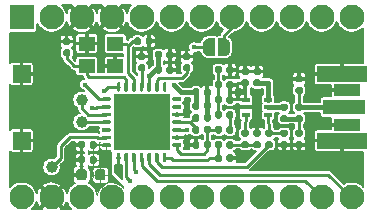
<source format=gbr>
%TF.GenerationSoftware,KiCad,Pcbnew,5.1.9+dfsg1-1~bpo10+1*%
%TF.CreationDate,Date%
%TF.ProjectId,LORA,4c4f5241-2e6b-4696-9361-645f70636258,v1.3*%
%TF.SameCoordinates,Original*%
%TF.FileFunction,Copper,L1,Top*%
%TF.FilePolarity,Positive*%
%FSLAX46Y46*%
G04 Gerber Fmt 4.6, Leading zero omitted, Abs format (unit mm)*
G04 Created by KiCad*
%MOMM*%
%LPD*%
G01*
G04 APERTURE LIST*
%TA.AperFunction,ComponentPad*%
%ADD10R,2.100000X2.100000*%
%TD*%
%TA.AperFunction,ComponentPad*%
%ADD11C,2.100000*%
%TD*%
%TA.AperFunction,SMDPad,CuDef*%
%ADD12R,4.800000X4.800000*%
%TD*%
%TA.AperFunction,SMDPad,CuDef*%
%ADD13R,2.200000X1.050000*%
%TD*%
%TA.AperFunction,SMDPad,CuDef*%
%ADD14R,1.050000X1.000000*%
%TD*%
%TA.AperFunction,SMDPad,CuDef*%
%ADD15C,0.100000*%
%TD*%
%TA.AperFunction,SMDPad,CuDef*%
%ADD16R,1.500000X1.500000*%
%TD*%
%TA.AperFunction,SMDPad,CuDef*%
%ADD17R,0.650000X0.400000*%
%TD*%
%TA.AperFunction,SMDPad,CuDef*%
%ADD18R,3.600000X1.270000*%
%TD*%
%TA.AperFunction,SMDPad,CuDef*%
%ADD19R,4.200000X1.350000*%
%TD*%
%TA.AperFunction,SMDPad,CuDef*%
%ADD20C,1.000000*%
%TD*%
%TA.AperFunction,SMDPad,CuDef*%
%ADD21R,1.400000X1.200000*%
%TD*%
%TA.AperFunction,ViaPad*%
%ADD22C,0.450000*%
%TD*%
%TA.AperFunction,Conductor*%
%ADD23C,0.400000*%
%TD*%
%TA.AperFunction,Conductor*%
%ADD24C,0.250000*%
%TD*%
%TA.AperFunction,Conductor*%
%ADD25C,0.200000*%
%TD*%
%TA.AperFunction,Conductor*%
%ADD26C,0.150000*%
%TD*%
%TA.AperFunction,Conductor*%
%ADD27C,0.100000*%
%TD*%
%TA.AperFunction,Conductor*%
%ADD28C,0.125000*%
%TD*%
G04 APERTURE END LIST*
D10*
%TO.P,A1,1*%
%TO.N,N/C*%
X0Y0D03*
D11*
%TO.P,A1,2*%
X2540000Y0D03*
%TO.P,A1,3*%
%TO.N,GND*%
X5080000Y0D03*
%TO.P,A1,13*%
%TO.N,CS0*%
X27940000Y-15240000D03*
%TO.P,A1,4*%
%TO.N,GND*%
X7620000Y0D03*
%TO.P,A1,14*%
%TO.N,COPI*%
X25400000Y-15240000D03*
%TO.P,A1,5*%
%TO.N,N/C*%
X10160000Y0D03*
%TO.P,A1,15*%
%TO.N,CIPO*%
X22860000Y-15240000D03*
%TO.P,A1,6*%
%TO.N,N/C*%
X12700000Y0D03*
%TO.P,A1,16*%
%TO.N,SCK*%
X20320000Y-15240000D03*
%TO.P,A1,7*%
%TO.N,N/C*%
X15240000Y0D03*
%TO.P,A1,17*%
X17780000Y-15240000D03*
%TO.P,A1,8*%
%TO.N,DIO1*%
X17780000Y0D03*
%TO.P,A1,18*%
%TO.N,N/C*%
X15240000Y-15240000D03*
%TO.P,A1,9*%
X20320000Y0D03*
%TO.P,A1,19*%
X12700000Y-15240000D03*
%TO.P,A1,10*%
%TO.N,DIO0*%
X22860000Y0D03*
%TO.P,A1,20*%
%TO.N,N/C*%
X10160000Y-15240000D03*
%TO.P,A1,11*%
%TO.N,RFRST*%
X25400000Y0D03*
%TO.P,A1,21*%
%TO.N,+3V3*%
X7620000Y-15240000D03*
%TO.P,A1,12*%
%TO.N,N/C*%
X27940000Y0D03*
%TO.P,A1,22*%
X5080000Y-15240000D03*
%TO.P,A1,23*%
%TO.N,GND*%
X2540000Y-15240000D03*
%TO.P,A1,24*%
%TO.N,N/C*%
X0Y-15240000D03*
%TD*%
D12*
%TO.P,U1,29*%
%TO.N,GND*%
X10160000Y-8890000D03*
%TO.P,U1,28*%
%TO.N,N/C*%
%TA.AperFunction,SMDPad,CuDef*%
G36*
G01*
X12835000Y-6790000D02*
X13460000Y-6790000D01*
G75*
G02*
X13535000Y-6865000I0J-75000D01*
G01*
X13535000Y-7015000D01*
G75*
G02*
X13460000Y-7090000I-75000J0D01*
G01*
X12835000Y-7090000D01*
G75*
G02*
X12760000Y-7015000I0J75000D01*
G01*
X12760000Y-6865000D01*
G75*
G02*
X12835000Y-6790000I75000J0D01*
G01*
G37*
%TD.AperFunction*%
%TO.P,U1,27*%
%TA.AperFunction,SMDPad,CuDef*%
G36*
G01*
X12835000Y-7440000D02*
X13460000Y-7440000D01*
G75*
G02*
X13535000Y-7515000I0J-75000D01*
G01*
X13535000Y-7665000D01*
G75*
G02*
X13460000Y-7740000I-75000J0D01*
G01*
X12835000Y-7740000D01*
G75*
G02*
X12760000Y-7665000I0J75000D01*
G01*
X12760000Y-7515000D01*
G75*
G02*
X12835000Y-7440000I75000J0D01*
G01*
G37*
%TD.AperFunction*%
%TO.P,U1,26*%
%TO.N,GND*%
%TA.AperFunction,SMDPad,CuDef*%
G36*
G01*
X12835000Y-8090000D02*
X13460000Y-8090000D01*
G75*
G02*
X13535000Y-8165000I0J-75000D01*
G01*
X13535000Y-8315000D01*
G75*
G02*
X13460000Y-8390000I-75000J0D01*
G01*
X12835000Y-8390000D01*
G75*
G02*
X12760000Y-8315000I0J75000D01*
G01*
X12760000Y-8165000D01*
G75*
G02*
X12835000Y-8090000I75000J0D01*
G01*
G37*
%TD.AperFunction*%
%TO.P,U1,25*%
%TO.N,VR_PA*%
%TA.AperFunction,SMDPad,CuDef*%
G36*
G01*
X12835000Y-8740000D02*
X13460000Y-8740000D01*
G75*
G02*
X13535000Y-8815000I0J-75000D01*
G01*
X13535000Y-8965000D01*
G75*
G02*
X13460000Y-9040000I-75000J0D01*
G01*
X12835000Y-9040000D01*
G75*
G02*
X12760000Y-8965000I0J75000D01*
G01*
X12760000Y-8815000D01*
G75*
G02*
X12835000Y-8740000I75000J0D01*
G01*
G37*
%TD.AperFunction*%
%TO.P,U1,24*%
%TO.N,+3V3*%
%TA.AperFunction,SMDPad,CuDef*%
G36*
G01*
X12835000Y-9390000D02*
X13460000Y-9390000D01*
G75*
G02*
X13535000Y-9465000I0J-75000D01*
G01*
X13535000Y-9615000D01*
G75*
G02*
X13460000Y-9690000I-75000J0D01*
G01*
X12835000Y-9690000D01*
G75*
G02*
X12760000Y-9615000I0J75000D01*
G01*
X12760000Y-9465000D01*
G75*
G02*
X12835000Y-9390000I75000J0D01*
G01*
G37*
%TD.AperFunction*%
%TO.P,U1,23*%
%TO.N,GND*%
%TA.AperFunction,SMDPad,CuDef*%
G36*
G01*
X12835000Y-10040000D02*
X13460000Y-10040000D01*
G75*
G02*
X13535000Y-10115000I0J-75000D01*
G01*
X13535000Y-10265000D01*
G75*
G02*
X13460000Y-10340000I-75000J0D01*
G01*
X12835000Y-10340000D01*
G75*
G02*
X12760000Y-10265000I0J75000D01*
G01*
X12760000Y-10115000D01*
G75*
G02*
X12835000Y-10040000I75000J0D01*
G01*
G37*
%TD.AperFunction*%
%TO.P,U1,22*%
%TO.N,RFO_HF*%
%TA.AperFunction,SMDPad,CuDef*%
G36*
G01*
X12835000Y-10690000D02*
X13460000Y-10690000D01*
G75*
G02*
X13535000Y-10765000I0J-75000D01*
G01*
X13535000Y-10915000D01*
G75*
G02*
X13460000Y-10990000I-75000J0D01*
G01*
X12835000Y-10990000D01*
G75*
G02*
X12760000Y-10915000I0J75000D01*
G01*
X12760000Y-10765000D01*
G75*
G02*
X12835000Y-10690000I75000J0D01*
G01*
G37*
%TD.AperFunction*%
%TO.P,U1,21*%
%TO.N,RFI-HF*%
%TA.AperFunction,SMDPad,CuDef*%
G36*
G01*
X12035000Y-11490000D02*
X12185000Y-11490000D01*
G75*
G02*
X12260000Y-11565000I0J-75000D01*
G01*
X12260000Y-12190000D01*
G75*
G02*
X12185000Y-12265000I-75000J0D01*
G01*
X12035000Y-12265000D01*
G75*
G02*
X11960000Y-12190000I0J75000D01*
G01*
X11960000Y-11565000D01*
G75*
G02*
X12035000Y-11490000I75000J0D01*
G01*
G37*
%TD.AperFunction*%
%TO.P,U1,20*%
%TO.N,Net-(R1-Pad1)*%
%TA.AperFunction,SMDPad,CuDef*%
G36*
G01*
X11385000Y-11490000D02*
X11535000Y-11490000D01*
G75*
G02*
X11610000Y-11565000I0J-75000D01*
G01*
X11610000Y-12190000D01*
G75*
G02*
X11535000Y-12265000I-75000J0D01*
G01*
X11385000Y-12265000D01*
G75*
G02*
X11310000Y-12190000I0J75000D01*
G01*
X11310000Y-11565000D01*
G75*
G02*
X11385000Y-11490000I75000J0D01*
G01*
G37*
%TD.AperFunction*%
%TO.P,U1,19*%
%TO.N,CS0*%
%TA.AperFunction,SMDPad,CuDef*%
G36*
G01*
X10735000Y-11490000D02*
X10885000Y-11490000D01*
G75*
G02*
X10960000Y-11565000I0J-75000D01*
G01*
X10960000Y-12190000D01*
G75*
G02*
X10885000Y-12265000I-75000J0D01*
G01*
X10735000Y-12265000D01*
G75*
G02*
X10660000Y-12190000I0J75000D01*
G01*
X10660000Y-11565000D01*
G75*
G02*
X10735000Y-11490000I75000J0D01*
G01*
G37*
%TD.AperFunction*%
%TO.P,U1,18*%
%TO.N,COPI*%
%TA.AperFunction,SMDPad,CuDef*%
G36*
G01*
X10085000Y-11490000D02*
X10235000Y-11490000D01*
G75*
G02*
X10310000Y-11565000I0J-75000D01*
G01*
X10310000Y-12190000D01*
G75*
G02*
X10235000Y-12265000I-75000J0D01*
G01*
X10085000Y-12265000D01*
G75*
G02*
X10010000Y-12190000I0J75000D01*
G01*
X10010000Y-11565000D01*
G75*
G02*
X10085000Y-11490000I75000J0D01*
G01*
G37*
%TD.AperFunction*%
%TO.P,U1,17*%
%TO.N,CIPO*%
%TA.AperFunction,SMDPad,CuDef*%
G36*
G01*
X9435000Y-11490000D02*
X9585000Y-11490000D01*
G75*
G02*
X9660000Y-11565000I0J-75000D01*
G01*
X9660000Y-12190000D01*
G75*
G02*
X9585000Y-12265000I-75000J0D01*
G01*
X9435000Y-12265000D01*
G75*
G02*
X9360000Y-12190000I0J75000D01*
G01*
X9360000Y-11565000D01*
G75*
G02*
X9435000Y-11490000I75000J0D01*
G01*
G37*
%TD.AperFunction*%
%TO.P,U1,16*%
%TO.N,SCK*%
%TA.AperFunction,SMDPad,CuDef*%
G36*
G01*
X8785000Y-11490000D02*
X8935000Y-11490000D01*
G75*
G02*
X9010000Y-11565000I0J-75000D01*
G01*
X9010000Y-12190000D01*
G75*
G02*
X8935000Y-12265000I-75000J0D01*
G01*
X8785000Y-12265000D01*
G75*
G02*
X8710000Y-12190000I0J75000D01*
G01*
X8710000Y-11565000D01*
G75*
G02*
X8785000Y-11490000I75000J0D01*
G01*
G37*
%TD.AperFunction*%
%TO.P,U1,15*%
%TO.N,GND*%
%TA.AperFunction,SMDPad,CuDef*%
G36*
G01*
X8135000Y-11490000D02*
X8285000Y-11490000D01*
G75*
G02*
X8360000Y-11565000I0J-75000D01*
G01*
X8360000Y-12190000D01*
G75*
G02*
X8285000Y-12265000I-75000J0D01*
G01*
X8135000Y-12265000D01*
G75*
G02*
X8060000Y-12190000I0J75000D01*
G01*
X8060000Y-11565000D01*
G75*
G02*
X8135000Y-11490000I75000J0D01*
G01*
G37*
%TD.AperFunction*%
%TO.P,U1,14*%
%TO.N,+3V3*%
%TA.AperFunction,SMDPad,CuDef*%
G36*
G01*
X6860000Y-10690000D02*
X7485000Y-10690000D01*
G75*
G02*
X7560000Y-10765000I0J-75000D01*
G01*
X7560000Y-10915000D01*
G75*
G02*
X7485000Y-10990000I-75000J0D01*
G01*
X6860000Y-10990000D01*
G75*
G02*
X6785000Y-10915000I0J75000D01*
G01*
X6785000Y-10765000D01*
G75*
G02*
X6860000Y-10690000I75000J0D01*
G01*
G37*
%TD.AperFunction*%
%TO.P,U1,13*%
%TO.N,Net-(TP4-Pad1)*%
%TA.AperFunction,SMDPad,CuDef*%
G36*
G01*
X6860000Y-10040000D02*
X7485000Y-10040000D01*
G75*
G02*
X7560000Y-10115000I0J-75000D01*
G01*
X7560000Y-10265000D01*
G75*
G02*
X7485000Y-10340000I-75000J0D01*
G01*
X6860000Y-10340000D01*
G75*
G02*
X6785000Y-10265000I0J75000D01*
G01*
X6785000Y-10115000D01*
G75*
G02*
X6860000Y-10040000I75000J0D01*
G01*
G37*
%TD.AperFunction*%
%TO.P,U1,12*%
%TO.N,N/C*%
%TA.AperFunction,SMDPad,CuDef*%
G36*
G01*
X6860000Y-9390000D02*
X7485000Y-9390000D01*
G75*
G02*
X7560000Y-9465000I0J-75000D01*
G01*
X7560000Y-9615000D01*
G75*
G02*
X7485000Y-9690000I-75000J0D01*
G01*
X6860000Y-9690000D01*
G75*
G02*
X6785000Y-9615000I0J75000D01*
G01*
X6785000Y-9465000D01*
G75*
G02*
X6860000Y-9390000I75000J0D01*
G01*
G37*
%TD.AperFunction*%
%TO.P,U1,11*%
%TO.N,Net-(TP3-Pad1)*%
%TA.AperFunction,SMDPad,CuDef*%
G36*
G01*
X6860000Y-8740000D02*
X7485000Y-8740000D01*
G75*
G02*
X7560000Y-8815000I0J-75000D01*
G01*
X7560000Y-8965000D01*
G75*
G02*
X7485000Y-9040000I-75000J0D01*
G01*
X6860000Y-9040000D01*
G75*
G02*
X6785000Y-8965000I0J75000D01*
G01*
X6785000Y-8815000D01*
G75*
G02*
X6860000Y-8740000I75000J0D01*
G01*
G37*
%TD.AperFunction*%
%TO.P,U1,10*%
%TO.N,Net-(TP2-Pad1)*%
%TA.AperFunction,SMDPad,CuDef*%
G36*
G01*
X6860000Y-8090000D02*
X7485000Y-8090000D01*
G75*
G02*
X7560000Y-8165000I0J-75000D01*
G01*
X7560000Y-8315000D01*
G75*
G02*
X7485000Y-8390000I-75000J0D01*
G01*
X6860000Y-8390000D01*
G75*
G02*
X6785000Y-8315000I0J75000D01*
G01*
X6785000Y-8165000D01*
G75*
G02*
X6860000Y-8090000I75000J0D01*
G01*
G37*
%TD.AperFunction*%
%TO.P,U1,9*%
%TO.N,Net-(JP1-Pad1)*%
%TA.AperFunction,SMDPad,CuDef*%
G36*
G01*
X6860000Y-7440000D02*
X7485000Y-7440000D01*
G75*
G02*
X7560000Y-7515000I0J-75000D01*
G01*
X7560000Y-7665000D01*
G75*
G02*
X7485000Y-7740000I-75000J0D01*
G01*
X6860000Y-7740000D01*
G75*
G02*
X6785000Y-7665000I0J75000D01*
G01*
X6785000Y-7515000D01*
G75*
G02*
X6860000Y-7440000I75000J0D01*
G01*
G37*
%TD.AperFunction*%
%TO.P,U1,8*%
%TO.N,DIO0*%
%TA.AperFunction,SMDPad,CuDef*%
G36*
G01*
X6860000Y-6790000D02*
X7485000Y-6790000D01*
G75*
G02*
X7560000Y-6865000I0J-75000D01*
G01*
X7560000Y-7015000D01*
G75*
G02*
X7485000Y-7090000I-75000J0D01*
G01*
X6860000Y-7090000D01*
G75*
G02*
X6785000Y-7015000I0J75000D01*
G01*
X6785000Y-6865000D01*
G75*
G02*
X6860000Y-6790000I75000J0D01*
G01*
G37*
%TD.AperFunction*%
%TO.P,U1,7*%
%TO.N,RFRST*%
%TA.AperFunction,SMDPad,CuDef*%
G36*
G01*
X8135000Y-5515000D02*
X8285000Y-5515000D01*
G75*
G02*
X8360000Y-5590000I0J-75000D01*
G01*
X8360000Y-6215000D01*
G75*
G02*
X8285000Y-6290000I-75000J0D01*
G01*
X8135000Y-6290000D01*
G75*
G02*
X8060000Y-6215000I0J75000D01*
G01*
X8060000Y-5590000D01*
G75*
G02*
X8135000Y-5515000I75000J0D01*
G01*
G37*
%TD.AperFunction*%
%TO.P,U1,6*%
%TO.N,Net-(C1-Pad1)*%
%TA.AperFunction,SMDPad,CuDef*%
G36*
G01*
X8785000Y-5515000D02*
X8935000Y-5515000D01*
G75*
G02*
X9010000Y-5590000I0J-75000D01*
G01*
X9010000Y-6215000D01*
G75*
G02*
X8935000Y-6290000I-75000J0D01*
G01*
X8785000Y-6290000D01*
G75*
G02*
X8710000Y-6215000I0J75000D01*
G01*
X8710000Y-5590000D01*
G75*
G02*
X8785000Y-5515000I75000J0D01*
G01*
G37*
%TD.AperFunction*%
%TO.P,U1,5*%
%TO.N,Net-(C4-Pad1)*%
%TA.AperFunction,SMDPad,CuDef*%
G36*
G01*
X9435000Y-5515000D02*
X9585000Y-5515000D01*
G75*
G02*
X9660000Y-5590000I0J-75000D01*
G01*
X9660000Y-6215000D01*
G75*
G02*
X9585000Y-6290000I-75000J0D01*
G01*
X9435000Y-6290000D01*
G75*
G02*
X9360000Y-6215000I0J75000D01*
G01*
X9360000Y-5590000D01*
G75*
G02*
X9435000Y-5515000I75000J0D01*
G01*
G37*
%TD.AperFunction*%
%TO.P,U1,4*%
%TO.N,Net-(C20-Pad1)*%
%TA.AperFunction,SMDPad,CuDef*%
G36*
G01*
X10085000Y-5515000D02*
X10235000Y-5515000D01*
G75*
G02*
X10310000Y-5590000I0J-75000D01*
G01*
X10310000Y-6215000D01*
G75*
G02*
X10235000Y-6290000I-75000J0D01*
G01*
X10085000Y-6290000D01*
G75*
G02*
X10010000Y-6215000I0J75000D01*
G01*
X10010000Y-5590000D01*
G75*
G02*
X10085000Y-5515000I75000J0D01*
G01*
G37*
%TD.AperFunction*%
%TO.P,U1,3*%
%TO.N,+3V3*%
%TA.AperFunction,SMDPad,CuDef*%
G36*
G01*
X10735000Y-5515000D02*
X10885000Y-5515000D01*
G75*
G02*
X10960000Y-5590000I0J-75000D01*
G01*
X10960000Y-6215000D01*
G75*
G02*
X10885000Y-6290000I-75000J0D01*
G01*
X10735000Y-6290000D01*
G75*
G02*
X10660000Y-6215000I0J75000D01*
G01*
X10660000Y-5590000D01*
G75*
G02*
X10735000Y-5515000I75000J0D01*
G01*
G37*
%TD.AperFunction*%
%TO.P,U1,2*%
%TO.N,Net-(C21-Pad1)*%
%TA.AperFunction,SMDPad,CuDef*%
G36*
G01*
X11385000Y-5515000D02*
X11535000Y-5515000D01*
G75*
G02*
X11610000Y-5590000I0J-75000D01*
G01*
X11610000Y-6215000D01*
G75*
G02*
X11535000Y-6290000I-75000J0D01*
G01*
X11385000Y-6290000D01*
G75*
G02*
X11310000Y-6215000I0J75000D01*
G01*
X11310000Y-5590000D01*
G75*
G02*
X11385000Y-5515000I75000J0D01*
G01*
G37*
%TD.AperFunction*%
%TO.P,U1,1*%
%TO.N,N/C*%
%TA.AperFunction,SMDPad,CuDef*%
G36*
G01*
X12035000Y-5515000D02*
X12185000Y-5515000D01*
G75*
G02*
X12260000Y-5590000I0J-75000D01*
G01*
X12260000Y-6215000D01*
G75*
G02*
X12185000Y-6290000I-75000J0D01*
G01*
X12035000Y-6290000D01*
G75*
G02*
X11960000Y-6215000I0J75000D01*
G01*
X11960000Y-5590000D01*
G75*
G02*
X12035000Y-5515000I75000J0D01*
G01*
G37*
%TD.AperFunction*%
%TD*%
D13*
%TO.P,J1,2*%
%TO.N,GND*%
X27580000Y-6145000D03*
D14*
%TO.P,J1,1*%
%TO.N,Net-(C11-Pad1)*%
X26055000Y-7620000D03*
D13*
%TO.P,J1,2*%
%TO.N,GND*%
X27580000Y-9095000D03*
%TD*%
%TA.AperFunction,SMDPad,CuDef*%
D15*
%TO.P,JP1,2*%
%TO.N,DIO1*%
G36*
X17160000Y-1790602D02*
G01*
X17184534Y-1790602D01*
X17233365Y-1795412D01*
X17281490Y-1804984D01*
X17328445Y-1819228D01*
X17373778Y-1838005D01*
X17417051Y-1861136D01*
X17457850Y-1888396D01*
X17495779Y-1919524D01*
X17530476Y-1954221D01*
X17561604Y-1992150D01*
X17588864Y-2032949D01*
X17611995Y-2076222D01*
X17630772Y-2121555D01*
X17645016Y-2168510D01*
X17654588Y-2216635D01*
X17659398Y-2265466D01*
X17659398Y-2290000D01*
X17660000Y-2290000D01*
X17660000Y-2790000D01*
X17659398Y-2790000D01*
X17659398Y-2814534D01*
X17654588Y-2863365D01*
X17645016Y-2911490D01*
X17630772Y-2958445D01*
X17611995Y-3003778D01*
X17588864Y-3047051D01*
X17561604Y-3087850D01*
X17530476Y-3125779D01*
X17495779Y-3160476D01*
X17457850Y-3191604D01*
X17417051Y-3218864D01*
X17373778Y-3241995D01*
X17328445Y-3260772D01*
X17281490Y-3275016D01*
X17233365Y-3284588D01*
X17184534Y-3289398D01*
X17160000Y-3289398D01*
X17160000Y-3290000D01*
X16660000Y-3290000D01*
X16660000Y-1790000D01*
X17160000Y-1790000D01*
X17160000Y-1790602D01*
G37*
%TD.AperFunction*%
%TA.AperFunction,SMDPad,CuDef*%
%TO.P,JP1,1*%
%TO.N,Net-(JP1-Pad1)*%
G36*
X16360000Y-3290000D02*
G01*
X15860000Y-3290000D01*
X15860000Y-3289398D01*
X15835466Y-3289398D01*
X15786635Y-3284588D01*
X15738510Y-3275016D01*
X15691555Y-3260772D01*
X15646222Y-3241995D01*
X15602949Y-3218864D01*
X15562150Y-3191604D01*
X15524221Y-3160476D01*
X15489524Y-3125779D01*
X15458396Y-3087850D01*
X15431136Y-3047051D01*
X15408005Y-3003778D01*
X15389228Y-2958445D01*
X15374984Y-2911490D01*
X15365412Y-2863365D01*
X15360602Y-2814534D01*
X15360602Y-2790000D01*
X15360000Y-2790000D01*
X15360000Y-2290000D01*
X15360602Y-2290000D01*
X15360602Y-2265466D01*
X15365412Y-2216635D01*
X15374984Y-2168510D01*
X15389228Y-2121555D01*
X15408005Y-2076222D01*
X15431136Y-2032949D01*
X15458396Y-1992150D01*
X15489524Y-1954221D01*
X15524221Y-1919524D01*
X15562150Y-1888396D01*
X15602949Y-1861136D01*
X15646222Y-1838005D01*
X15691555Y-1819228D01*
X15738510Y-1804984D01*
X15786635Y-1795412D01*
X15835466Y-1790602D01*
X15860000Y-1790602D01*
X15860000Y-1790000D01*
X16360000Y-1790000D01*
X16360000Y-3290000D01*
G37*
%TD.AperFunction*%
%TD*%
%TO.P,C25,2*%
%TO.N,GND*%
%TA.AperFunction,SMDPad,CuDef*%
G36*
G01*
X15430000Y-8681500D02*
X15430000Y-8336500D01*
G75*
G02*
X15577500Y-8189000I147500J0D01*
G01*
X15872500Y-8189000D01*
G75*
G02*
X16020000Y-8336500I0J-147500D01*
G01*
X16020000Y-8681500D01*
G75*
G02*
X15872500Y-8829000I-147500J0D01*
G01*
X15577500Y-8829000D01*
G75*
G02*
X15430000Y-8681500I0J147500D01*
G01*
G37*
%TD.AperFunction*%
%TO.P,C25,1*%
%TO.N,VR_PA*%
%TA.AperFunction,SMDPad,CuDef*%
G36*
G01*
X14460000Y-8681500D02*
X14460000Y-8336500D01*
G75*
G02*
X14607500Y-8189000I147500J0D01*
G01*
X14902500Y-8189000D01*
G75*
G02*
X15050000Y-8336500I0J-147500D01*
G01*
X15050000Y-8681500D01*
G75*
G02*
X14902500Y-8829000I-147500J0D01*
G01*
X14607500Y-8829000D01*
G75*
G02*
X14460000Y-8681500I0J147500D01*
G01*
G37*
%TD.AperFunction*%
%TD*%
%TO.P,C24,2*%
%TO.N,GND*%
%TA.AperFunction,SMDPad,CuDef*%
G36*
G01*
X17335000Y-12110500D02*
X17335000Y-11765500D01*
G75*
G02*
X17482500Y-11618000I147500J0D01*
G01*
X17777500Y-11618000D01*
G75*
G02*
X17925000Y-11765500I0J-147500D01*
G01*
X17925000Y-12110500D01*
G75*
G02*
X17777500Y-12258000I-147500J0D01*
G01*
X17482500Y-12258000D01*
G75*
G02*
X17335000Y-12110500I0J147500D01*
G01*
G37*
%TD.AperFunction*%
%TO.P,C24,1*%
%TO.N,RFI-HF*%
%TA.AperFunction,SMDPad,CuDef*%
G36*
G01*
X16365000Y-12110500D02*
X16365000Y-11765500D01*
G75*
G02*
X16512500Y-11618000I147500J0D01*
G01*
X16807500Y-11618000D01*
G75*
G02*
X16955000Y-11765500I0J-147500D01*
G01*
X16955000Y-12110500D01*
G75*
G02*
X16807500Y-12258000I-147500J0D01*
G01*
X16512500Y-12258000D01*
G75*
G02*
X16365000Y-12110500I0J147500D01*
G01*
G37*
%TD.AperFunction*%
%TD*%
D16*
%TO.P,TP6,1*%
%TO.N,GND*%
X0Y-10439400D03*
%TD*%
%TO.P,TP5,1*%
%TO.N,GND*%
X0Y-4792980D03*
%TD*%
%TO.P,C14,2*%
%TO.N,GND*%
%TA.AperFunction,SMDPad,CuDef*%
G36*
G01*
X20111500Y-4890000D02*
X19766500Y-4890000D01*
G75*
G02*
X19619000Y-4742500I0J147500D01*
G01*
X19619000Y-4447500D01*
G75*
G02*
X19766500Y-4300000I147500J0D01*
G01*
X20111500Y-4300000D01*
G75*
G02*
X20259000Y-4447500I0J-147500D01*
G01*
X20259000Y-4742500D01*
G75*
G02*
X20111500Y-4890000I-147500J0D01*
G01*
G37*
%TD.AperFunction*%
%TO.P,C14,1*%
%TO.N,+3V3*%
%TA.AperFunction,SMDPad,CuDef*%
G36*
G01*
X20111500Y-5860000D02*
X19766500Y-5860000D01*
G75*
G02*
X19619000Y-5712500I0J147500D01*
G01*
X19619000Y-5417500D01*
G75*
G02*
X19766500Y-5270000I147500J0D01*
G01*
X20111500Y-5270000D01*
G75*
G02*
X20259000Y-5417500I0J-147500D01*
G01*
X20259000Y-5712500D01*
G75*
G02*
X20111500Y-5860000I-147500J0D01*
G01*
G37*
%TD.AperFunction*%
%TD*%
%TO.P,C13,2*%
%TO.N,GND*%
%TA.AperFunction,SMDPad,CuDef*%
G36*
G01*
X22052500Y-10500000D02*
X22397500Y-10500000D01*
G75*
G02*
X22545000Y-10647500I0J-147500D01*
G01*
X22545000Y-10942500D01*
G75*
G02*
X22397500Y-11090000I-147500J0D01*
G01*
X22052500Y-11090000D01*
G75*
G02*
X21905000Y-10942500I0J147500D01*
G01*
X21905000Y-10647500D01*
G75*
G02*
X22052500Y-10500000I147500J0D01*
G01*
G37*
%TD.AperFunction*%
%TO.P,C13,1*%
%TO.N,Net-(C13-Pad1)*%
%TA.AperFunction,SMDPad,CuDef*%
G36*
G01*
X22052500Y-9530000D02*
X22397500Y-9530000D01*
G75*
G02*
X22545000Y-9677500I0J-147500D01*
G01*
X22545000Y-9972500D01*
G75*
G02*
X22397500Y-10120000I-147500J0D01*
G01*
X22052500Y-10120000D01*
G75*
G02*
X21905000Y-9972500I0J147500D01*
G01*
X21905000Y-9677500D01*
G75*
G02*
X22052500Y-9530000I147500J0D01*
G01*
G37*
%TD.AperFunction*%
%TD*%
%TO.P,C12,2*%
%TO.N,Net-(C12-Pad2)*%
%TA.AperFunction,SMDPad,CuDef*%
G36*
G01*
X16955000Y-5542500D02*
X16955000Y-5887500D01*
G75*
G02*
X16807500Y-6035000I-147500J0D01*
G01*
X16512500Y-6035000D01*
G75*
G02*
X16365000Y-5887500I0J147500D01*
G01*
X16365000Y-5542500D01*
G75*
G02*
X16512500Y-5395000I147500J0D01*
G01*
X16807500Y-5395000D01*
G75*
G02*
X16955000Y-5542500I0J-147500D01*
G01*
G37*
%TD.AperFunction*%
%TO.P,C12,1*%
%TO.N,Net-(C12-Pad1)*%
%TA.AperFunction,SMDPad,CuDef*%
G36*
G01*
X17925000Y-5542500D02*
X17925000Y-5887500D01*
G75*
G02*
X17777500Y-6035000I-147500J0D01*
G01*
X17482500Y-6035000D01*
G75*
G02*
X17335000Y-5887500I0J147500D01*
G01*
X17335000Y-5542500D01*
G75*
G02*
X17482500Y-5395000I147500J0D01*
G01*
X17777500Y-5395000D01*
G75*
G02*
X17925000Y-5542500I0J-147500D01*
G01*
G37*
%TD.AperFunction*%
%TD*%
%TO.P,C11,2*%
%TO.N,GND*%
%TA.AperFunction,SMDPad,CuDef*%
G36*
G01*
X23667500Y-5525000D02*
X23322500Y-5525000D01*
G75*
G02*
X23175000Y-5377500I0J147500D01*
G01*
X23175000Y-5082500D01*
G75*
G02*
X23322500Y-4935000I147500J0D01*
G01*
X23667500Y-4935000D01*
G75*
G02*
X23815000Y-5082500I0J-147500D01*
G01*
X23815000Y-5377500D01*
G75*
G02*
X23667500Y-5525000I-147500J0D01*
G01*
G37*
%TD.AperFunction*%
%TO.P,C11,1*%
%TO.N,Net-(C11-Pad1)*%
%TA.AperFunction,SMDPad,CuDef*%
G36*
G01*
X23667500Y-6495000D02*
X23322500Y-6495000D01*
G75*
G02*
X23175000Y-6347500I0J147500D01*
G01*
X23175000Y-6052500D01*
G75*
G02*
X23322500Y-5905000I147500J0D01*
G01*
X23667500Y-5905000D01*
G75*
G02*
X23815000Y-6052500I0J-147500D01*
G01*
X23815000Y-6347500D01*
G75*
G02*
X23667500Y-6495000I-147500J0D01*
G01*
G37*
%TD.AperFunction*%
%TD*%
%TO.P,C10,2*%
%TO.N,GND*%
%TA.AperFunction,SMDPad,CuDef*%
G36*
G01*
X23322500Y-10500000D02*
X23667500Y-10500000D01*
G75*
G02*
X23815000Y-10647500I0J-147500D01*
G01*
X23815000Y-10942500D01*
G75*
G02*
X23667500Y-11090000I-147500J0D01*
G01*
X23322500Y-11090000D01*
G75*
G02*
X23175000Y-10942500I0J147500D01*
G01*
X23175000Y-10647500D01*
G75*
G02*
X23322500Y-10500000I147500J0D01*
G01*
G37*
%TD.AperFunction*%
%TO.P,C10,1*%
%TO.N,Net-(C10-Pad1)*%
%TA.AperFunction,SMDPad,CuDef*%
G36*
G01*
X23322500Y-9530000D02*
X23667500Y-9530000D01*
G75*
G02*
X23815000Y-9677500I0J-147500D01*
G01*
X23815000Y-9972500D01*
G75*
G02*
X23667500Y-10120000I-147500J0D01*
G01*
X23322500Y-10120000D01*
G75*
G02*
X23175000Y-9972500I0J147500D01*
G01*
X23175000Y-9677500D01*
G75*
G02*
X23322500Y-9530000I147500J0D01*
G01*
G37*
%TD.AperFunction*%
%TD*%
%TO.P,C9,2*%
%TO.N,Net-(C9-Pad2)*%
%TA.AperFunction,SMDPad,CuDef*%
G36*
G01*
X22397500Y-7915000D02*
X22052500Y-7915000D01*
G75*
G02*
X21905000Y-7767500I0J147500D01*
G01*
X21905000Y-7472500D01*
G75*
G02*
X22052500Y-7325000I147500J0D01*
G01*
X22397500Y-7325000D01*
G75*
G02*
X22545000Y-7472500I0J-147500D01*
G01*
X22545000Y-7767500D01*
G75*
G02*
X22397500Y-7915000I-147500J0D01*
G01*
G37*
%TD.AperFunction*%
%TO.P,C9,1*%
%TO.N,Net-(C10-Pad1)*%
%TA.AperFunction,SMDPad,CuDef*%
G36*
G01*
X22397500Y-8885000D02*
X22052500Y-8885000D01*
G75*
G02*
X21905000Y-8737500I0J147500D01*
G01*
X21905000Y-8442500D01*
G75*
G02*
X22052500Y-8295000I147500J0D01*
G01*
X22397500Y-8295000D01*
G75*
G02*
X22545000Y-8442500I0J-147500D01*
G01*
X22545000Y-8737500D01*
G75*
G02*
X22397500Y-8885000I-147500J0D01*
G01*
G37*
%TD.AperFunction*%
%TD*%
%TO.P,C8,2*%
%TO.N,GND*%
%TA.AperFunction,SMDPad,CuDef*%
G36*
G01*
X19095500Y-4890000D02*
X18750500Y-4890000D01*
G75*
G02*
X18603000Y-4742500I0J147500D01*
G01*
X18603000Y-4447500D01*
G75*
G02*
X18750500Y-4300000I147500J0D01*
G01*
X19095500Y-4300000D01*
G75*
G02*
X19243000Y-4447500I0J-147500D01*
G01*
X19243000Y-4742500D01*
G75*
G02*
X19095500Y-4890000I-147500J0D01*
G01*
G37*
%TD.AperFunction*%
%TO.P,C8,1*%
%TO.N,Net-(C12-Pad1)*%
%TA.AperFunction,SMDPad,CuDef*%
G36*
G01*
X19095500Y-5860000D02*
X18750500Y-5860000D01*
G75*
G02*
X18603000Y-5712500I0J147500D01*
G01*
X18603000Y-5417500D01*
G75*
G02*
X18750500Y-5270000I147500J0D01*
G01*
X19095500Y-5270000D01*
G75*
G02*
X19243000Y-5417500I0J-147500D01*
G01*
X19243000Y-5712500D01*
G75*
G02*
X19095500Y-5860000I-147500J0D01*
G01*
G37*
%TD.AperFunction*%
%TD*%
%TO.P,C7,2*%
%TO.N,Net-(C6-Pad1)*%
%TA.AperFunction,SMDPad,CuDef*%
G36*
G01*
X18750500Y-10500000D02*
X19095500Y-10500000D01*
G75*
G02*
X19243000Y-10647500I0J-147500D01*
G01*
X19243000Y-10942500D01*
G75*
G02*
X19095500Y-11090000I-147500J0D01*
G01*
X18750500Y-11090000D01*
G75*
G02*
X18603000Y-10942500I0J147500D01*
G01*
X18603000Y-10647500D01*
G75*
G02*
X18750500Y-10500000I147500J0D01*
G01*
G37*
%TD.AperFunction*%
%TO.P,C7,1*%
%TO.N,Net-(C7-Pad1)*%
%TA.AperFunction,SMDPad,CuDef*%
G36*
G01*
X18750500Y-9530000D02*
X19095500Y-9530000D01*
G75*
G02*
X19243000Y-9677500I0J-147500D01*
G01*
X19243000Y-9972500D01*
G75*
G02*
X19095500Y-10120000I-147500J0D01*
G01*
X18750500Y-10120000D01*
G75*
G02*
X18603000Y-9972500I0J147500D01*
G01*
X18603000Y-9677500D01*
G75*
G02*
X18750500Y-9530000I147500J0D01*
G01*
G37*
%TD.AperFunction*%
%TD*%
%TO.P,C6,1*%
%TO.N,Net-(C6-Pad1)*%
%TA.AperFunction,SMDPad,CuDef*%
G36*
G01*
X20111500Y-11090000D02*
X19766500Y-11090000D01*
G75*
G02*
X19619000Y-10942500I0J147500D01*
G01*
X19619000Y-10647500D01*
G75*
G02*
X19766500Y-10500000I147500J0D01*
G01*
X20111500Y-10500000D01*
G75*
G02*
X20259000Y-10647500I0J-147500D01*
G01*
X20259000Y-10942500D01*
G75*
G02*
X20111500Y-11090000I-147500J0D01*
G01*
G37*
%TD.AperFunction*%
%TO.P,C6,2*%
%TO.N,GND*%
%TA.AperFunction,SMDPad,CuDef*%
G36*
G01*
X20111500Y-10120000D02*
X19766500Y-10120000D01*
G75*
G02*
X19619000Y-9972500I0J147500D01*
G01*
X19619000Y-9677500D01*
G75*
G02*
X19766500Y-9530000I147500J0D01*
G01*
X20111500Y-9530000D01*
G75*
G02*
X20259000Y-9677500I0J-147500D01*
G01*
X20259000Y-9972500D01*
G75*
G02*
X20111500Y-10120000I-147500J0D01*
G01*
G37*
%TD.AperFunction*%
%TD*%
%TO.P,C5,2*%
%TO.N,GND*%
%TA.AperFunction,SMDPad,CuDef*%
G36*
G01*
X17335000Y-4617500D02*
X17335000Y-4272500D01*
G75*
G02*
X17482500Y-4125000I147500J0D01*
G01*
X17777500Y-4125000D01*
G75*
G02*
X17925000Y-4272500I0J-147500D01*
G01*
X17925000Y-4617500D01*
G75*
G02*
X17777500Y-4765000I-147500J0D01*
G01*
X17482500Y-4765000D01*
G75*
G02*
X17335000Y-4617500I0J147500D01*
G01*
G37*
%TD.AperFunction*%
%TO.P,C5,1*%
%TO.N,Net-(C12-Pad2)*%
%TA.AperFunction,SMDPad,CuDef*%
G36*
G01*
X16365000Y-4617500D02*
X16365000Y-4272500D01*
G75*
G02*
X16512500Y-4125000I147500J0D01*
G01*
X16807500Y-4125000D01*
G75*
G02*
X16955000Y-4272500I0J-147500D01*
G01*
X16955000Y-4617500D01*
G75*
G02*
X16807500Y-4765000I-147500J0D01*
G01*
X16512500Y-4765000D01*
G75*
G02*
X16365000Y-4617500I0J147500D01*
G01*
G37*
%TD.AperFunction*%
%TD*%
%TO.P,C3,2*%
%TO.N,RFO_HF*%
%TA.AperFunction,SMDPad,CuDef*%
G36*
G01*
X16955000Y-9352500D02*
X16955000Y-9697500D01*
G75*
G02*
X16807500Y-9845000I-147500J0D01*
G01*
X16512500Y-9845000D01*
G75*
G02*
X16365000Y-9697500I0J147500D01*
G01*
X16365000Y-9352500D01*
G75*
G02*
X16512500Y-9205000I147500J0D01*
G01*
X16807500Y-9205000D01*
G75*
G02*
X16955000Y-9352500I0J-147500D01*
G01*
G37*
%TD.AperFunction*%
%TO.P,C3,1*%
%TO.N,Net-(C3-Pad1)*%
%TA.AperFunction,SMDPad,CuDef*%
G36*
G01*
X17925000Y-9352500D02*
X17925000Y-9697500D01*
G75*
G02*
X17777500Y-9845000I-147500J0D01*
G01*
X17482500Y-9845000D01*
G75*
G02*
X17335000Y-9697500I0J147500D01*
G01*
X17335000Y-9352500D01*
G75*
G02*
X17482500Y-9205000I147500J0D01*
G01*
X17777500Y-9205000D01*
G75*
G02*
X17925000Y-9352500I0J-147500D01*
G01*
G37*
%TD.AperFunction*%
%TD*%
%TO.P,C2,2*%
%TO.N,RFO_HF*%
%TA.AperFunction,SMDPad,CuDef*%
G36*
G01*
X15430000Y-10967500D02*
X15430000Y-10622500D01*
G75*
G02*
X15577500Y-10475000I147500J0D01*
G01*
X15872500Y-10475000D01*
G75*
G02*
X16020000Y-10622500I0J-147500D01*
G01*
X16020000Y-10967500D01*
G75*
G02*
X15872500Y-11115000I-147500J0D01*
G01*
X15577500Y-11115000D01*
G75*
G02*
X15430000Y-10967500I0J147500D01*
G01*
G37*
%TD.AperFunction*%
%TO.P,C2,1*%
%TO.N,GND*%
%TA.AperFunction,SMDPad,CuDef*%
G36*
G01*
X14460000Y-10967500D02*
X14460000Y-10622500D01*
G75*
G02*
X14607500Y-10475000I147500J0D01*
G01*
X14902500Y-10475000D01*
G75*
G02*
X15050000Y-10622500I0J-147500D01*
G01*
X15050000Y-10967500D01*
G75*
G02*
X14902500Y-11115000I-147500J0D01*
G01*
X14607500Y-11115000D01*
G75*
G02*
X14460000Y-10967500I0J147500D01*
G01*
G37*
%TD.AperFunction*%
%TD*%
D17*
%TO.P,U2,6*%
%TO.N,+3V3*%
X20889000Y-6970000D03*
%TO.P,U2,4*%
%TO.N,Net-(C13-Pad1)*%
X20889000Y-8270000D03*
%TO.P,U2,2*%
%TO.N,GND*%
X18989000Y-7620000D03*
%TO.P,U2,5*%
%TO.N,Net-(C9-Pad2)*%
X20889000Y-7620000D03*
%TO.P,U2,3*%
%TO.N,Net-(C7-Pad1)*%
X18989000Y-8270000D03*
%TO.P,U2,1*%
%TO.N,Net-(C12-Pad1)*%
X18989000Y-6970000D03*
%TD*%
%TO.P,R1,2*%
%TO.N,Net-(C13-Pad1)*%
%TA.AperFunction,SMDPad,CuDef*%
G36*
G01*
X21127500Y-10120000D02*
X20782500Y-10120000D01*
G75*
G02*
X20635000Y-9972500I0J147500D01*
G01*
X20635000Y-9677500D01*
G75*
G02*
X20782500Y-9530000I147500J0D01*
G01*
X21127500Y-9530000D01*
G75*
G02*
X21275000Y-9677500I0J-147500D01*
G01*
X21275000Y-9972500D01*
G75*
G02*
X21127500Y-10120000I-147500J0D01*
G01*
G37*
%TD.AperFunction*%
%TO.P,R1,1*%
%TO.N,Net-(R1-Pad1)*%
%TA.AperFunction,SMDPad,CuDef*%
G36*
G01*
X21127500Y-11090000D02*
X20782500Y-11090000D01*
G75*
G02*
X20635000Y-10942500I0J147500D01*
G01*
X20635000Y-10647500D01*
G75*
G02*
X20782500Y-10500000I147500J0D01*
G01*
X21127500Y-10500000D01*
G75*
G02*
X21275000Y-10647500I0J-147500D01*
G01*
X21275000Y-10942500D01*
G75*
G02*
X21127500Y-11090000I-147500J0D01*
G01*
G37*
%TD.AperFunction*%
%TD*%
%TO.P,L5,2*%
%TO.N,Net-(C11-Pad1)*%
%TA.AperFunction,SMDPad,CuDef*%
G36*
G01*
X23667500Y-7915000D02*
X23322500Y-7915000D01*
G75*
G02*
X23175000Y-7767500I0J147500D01*
G01*
X23175000Y-7472500D01*
G75*
G02*
X23322500Y-7325000I147500J0D01*
G01*
X23667500Y-7325000D01*
G75*
G02*
X23815000Y-7472500I0J-147500D01*
G01*
X23815000Y-7767500D01*
G75*
G02*
X23667500Y-7915000I-147500J0D01*
G01*
G37*
%TD.AperFunction*%
%TO.P,L5,1*%
%TO.N,Net-(C10-Pad1)*%
%TA.AperFunction,SMDPad,CuDef*%
G36*
G01*
X23667500Y-8885000D02*
X23322500Y-8885000D01*
G75*
G02*
X23175000Y-8737500I0J147500D01*
G01*
X23175000Y-8442500D01*
G75*
G02*
X23322500Y-8295000I147500J0D01*
G01*
X23667500Y-8295000D01*
G75*
G02*
X23815000Y-8442500I0J-147500D01*
G01*
X23815000Y-8737500D01*
G75*
G02*
X23667500Y-8885000I-147500J0D01*
G01*
G37*
%TD.AperFunction*%
%TD*%
%TO.P,L4,2*%
%TO.N,Net-(C12-Pad1)*%
%TA.AperFunction,SMDPad,CuDef*%
G36*
G01*
X17335000Y-7157500D02*
X17335000Y-6812500D01*
G75*
G02*
X17482500Y-6665000I147500J0D01*
G01*
X17777500Y-6665000D01*
G75*
G02*
X17925000Y-6812500I0J-147500D01*
G01*
X17925000Y-7157500D01*
G75*
G02*
X17777500Y-7305000I-147500J0D01*
G01*
X17482500Y-7305000D01*
G75*
G02*
X17335000Y-7157500I0J147500D01*
G01*
G37*
%TD.AperFunction*%
%TO.P,L4,1*%
%TO.N,Net-(C12-Pad2)*%
%TA.AperFunction,SMDPad,CuDef*%
G36*
G01*
X16365000Y-7157500D02*
X16365000Y-6812500D01*
G75*
G02*
X16512500Y-6665000I147500J0D01*
G01*
X16807500Y-6665000D01*
G75*
G02*
X16955000Y-6812500I0J-147500D01*
G01*
X16955000Y-7157500D01*
G75*
G02*
X16807500Y-7305000I-147500J0D01*
G01*
X16512500Y-7305000D01*
G75*
G02*
X16365000Y-7157500I0J147500D01*
G01*
G37*
%TD.AperFunction*%
%TD*%
%TO.P,L3,2*%
%TO.N,Net-(C6-Pad1)*%
%TA.AperFunction,SMDPad,CuDef*%
G36*
G01*
X17335000Y-10967500D02*
X17335000Y-10622500D01*
G75*
G02*
X17482500Y-10475000I147500J0D01*
G01*
X17777500Y-10475000D01*
G75*
G02*
X17925000Y-10622500I0J-147500D01*
G01*
X17925000Y-10967500D01*
G75*
G02*
X17777500Y-11115000I-147500J0D01*
G01*
X17482500Y-11115000D01*
G75*
G02*
X17335000Y-10967500I0J147500D01*
G01*
G37*
%TD.AperFunction*%
%TO.P,L3,1*%
%TO.N,RFI-HF*%
%TA.AperFunction,SMDPad,CuDef*%
G36*
G01*
X16365000Y-10967500D02*
X16365000Y-10622500D01*
G75*
G02*
X16512500Y-10475000I147500J0D01*
G01*
X16807500Y-10475000D01*
G75*
G02*
X16955000Y-10622500I0J-147500D01*
G01*
X16955000Y-10967500D01*
G75*
G02*
X16807500Y-11115000I-147500J0D01*
G01*
X16512500Y-11115000D01*
G75*
G02*
X16365000Y-10967500I0J147500D01*
G01*
G37*
%TD.AperFunction*%
%TD*%
%TO.P,L2,2*%
%TO.N,Net-(C12-Pad2)*%
%TA.AperFunction,SMDPad,CuDef*%
G36*
G01*
X16955000Y-8082500D02*
X16955000Y-8427500D01*
G75*
G02*
X16807500Y-8575000I-147500J0D01*
G01*
X16512500Y-8575000D01*
G75*
G02*
X16365000Y-8427500I0J147500D01*
G01*
X16365000Y-8082500D01*
G75*
G02*
X16512500Y-7935000I147500J0D01*
G01*
X16807500Y-7935000D01*
G75*
G02*
X16955000Y-8082500I0J-147500D01*
G01*
G37*
%TD.AperFunction*%
%TO.P,L2,1*%
%TO.N,Net-(C3-Pad1)*%
%TA.AperFunction,SMDPad,CuDef*%
G36*
G01*
X17925000Y-8082500D02*
X17925000Y-8427500D01*
G75*
G02*
X17777500Y-8575000I-147500J0D01*
G01*
X17482500Y-8575000D01*
G75*
G02*
X17335000Y-8427500I0J147500D01*
G01*
X17335000Y-8082500D01*
G75*
G02*
X17482500Y-7935000I147500J0D01*
G01*
X17777500Y-7935000D01*
G75*
G02*
X17925000Y-8082500I0J-147500D01*
G01*
G37*
%TD.AperFunction*%
%TD*%
%TO.P,L1,2*%
%TO.N,VR_PA*%
%TA.AperFunction,SMDPad,CuDef*%
G36*
G01*
X15050000Y-9352500D02*
X15050000Y-9697500D01*
G75*
G02*
X14902500Y-9845000I-147500J0D01*
G01*
X14607500Y-9845000D01*
G75*
G02*
X14460000Y-9697500I0J147500D01*
G01*
X14460000Y-9352500D01*
G75*
G02*
X14607500Y-9205000I147500J0D01*
G01*
X14902500Y-9205000D01*
G75*
G02*
X15050000Y-9352500I0J-147500D01*
G01*
G37*
%TD.AperFunction*%
%TO.P,L1,1*%
%TO.N,RFO_HF*%
%TA.AperFunction,SMDPad,CuDef*%
G36*
G01*
X16020000Y-9352500D02*
X16020000Y-9697500D01*
G75*
G02*
X15872500Y-9845000I-147500J0D01*
G01*
X15577500Y-9845000D01*
G75*
G02*
X15430000Y-9697500I0J147500D01*
G01*
X15430000Y-9352500D01*
G75*
G02*
X15577500Y-9205000I147500J0D01*
G01*
X15872500Y-9205000D01*
G75*
G02*
X16020000Y-9352500I0J-147500D01*
G01*
G37*
%TD.AperFunction*%
%TD*%
D18*
%TO.P,J2,1*%
%TO.N,Net-(C11-Pad1)*%
X27305000Y-7620000D03*
D19*
%TO.P,J2,2*%
%TO.N,GND*%
X27105000Y-4795000D03*
X27105000Y-10445000D03*
%TD*%
D20*
%TO.P,TP4,1*%
%TO.N,Net-(TP4-Pad1)*%
X2540000Y-12700000D03*
%TD*%
%TO.P,TP3,1*%
%TO.N,Net-(TP3-Pad1)*%
X5080000Y-8890000D03*
%TD*%
%TO.P,TP2,1*%
%TO.N,Net-(TP2-Pad1)*%
X5080000Y-6985000D03*
%TD*%
%TO.P,C23,2*%
%TO.N,GND*%
%TA.AperFunction,SMDPad,CuDef*%
G36*
G01*
X5517500Y-13078750D02*
X5517500Y-13591250D01*
G75*
G02*
X5298750Y-13810000I-218750J0D01*
G01*
X4861250Y-13810000D01*
G75*
G02*
X4642500Y-13591250I0J218750D01*
G01*
X4642500Y-13078750D01*
G75*
G02*
X4861250Y-12860000I218750J0D01*
G01*
X5298750Y-12860000D01*
G75*
G02*
X5517500Y-13078750I0J-218750D01*
G01*
G37*
%TD.AperFunction*%
%TO.P,C23,1*%
%TO.N,+3V3*%
%TA.AperFunction,SMDPad,CuDef*%
G36*
G01*
X7092500Y-13078750D02*
X7092500Y-13591250D01*
G75*
G02*
X6873750Y-13810000I-218750J0D01*
G01*
X6436250Y-13810000D01*
G75*
G02*
X6217500Y-13591250I0J218750D01*
G01*
X6217500Y-13078750D01*
G75*
G02*
X6436250Y-12860000I218750J0D01*
G01*
X6873750Y-12860000D01*
G75*
G02*
X7092500Y-13078750I0J-218750D01*
G01*
G37*
%TD.AperFunction*%
%TD*%
D21*
%TO.P,Y1,4*%
%TO.N,GND*%
X5531000Y-2225000D03*
%TO.P,Y1,3*%
%TO.N,Net-(C4-Pad1)*%
X7931000Y-2225000D03*
%TO.P,Y1,2*%
%TO.N,GND*%
X7931000Y-4125000D03*
%TO.P,Y1,1*%
%TO.N,Net-(C1-Pad1)*%
X5531000Y-4125000D03*
%TD*%
%TO.P,C22,1*%
%TO.N,+3V3*%
%TA.AperFunction,SMDPad,CuDef*%
G36*
G01*
X6345000Y-11892500D02*
X6345000Y-12237500D01*
G75*
G02*
X6197500Y-12385000I-147500J0D01*
G01*
X5902500Y-12385000D01*
G75*
G02*
X5755000Y-12237500I0J147500D01*
G01*
X5755000Y-11892500D01*
G75*
G02*
X5902500Y-11745000I147500J0D01*
G01*
X6197500Y-11745000D01*
G75*
G02*
X6345000Y-11892500I0J-147500D01*
G01*
G37*
%TD.AperFunction*%
%TO.P,C22,2*%
%TO.N,GND*%
%TA.AperFunction,SMDPad,CuDef*%
G36*
G01*
X5375000Y-11892500D02*
X5375000Y-12237500D01*
G75*
G02*
X5227500Y-12385000I-147500J0D01*
G01*
X4932500Y-12385000D01*
G75*
G02*
X4785000Y-12237500I0J147500D01*
G01*
X4785000Y-11892500D01*
G75*
G02*
X4932500Y-11745000I147500J0D01*
G01*
X5227500Y-11745000D01*
G75*
G02*
X5375000Y-11892500I0J-147500D01*
G01*
G37*
%TD.AperFunction*%
%TD*%
%TO.P,C21,2*%
%TO.N,GND*%
%TA.AperFunction,SMDPad,CuDef*%
G36*
G01*
X14142500Y-3620000D02*
X13797500Y-3620000D01*
G75*
G02*
X13650000Y-3472500I0J147500D01*
G01*
X13650000Y-3177500D01*
G75*
G02*
X13797500Y-3030000I147500J0D01*
G01*
X14142500Y-3030000D01*
G75*
G02*
X14290000Y-3177500I0J-147500D01*
G01*
X14290000Y-3472500D01*
G75*
G02*
X14142500Y-3620000I-147500J0D01*
G01*
G37*
%TD.AperFunction*%
%TO.P,C21,1*%
%TO.N,Net-(C21-Pad1)*%
%TA.AperFunction,SMDPad,CuDef*%
G36*
G01*
X14142500Y-4590000D02*
X13797500Y-4590000D01*
G75*
G02*
X13650000Y-4442500I0J147500D01*
G01*
X13650000Y-4147500D01*
G75*
G02*
X13797500Y-4000000I147500J0D01*
G01*
X14142500Y-4000000D01*
G75*
G02*
X14290000Y-4147500I0J-147500D01*
G01*
X14290000Y-4442500D01*
G75*
G02*
X14142500Y-4590000I-147500J0D01*
G01*
G37*
%TD.AperFunction*%
%TD*%
%TO.P,C20,2*%
%TO.N,GND*%
%TA.AperFunction,SMDPad,CuDef*%
G36*
G01*
X10332500Y-3620000D02*
X9987500Y-3620000D01*
G75*
G02*
X9840000Y-3472500I0J147500D01*
G01*
X9840000Y-3177500D01*
G75*
G02*
X9987500Y-3030000I147500J0D01*
G01*
X10332500Y-3030000D01*
G75*
G02*
X10480000Y-3177500I0J-147500D01*
G01*
X10480000Y-3472500D01*
G75*
G02*
X10332500Y-3620000I-147500J0D01*
G01*
G37*
%TD.AperFunction*%
%TO.P,C20,1*%
%TO.N,Net-(C20-Pad1)*%
%TA.AperFunction,SMDPad,CuDef*%
G36*
G01*
X10332500Y-4590000D02*
X9987500Y-4590000D01*
G75*
G02*
X9840000Y-4442500I0J147500D01*
G01*
X9840000Y-4147500D01*
G75*
G02*
X9987500Y-4000000I147500J0D01*
G01*
X10332500Y-4000000D01*
G75*
G02*
X10480000Y-4147500I0J-147500D01*
G01*
X10480000Y-4442500D01*
G75*
G02*
X10332500Y-4590000I-147500J0D01*
G01*
G37*
%TD.AperFunction*%
%TD*%
%TO.P,C19,2*%
%TO.N,+3V3*%
%TA.AperFunction,SMDPad,CuDef*%
G36*
G01*
X11875000Y-4272500D02*
X11875000Y-4617500D01*
G75*
G02*
X11727500Y-4765000I-147500J0D01*
G01*
X11432500Y-4765000D01*
G75*
G02*
X11285000Y-4617500I0J147500D01*
G01*
X11285000Y-4272500D01*
G75*
G02*
X11432500Y-4125000I147500J0D01*
G01*
X11727500Y-4125000D01*
G75*
G02*
X11875000Y-4272500I0J-147500D01*
G01*
G37*
%TD.AperFunction*%
%TO.P,C19,1*%
%TO.N,GND*%
%TA.AperFunction,SMDPad,CuDef*%
G36*
G01*
X12845000Y-4272500D02*
X12845000Y-4617500D01*
G75*
G02*
X12697500Y-4765000I-147500J0D01*
G01*
X12402500Y-4765000D01*
G75*
G02*
X12255000Y-4617500I0J147500D01*
G01*
X12255000Y-4272500D01*
G75*
G02*
X12402500Y-4125000I147500J0D01*
G01*
X12697500Y-4125000D01*
G75*
G02*
X12845000Y-4272500I0J-147500D01*
G01*
G37*
%TD.AperFunction*%
%TD*%
%TO.P,C18,2*%
%TO.N,GND*%
%TA.AperFunction,SMDPad,CuDef*%
G36*
G01*
X12255000Y-3347500D02*
X12255000Y-3002500D01*
G75*
G02*
X12402500Y-2855000I147500J0D01*
G01*
X12697500Y-2855000D01*
G75*
G02*
X12845000Y-3002500I0J-147500D01*
G01*
X12845000Y-3347500D01*
G75*
G02*
X12697500Y-3495000I-147500J0D01*
G01*
X12402500Y-3495000D01*
G75*
G02*
X12255000Y-3347500I0J147500D01*
G01*
G37*
%TD.AperFunction*%
%TO.P,C18,1*%
%TO.N,+3V3*%
%TA.AperFunction,SMDPad,CuDef*%
G36*
G01*
X11285000Y-3347500D02*
X11285000Y-3002500D01*
G75*
G02*
X11432500Y-2855000I147500J0D01*
G01*
X11727500Y-2855000D01*
G75*
G02*
X11875000Y-3002500I0J-147500D01*
G01*
X11875000Y-3347500D01*
G75*
G02*
X11727500Y-3495000I-147500J0D01*
G01*
X11432500Y-3495000D01*
G75*
G02*
X11285000Y-3347500I0J147500D01*
G01*
G37*
%TD.AperFunction*%
%TD*%
%TO.P,C17,2*%
%TO.N,+3V3*%
%TA.AperFunction,SMDPad,CuDef*%
G36*
G01*
X5755000Y-10967500D02*
X5755000Y-10622500D01*
G75*
G02*
X5902500Y-10475000I147500J0D01*
G01*
X6197500Y-10475000D01*
G75*
G02*
X6345000Y-10622500I0J-147500D01*
G01*
X6345000Y-10967500D01*
G75*
G02*
X6197500Y-11115000I-147500J0D01*
G01*
X5902500Y-11115000D01*
G75*
G02*
X5755000Y-10967500I0J147500D01*
G01*
G37*
%TD.AperFunction*%
%TO.P,C17,1*%
%TO.N,GND*%
%TA.AperFunction,SMDPad,CuDef*%
G36*
G01*
X4785000Y-10967500D02*
X4785000Y-10622500D01*
G75*
G02*
X4932500Y-10475000I147500J0D01*
G01*
X5227500Y-10475000D01*
G75*
G02*
X5375000Y-10622500I0J-147500D01*
G01*
X5375000Y-10967500D01*
G75*
G02*
X5227500Y-11115000I-147500J0D01*
G01*
X4932500Y-11115000D01*
G75*
G02*
X4785000Y-10967500I0J147500D01*
G01*
G37*
%TD.AperFunction*%
%TD*%
%TO.P,C16,2*%
%TO.N,+3V3*%
%TA.AperFunction,SMDPad,CuDef*%
G36*
G01*
X15050000Y-6177500D02*
X15050000Y-6522500D01*
G75*
G02*
X14902500Y-6670000I-147500J0D01*
G01*
X14607500Y-6670000D01*
G75*
G02*
X14460000Y-6522500I0J147500D01*
G01*
X14460000Y-6177500D01*
G75*
G02*
X14607500Y-6030000I147500J0D01*
G01*
X14902500Y-6030000D01*
G75*
G02*
X15050000Y-6177500I0J-147500D01*
G01*
G37*
%TD.AperFunction*%
%TO.P,C16,1*%
%TO.N,GND*%
%TA.AperFunction,SMDPad,CuDef*%
G36*
G01*
X16020000Y-6177500D02*
X16020000Y-6522500D01*
G75*
G02*
X15872500Y-6670000I-147500J0D01*
G01*
X15577500Y-6670000D01*
G75*
G02*
X15430000Y-6522500I0J147500D01*
G01*
X15430000Y-6177500D01*
G75*
G02*
X15577500Y-6030000I147500J0D01*
G01*
X15872500Y-6030000D01*
G75*
G02*
X16020000Y-6177500I0J-147500D01*
G01*
G37*
%TD.AperFunction*%
%TD*%
%TO.P,C15,2*%
%TO.N,GND*%
%TA.AperFunction,SMDPad,CuDef*%
G36*
G01*
X15430000Y-7665500D02*
X15430000Y-7320500D01*
G75*
G02*
X15577500Y-7173000I147500J0D01*
G01*
X15872500Y-7173000D01*
G75*
G02*
X16020000Y-7320500I0J-147500D01*
G01*
X16020000Y-7665500D01*
G75*
G02*
X15872500Y-7813000I-147500J0D01*
G01*
X15577500Y-7813000D01*
G75*
G02*
X15430000Y-7665500I0J147500D01*
G01*
G37*
%TD.AperFunction*%
%TO.P,C15,1*%
%TO.N,+3V3*%
%TA.AperFunction,SMDPad,CuDef*%
G36*
G01*
X14460000Y-7665500D02*
X14460000Y-7320500D01*
G75*
G02*
X14607500Y-7173000I147500J0D01*
G01*
X14902500Y-7173000D01*
G75*
G02*
X15050000Y-7320500I0J-147500D01*
G01*
X15050000Y-7665500D01*
G75*
G02*
X14902500Y-7813000I-147500J0D01*
G01*
X14607500Y-7813000D01*
G75*
G02*
X14460000Y-7665500I0J147500D01*
G01*
G37*
%TD.AperFunction*%
%TD*%
%TO.P,C4,2*%
%TO.N,GND*%
%TA.AperFunction,SMDPad,CuDef*%
G36*
G01*
X10500000Y-2204500D02*
X10500000Y-1859500D01*
G75*
G02*
X10647500Y-1712000I147500J0D01*
G01*
X10942500Y-1712000D01*
G75*
G02*
X11090000Y-1859500I0J-147500D01*
G01*
X11090000Y-2204500D01*
G75*
G02*
X10942500Y-2352000I-147500J0D01*
G01*
X10647500Y-2352000D01*
G75*
G02*
X10500000Y-2204500I0J147500D01*
G01*
G37*
%TD.AperFunction*%
%TO.P,C4,1*%
%TO.N,Net-(C4-Pad1)*%
%TA.AperFunction,SMDPad,CuDef*%
G36*
G01*
X9530000Y-2204500D02*
X9530000Y-1859500D01*
G75*
G02*
X9677500Y-1712000I147500J0D01*
G01*
X9972500Y-1712000D01*
G75*
G02*
X10120000Y-1859500I0J-147500D01*
G01*
X10120000Y-2204500D01*
G75*
G02*
X9972500Y-2352000I-147500J0D01*
G01*
X9677500Y-2352000D01*
G75*
G02*
X9530000Y-2204500I0J147500D01*
G01*
G37*
%TD.AperFunction*%
%TD*%
%TO.P,C1,2*%
%TO.N,GND*%
%TA.AperFunction,SMDPad,CuDef*%
G36*
G01*
X3982500Y-2350000D02*
X3637500Y-2350000D01*
G75*
G02*
X3490000Y-2202500I0J147500D01*
G01*
X3490000Y-1907500D01*
G75*
G02*
X3637500Y-1760000I147500J0D01*
G01*
X3982500Y-1760000D01*
G75*
G02*
X4130000Y-1907500I0J-147500D01*
G01*
X4130000Y-2202500D01*
G75*
G02*
X3982500Y-2350000I-147500J0D01*
G01*
G37*
%TD.AperFunction*%
%TO.P,C1,1*%
%TO.N,Net-(C1-Pad1)*%
%TA.AperFunction,SMDPad,CuDef*%
G36*
G01*
X3982500Y-3320000D02*
X3637500Y-3320000D01*
G75*
G02*
X3490000Y-3172500I0J147500D01*
G01*
X3490000Y-2877500D01*
G75*
G02*
X3637500Y-2730000I147500J0D01*
G01*
X3982500Y-2730000D01*
G75*
G02*
X4130000Y-2877500I0J-147500D01*
G01*
X4130000Y-3172500D01*
G75*
G02*
X3982500Y-3320000I-147500J0D01*
G01*
G37*
%TD.AperFunction*%
%TD*%
D22*
%TO.N,GND*%
X3810000Y-13335000D03*
X2540000Y-1905000D03*
X1270000Y-13970000D03*
X0Y-12700000D03*
X2540000Y-11430000D03*
X2540000Y-9525000D03*
X2540000Y-7620000D03*
X2540000Y-5715000D03*
X0Y-2540000D03*
X19939000Y-7620000D03*
X18288000Y-8890000D03*
X19939000Y-8890000D03*
X21082000Y-12319000D03*
X22225000Y-12319000D03*
X23495000Y-12319000D03*
X8191500Y-12890500D03*
X13970000Y-8255000D03*
X13990616Y-10536216D03*
X13208000Y-3810000D03*
X19939000Y-6477000D03*
X24638000Y-6858000D03*
X24638000Y-8382000D03*
X24765000Y-12319000D03*
X26162000Y-12319000D03*
X3810000Y-1143000D03*
X26670000Y-2540000D03*
X13970000Y-1143000D03*
X16510000Y-1143000D03*
X22225000Y-4445000D03*
X24130000Y-2540000D03*
X15240000Y-3810000D03*
X22225000Y-6667500D03*
X13970000Y-7264400D03*
X3810000Y-5715000D03*
X3810000Y-7620000D03*
X3810000Y-9525000D03*
X11430000Y-7620000D03*
X8890000Y-7620000D03*
X8890000Y-10160000D03*
X11430000Y-10160000D03*
X11430000Y-1143000D03*
X2540000Y-3810000D03*
X18669000Y-11811000D03*
X4064000Y-12446000D03*
X4064000Y-11303000D03*
X18415000Y-3683000D03*
X19939000Y-3683000D03*
X6731000Y-3175000D03*
X15240000Y-5334000D03*
X19050000Y-1143000D03*
X10922000Y-3810000D03*
X24638000Y-6096000D03*
X24638000Y-9144000D03*
%TO.N,+3V3*%
X13970000Y-9525000D03*
X6985000Y-12065000D03*
X20891500Y-5562600D03*
X10795000Y-4953000D03*
X12890500Y-5778500D03*
X14755000Y-6931800D03*
%TO.N,Net-(JP1-Pad1)*%
X14605000Y-2540000D03*
X5969000Y-7679990D03*
%TO.N,CIPO*%
X9652000Y-13081000D03*
%TO.N,SCK*%
X9143990Y-13843000D03*
%TO.N,DIO0*%
X5334000Y-5715000D03*
%TO.N,RFRST*%
X6985000Y-6223000D03*
%TD*%
D23*
%TO.N,GND*%
X15725000Y-8509000D02*
X15725000Y-7516000D01*
X15725000Y-7493000D02*
X15725000Y-6373000D01*
X15725000Y-6373000D02*
X15748000Y-6350000D01*
D24*
%TO.N,Net-(C1-Pad1)*%
X3810000Y-3492500D02*
X3810000Y-3025000D01*
X4442500Y-4125000D02*
X3810000Y-3492500D01*
X5531000Y-4125000D02*
X4442500Y-4125000D01*
X5531000Y-4896000D02*
X5531000Y-4125000D01*
X8636000Y-5080000D02*
X5715000Y-5080000D01*
X5715000Y-5080000D02*
X5531000Y-4896000D01*
X8860000Y-5304000D02*
X8636000Y-5080000D01*
X8860000Y-5902500D02*
X8860000Y-5304000D01*
%TO.N,RFO_HF*%
X15725000Y-11262500D02*
X15430500Y-11557000D01*
X15430500Y-11557000D02*
X13462000Y-11557000D01*
X15725000Y-10795000D02*
X15725000Y-11262500D01*
X13147500Y-11242500D02*
X13147500Y-10840000D01*
X13462000Y-11557000D02*
X13147500Y-11242500D01*
X15725000Y-9525000D02*
X15725000Y-10010000D01*
X15725000Y-10795000D02*
X15725000Y-10010000D01*
X15725000Y-9525000D02*
X16510000Y-9525000D01*
%TO.N,Net-(C3-Pad1)*%
X17630000Y-9525000D02*
X17630000Y-9040000D01*
X17630000Y-8255000D02*
X17630000Y-9040000D01*
%TO.N,Net-(C4-Pad1)*%
X7931000Y-2286000D02*
X8890000Y-2286000D01*
X9017000Y-2413000D02*
X8890000Y-2286000D01*
X9017000Y-4699000D02*
X9017000Y-2413000D01*
X9510000Y-5192000D02*
X9017000Y-4699000D01*
X9510000Y-5902500D02*
X9510000Y-5192000D01*
X9398000Y-2032000D02*
X9017000Y-2413000D01*
X9825000Y-2032000D02*
X9398000Y-2032000D01*
X9825000Y-2159000D02*
X9825000Y-2032000D01*
%TO.N,Net-(C12-Pad2)*%
X16660000Y-8255000D02*
X16660000Y-7770000D01*
X16660000Y-6985000D02*
X16660000Y-7770000D01*
X16660000Y-6985000D02*
X16660000Y-6500000D01*
X16660000Y-5715000D02*
X16660000Y-6500000D01*
X16660000Y-4445000D02*
X16660000Y-4930000D01*
X16660000Y-5715000D02*
X16660000Y-4930000D01*
%TO.N,Net-(C6-Pad1)*%
X18923000Y-10795000D02*
X18288000Y-10795000D01*
X17630000Y-10795000D02*
X18288000Y-10795000D01*
X19939000Y-10795000D02*
X18923000Y-10795000D01*
%TO.N,Net-(C7-Pad1)*%
X18989000Y-8270000D02*
X18989000Y-8824000D01*
X18923000Y-8890000D02*
X18989000Y-8824000D01*
X18923000Y-9825000D02*
X18923000Y-8890000D01*
D23*
%TO.N,Net-(C9-Pad2)*%
X20889000Y-7620000D02*
X22225000Y-7620000D01*
%TO.N,Net-(C10-Pad1)*%
X22225000Y-8590000D02*
X22814000Y-8590000D01*
X23495000Y-8590000D02*
X22814000Y-8590000D01*
D24*
X23495000Y-9825000D02*
X23495000Y-9271000D01*
X23495000Y-8590000D02*
X23495000Y-9271000D01*
D23*
%TO.N,Net-(C11-Pad1)*%
X23495000Y-7620000D02*
X24765000Y-7620000D01*
X27305000Y-7620000D02*
X24765000Y-7620000D01*
D24*
X23495000Y-6200000D02*
X23495000Y-6985000D01*
X23495000Y-7620000D02*
X23495000Y-6985000D01*
%TO.N,Net-(C13-Pad1)*%
X21671000Y-9825000D02*
X22225000Y-9825000D01*
X20955000Y-9825000D02*
X21671000Y-9825000D01*
X20955000Y-9825000D02*
X20955000Y-9017000D01*
X20889000Y-8951000D02*
X20955000Y-9017000D01*
X20889000Y-8270000D02*
X20889000Y-8951000D01*
D25*
%TO.N,+3V3*%
X6050000Y-10795000D02*
X6477000Y-10795000D01*
X6477000Y-10795000D02*
X6522000Y-10840000D01*
X7172500Y-10840000D02*
X6522000Y-10840000D01*
D24*
X13955000Y-9540000D02*
X13970000Y-9525000D01*
X13147500Y-9540000D02*
X13955000Y-9540000D01*
D23*
X20889000Y-5565100D02*
X20891500Y-5562600D01*
X20889000Y-6970000D02*
X20889000Y-5565100D01*
X20889100Y-5565000D02*
X20891500Y-5562600D01*
X19939000Y-5565000D02*
X20889100Y-5565000D01*
X11580000Y-4445000D02*
X11580000Y-4112400D01*
X11580000Y-3175000D02*
X11580000Y-3858400D01*
X11580000Y-3858400D02*
X11580000Y-4112400D01*
D24*
X10810000Y-5902500D02*
X10810000Y-4968000D01*
D23*
X10810000Y-4968000D02*
X10795000Y-4953000D01*
X13462000Y-6350000D02*
X12890500Y-5778500D01*
X14755000Y-6350000D02*
X13462000Y-6350000D01*
X14755000Y-6350000D02*
X14755000Y-6835000D01*
X14755000Y-7493000D02*
X14755000Y-6931800D01*
X14755000Y-6931800D02*
X14755000Y-6835000D01*
X11303000Y-4445000D02*
X11580000Y-4445000D01*
X10795000Y-4953000D02*
X11303000Y-4445000D01*
D24*
%TO.N,Net-(C20-Pad1)*%
X10160000Y-5902500D02*
X10160000Y-4953000D01*
X10160000Y-4295000D02*
X10160000Y-4953000D01*
%TO.N,Net-(C21-Pad1)*%
X13589000Y-5143500D02*
X13970000Y-4762500D01*
X11620500Y-5143500D02*
X13589000Y-5143500D01*
X11460000Y-5902500D02*
X11460000Y-5304000D01*
X13970000Y-4762500D02*
X13970000Y-4295000D01*
X11460000Y-5304000D02*
X11620500Y-5143500D01*
%TO.N,VR_PA*%
X13147500Y-8890000D02*
X14224000Y-8890000D01*
X14755000Y-9421000D02*
X14224000Y-8890000D01*
X14755000Y-9525000D02*
X14755000Y-9421000D01*
X14287500Y-8890000D02*
X14224000Y-8890000D01*
X14755000Y-8509000D02*
X14668500Y-8509000D01*
X14668500Y-8509000D02*
X14287500Y-8890000D01*
%TO.N,RFI-HF*%
X12639500Y-11877500D02*
X12110000Y-11877500D01*
X12827000Y-12065000D02*
X12639500Y-11877500D01*
X15748000Y-12065000D02*
X12827000Y-12065000D01*
X15875000Y-11938000D02*
X15748000Y-12065000D01*
X16660000Y-10795000D02*
X16660000Y-11938000D01*
X16660000Y-11938000D02*
X15875000Y-11938000D01*
%TO.N,Net-(R1-Pad1)*%
X11460000Y-12265000D02*
X11460000Y-11877500D01*
X11895000Y-12700000D02*
X11460000Y-12265000D01*
X19050000Y-12700000D02*
X11895000Y-12700000D01*
X20955000Y-10795000D02*
X19050000Y-12700000D01*
%TO.N,Net-(TP2-Pad1)*%
X7157500Y-8255000D02*
X5642894Y-8255000D01*
X7172500Y-8240000D02*
X7157500Y-8255000D01*
X5080000Y-7692106D02*
X5080000Y-6985000D01*
X5642894Y-8255000D02*
X5080000Y-7692106D01*
%TO.N,Net-(TP3-Pad1)*%
X7172500Y-8890000D02*
X5080000Y-8890000D01*
%TO.N,Net-(TP4-Pad1)*%
X4074010Y-10149990D02*
X6391530Y-10149990D01*
X6391530Y-10149990D02*
X6431540Y-10190000D01*
X3302000Y-10922000D02*
X4074010Y-10149990D01*
X6431540Y-10190000D02*
X7172500Y-10190000D01*
X2540000Y-12700000D02*
X3302000Y-11938000D01*
X3302000Y-11938000D02*
X3302000Y-10922000D01*
%TO.N,Net-(JP1-Pad1)*%
X15860000Y-2540000D02*
X14605000Y-2540000D01*
X5969000Y-7679990D02*
X6322553Y-7679990D01*
X6412543Y-7590000D02*
X6322553Y-7679990D01*
X7172500Y-7590000D02*
X6412543Y-7590000D01*
%TO.N,CS0*%
X25984200Y-13335000D02*
X27889200Y-15240000D01*
X11684000Y-13335000D02*
X25984200Y-13335000D01*
X10810000Y-12461000D02*
X11684000Y-13335000D01*
X10810000Y-11877500D02*
X10810000Y-12461000D01*
%TO.N,COPI*%
X10160000Y-12265000D02*
X10160000Y-11877500D01*
X10160000Y-12575822D02*
X10160000Y-12265000D01*
X11427178Y-13843000D02*
X10160000Y-12575822D01*
X24003000Y-13843000D02*
X11427178Y-13843000D01*
X25400000Y-15240000D02*
X24003000Y-13843000D01*
%TO.N,CIPO*%
X9510000Y-11877500D02*
X9510000Y-12939000D01*
X9510000Y-12939000D02*
X9652000Y-13081000D01*
%TO.N,SCK*%
X8860000Y-13559010D02*
X9143990Y-13843000D01*
X8860000Y-11877500D02*
X8860000Y-13559010D01*
%TO.N,DIO1*%
X17160000Y-1763000D02*
X17160000Y-2540000D01*
X17160000Y-1509000D02*
X17160000Y-1763000D01*
X17780000Y0D02*
X17780000Y-889000D01*
X17780000Y-889000D02*
X17160000Y-1509000D01*
%TO.N,DIO0*%
X5583999Y-5964999D02*
X5334000Y-5715000D01*
X7172500Y-6940000D02*
X6559000Y-6940000D01*
X6559000Y-6940000D02*
X5583999Y-5964999D01*
%TO.N,RFRST*%
X7305500Y-5902500D02*
X6985000Y-6223000D01*
X8210000Y-5902500D02*
X7305500Y-5902500D01*
%TD*%
D26*
%TO.N,GND*%
X4241773Y944293D02*
X5080000Y106066D01*
X5918227Y944293D01*
X5884205Y995000D01*
X6815795Y995000D01*
X6781773Y944293D01*
X7620000Y106066D01*
X8458227Y944293D01*
X8424205Y995000D01*
X9281167Y995000D01*
X9130805Y844638D01*
X8985800Y627623D01*
X8886836Y388703D01*
X8841177Y530455D01*
X8739508Y720666D01*
X8564293Y838227D01*
X7726066Y0D01*
X8564293Y-838227D01*
X8739508Y-720666D01*
X8858592Y-488414D01*
X8886926Y-388919D01*
X8985800Y-627623D01*
X9130805Y-844638D01*
X9315362Y-1029195D01*
X9532377Y-1174200D01*
X9773512Y-1274081D01*
X10029499Y-1325000D01*
X10290501Y-1325000D01*
X10546488Y-1274081D01*
X10787623Y-1174200D01*
X11004638Y-1029195D01*
X11189195Y-844638D01*
X11334200Y-627623D01*
X11430000Y-396340D01*
X11525800Y-627623D01*
X11670805Y-844638D01*
X11855362Y-1029195D01*
X12072377Y-1174200D01*
X12313512Y-1274081D01*
X12569499Y-1325000D01*
X12830501Y-1325000D01*
X13086488Y-1274081D01*
X13327623Y-1174200D01*
X13544638Y-1029195D01*
X13729195Y-844638D01*
X13874200Y-627623D01*
X13970000Y-396340D01*
X14065800Y-627623D01*
X14210805Y-844638D01*
X14395362Y-1029195D01*
X14612377Y-1174200D01*
X14853512Y-1274081D01*
X15109499Y-1325000D01*
X15370501Y-1325000D01*
X15626488Y-1274081D01*
X15867623Y-1174200D01*
X16084638Y-1029195D01*
X16269195Y-844638D01*
X16414200Y-627623D01*
X16510000Y-396340D01*
X16605800Y-627623D01*
X16750805Y-844638D01*
X16935362Y-1029195D01*
X17018541Y-1084774D01*
X16891052Y-1212263D01*
X16875789Y-1224789D01*
X16825803Y-1285698D01*
X16788660Y-1355187D01*
X16769379Y-1418750D01*
X16765788Y-1430587D01*
X16758065Y-1509000D01*
X16758525Y-1513669D01*
X16660000Y-1513669D01*
X16606090Y-1518979D01*
X16554253Y-1534703D01*
X16510000Y-1558357D01*
X16465747Y-1534703D01*
X16413910Y-1518979D01*
X16360000Y-1513669D01*
X15860000Y-1513669D01*
X15835553Y-1516077D01*
X15810991Y-1516077D01*
X15757082Y-1521387D01*
X15660949Y-1540509D01*
X15609112Y-1556233D01*
X15518556Y-1593742D01*
X15470781Y-1619278D01*
X15389282Y-1673734D01*
X15347407Y-1708099D01*
X15278099Y-1777407D01*
X15243734Y-1819282D01*
X15189278Y-1900781D01*
X15163742Y-1948556D01*
X15126233Y-2039112D01*
X15110509Y-2090949D01*
X15100752Y-2140000D01*
X14906333Y-2140000D01*
X14841839Y-2096906D01*
X14750845Y-2059215D01*
X14654246Y-2040000D01*
X14555754Y-2040000D01*
X14459155Y-2059215D01*
X14368161Y-2096906D01*
X14286269Y-2151625D01*
X14216625Y-2221269D01*
X14161906Y-2303161D01*
X14124215Y-2394155D01*
X14105000Y-2490754D01*
X14105000Y-2589246D01*
X14124215Y-2685845D01*
X14152738Y-2754706D01*
X14113750Y-2755000D01*
X14045000Y-2823750D01*
X14045000Y-3250000D01*
X14496250Y-3250000D01*
X14565000Y-3181250D01*
X14566243Y-3040000D01*
X14654246Y-3040000D01*
X14750845Y-3020785D01*
X14841839Y-2983094D01*
X14906333Y-2940000D01*
X15100752Y-2940000D01*
X15110509Y-2989051D01*
X15126233Y-3040888D01*
X15163742Y-3131444D01*
X15189278Y-3179219D01*
X15243734Y-3260718D01*
X15278099Y-3302593D01*
X15347407Y-3371901D01*
X15389282Y-3406266D01*
X15470781Y-3460722D01*
X15518556Y-3486258D01*
X15609112Y-3523767D01*
X15660949Y-3539491D01*
X15757082Y-3558613D01*
X15810991Y-3563923D01*
X15835553Y-3563923D01*
X15860000Y-3566331D01*
X16360000Y-3566331D01*
X16413910Y-3561021D01*
X16465747Y-3545297D01*
X16510000Y-3521643D01*
X16554253Y-3545297D01*
X16606090Y-3561021D01*
X16660000Y-3566331D01*
X17160000Y-3566331D01*
X17184447Y-3563923D01*
X17209009Y-3563923D01*
X17262918Y-3558613D01*
X17359051Y-3539491D01*
X17410888Y-3523767D01*
X17501444Y-3486258D01*
X17549219Y-3460722D01*
X17630718Y-3406266D01*
X17672593Y-3371901D01*
X17741901Y-3302593D01*
X17776266Y-3260718D01*
X17830722Y-3179219D01*
X17856258Y-3131444D01*
X17893767Y-3040888D01*
X17909491Y-2989051D01*
X17928613Y-2892918D01*
X17933923Y-2839009D01*
X17933923Y-2814447D01*
X17936331Y-2790000D01*
X17936331Y-2290000D01*
X17933923Y-2265553D01*
X17933923Y-2240991D01*
X17928613Y-2187082D01*
X17909491Y-2090949D01*
X17893767Y-2039112D01*
X17856258Y-1948556D01*
X17830722Y-1900781D01*
X17776266Y-1819282D01*
X17741901Y-1777407D01*
X17672593Y-1708099D01*
X17630718Y-1673734D01*
X17588896Y-1645789D01*
X17909685Y-1325000D01*
X17910501Y-1325000D01*
X18166488Y-1274081D01*
X18407623Y-1174200D01*
X18624638Y-1029195D01*
X18809195Y-844638D01*
X18954200Y-627623D01*
X19050000Y-396340D01*
X19145800Y-627623D01*
X19290805Y-844638D01*
X19475362Y-1029195D01*
X19692377Y-1174200D01*
X19933512Y-1274081D01*
X20189499Y-1325000D01*
X20450501Y-1325000D01*
X20706488Y-1274081D01*
X20947623Y-1174200D01*
X21164638Y-1029195D01*
X21349195Y-844638D01*
X21494200Y-627623D01*
X21590000Y-396340D01*
X21685800Y-627623D01*
X21830805Y-844638D01*
X22015362Y-1029195D01*
X22232377Y-1174200D01*
X22473512Y-1274081D01*
X22729499Y-1325000D01*
X22990501Y-1325000D01*
X23246488Y-1274081D01*
X23487623Y-1174200D01*
X23704638Y-1029195D01*
X23889195Y-844638D01*
X24034200Y-627623D01*
X24130000Y-396340D01*
X24225800Y-627623D01*
X24370805Y-844638D01*
X24555362Y-1029195D01*
X24772377Y-1174200D01*
X25013512Y-1274081D01*
X25269499Y-1325000D01*
X25530501Y-1325000D01*
X25786488Y-1274081D01*
X26027623Y-1174200D01*
X26244638Y-1029195D01*
X26429195Y-844638D01*
X26574200Y-627623D01*
X26670000Y-396340D01*
X26765800Y-627623D01*
X26910805Y-844638D01*
X27095362Y-1029195D01*
X27312377Y-1174200D01*
X27553512Y-1274081D01*
X27809499Y-1325000D01*
X28070501Y-1325000D01*
X28326488Y-1274081D01*
X28567623Y-1174200D01*
X28784638Y-1029195D01*
X28935000Y-878833D01*
X28935000Y-3843853D01*
X27248750Y-3845000D01*
X27180000Y-3913750D01*
X27180000Y-4720000D01*
X27200000Y-4720000D01*
X27200000Y-4870000D01*
X27180000Y-4870000D01*
X27180000Y-4890000D01*
X27030000Y-4890000D01*
X27030000Y-4870000D01*
X24798750Y-4870000D01*
X24730000Y-4938750D01*
X24728669Y-5470000D01*
X24733979Y-5523910D01*
X24749703Y-5575747D01*
X24775239Y-5623521D01*
X24809604Y-5665396D01*
X24851479Y-5699761D01*
X24899253Y-5725297D01*
X24951090Y-5741021D01*
X25005000Y-5746331D01*
X26204107Y-5745515D01*
X26205000Y-6001250D01*
X26273750Y-6070000D01*
X27505000Y-6070000D01*
X27505000Y-6050000D01*
X27655000Y-6050000D01*
X27655000Y-6070000D01*
X27675000Y-6070000D01*
X27675000Y-6220000D01*
X27655000Y-6220000D01*
X27655000Y-6240000D01*
X27505000Y-6240000D01*
X27505000Y-6220000D01*
X26273750Y-6220000D01*
X26205000Y-6288750D01*
X26203669Y-6670000D01*
X26207478Y-6708670D01*
X25505000Y-6708670D01*
X25451091Y-6713980D01*
X25399253Y-6729704D01*
X25351479Y-6755240D01*
X25309605Y-6789605D01*
X25275240Y-6831479D01*
X25249704Y-6879253D01*
X25233980Y-6931091D01*
X25228670Y-6985000D01*
X25228670Y-7145000D01*
X23933310Y-7145000D01*
X23902967Y-7120098D01*
X23895000Y-7115840D01*
X23895000Y-6704160D01*
X23902967Y-6699902D01*
X23967193Y-6647193D01*
X24019902Y-6582967D01*
X24059068Y-6509693D01*
X24083186Y-6430185D01*
X24091330Y-6347500D01*
X24091330Y-6052500D01*
X24083186Y-5969815D01*
X24059068Y-5890307D01*
X24019902Y-5817033D01*
X23968686Y-5754626D01*
X24010396Y-5720396D01*
X24044761Y-5678521D01*
X24070297Y-5630747D01*
X24086021Y-5578910D01*
X24091331Y-5525000D01*
X24090000Y-5373750D01*
X24021250Y-5305000D01*
X23570000Y-5305000D01*
X23570000Y-5325000D01*
X23420000Y-5325000D01*
X23420000Y-5305000D01*
X22968750Y-5305000D01*
X22900000Y-5373750D01*
X22898669Y-5525000D01*
X22903979Y-5578910D01*
X22919703Y-5630747D01*
X22945239Y-5678521D01*
X22979604Y-5720396D01*
X23021314Y-5754626D01*
X22970098Y-5817033D01*
X22930932Y-5890307D01*
X22906814Y-5969815D01*
X22898670Y-6052500D01*
X22898670Y-6347500D01*
X22906814Y-6430185D01*
X22930932Y-6509693D01*
X22970098Y-6582967D01*
X23022807Y-6647193D01*
X23087033Y-6699902D01*
X23095001Y-6704161D01*
X23095001Y-7115839D01*
X23087033Y-7120098D01*
X23022807Y-7172807D01*
X22970098Y-7237033D01*
X22930932Y-7310307D01*
X22906814Y-7389815D01*
X22898670Y-7472500D01*
X22898670Y-7767500D01*
X22906814Y-7850185D01*
X22930932Y-7929693D01*
X22970098Y-8002967D01*
X23022807Y-8067193D01*
X23068875Y-8105000D01*
X23056690Y-8115000D01*
X22663310Y-8115000D01*
X22651125Y-8105000D01*
X22697193Y-8067193D01*
X22749902Y-8002967D01*
X22789068Y-7929693D01*
X22813186Y-7850185D01*
X22821330Y-7767500D01*
X22821330Y-7472500D01*
X22813186Y-7389815D01*
X22789068Y-7310307D01*
X22749902Y-7237033D01*
X22697193Y-7172807D01*
X22632967Y-7120098D01*
X22559693Y-7080932D01*
X22480185Y-7056814D01*
X22397500Y-7048670D01*
X22052500Y-7048670D01*
X21969815Y-7056814D01*
X21890307Y-7080932D01*
X21817033Y-7120098D01*
X21786690Y-7145000D01*
X21490330Y-7145000D01*
X21490330Y-6770000D01*
X21485020Y-6716091D01*
X21469296Y-6664253D01*
X21443760Y-6616479D01*
X21409395Y-6574605D01*
X21367521Y-6540240D01*
X21364000Y-6538358D01*
X21364000Y-5728447D01*
X21372285Y-5708445D01*
X21391500Y-5611846D01*
X21391500Y-5513354D01*
X21372285Y-5416755D01*
X21334594Y-5325761D01*
X21279875Y-5243869D01*
X21210231Y-5174225D01*
X21128339Y-5119506D01*
X21037345Y-5081815D01*
X20940746Y-5062600D01*
X20842254Y-5062600D01*
X20745655Y-5081815D01*
X20725895Y-5090000D01*
X20448786Y-5090000D01*
X20454396Y-5085396D01*
X20488761Y-5043521D01*
X20514297Y-4995747D01*
X20530021Y-4943910D01*
X20530898Y-4935000D01*
X22898669Y-4935000D01*
X22900000Y-5086250D01*
X22968750Y-5155000D01*
X23420000Y-5155000D01*
X23420000Y-4728750D01*
X23570000Y-4728750D01*
X23570000Y-5155000D01*
X24021250Y-5155000D01*
X24090000Y-5086250D01*
X24091331Y-4935000D01*
X24086021Y-4881090D01*
X24070297Y-4829253D01*
X24044761Y-4781479D01*
X24010396Y-4739604D01*
X23968521Y-4705239D01*
X23920747Y-4679703D01*
X23868910Y-4663979D01*
X23815000Y-4658669D01*
X23638750Y-4660000D01*
X23570000Y-4728750D01*
X23420000Y-4728750D01*
X23351250Y-4660000D01*
X23175000Y-4658669D01*
X23121090Y-4663979D01*
X23069253Y-4679703D01*
X23021479Y-4705239D01*
X22979604Y-4739604D01*
X22945239Y-4781479D01*
X22919703Y-4829253D01*
X22903979Y-4881090D01*
X22898669Y-4935000D01*
X20530898Y-4935000D01*
X20535331Y-4890000D01*
X20534000Y-4738750D01*
X20465250Y-4670000D01*
X20014000Y-4670000D01*
X20014000Y-4690000D01*
X19864000Y-4690000D01*
X19864000Y-4670000D01*
X18998000Y-4670000D01*
X18998000Y-4690000D01*
X18848000Y-4690000D01*
X18848000Y-4670000D01*
X18396750Y-4670000D01*
X18328000Y-4738750D01*
X18326669Y-4890000D01*
X18331979Y-4943910D01*
X18347703Y-4995747D01*
X18373239Y-5043521D01*
X18407604Y-5085396D01*
X18449314Y-5119626D01*
X18398098Y-5182033D01*
X18395978Y-5186000D01*
X18005300Y-5186000D01*
X17939693Y-5150932D01*
X17860185Y-5126814D01*
X17777500Y-5118670D01*
X17482500Y-5118670D01*
X17399815Y-5126814D01*
X17320307Y-5150932D01*
X17247033Y-5190098D01*
X17182807Y-5242807D01*
X17145000Y-5288875D01*
X17107193Y-5242807D01*
X17060000Y-5204077D01*
X17060000Y-4955923D01*
X17105374Y-4918686D01*
X17139604Y-4960396D01*
X17181479Y-4994761D01*
X17229253Y-5020297D01*
X17281090Y-5036021D01*
X17335000Y-5041331D01*
X17486250Y-5040000D01*
X17555000Y-4971250D01*
X17555000Y-4520000D01*
X17705000Y-4520000D01*
X17705000Y-4971250D01*
X17773750Y-5040000D01*
X17925000Y-5041331D01*
X17978910Y-5036021D01*
X18030747Y-5020297D01*
X18078521Y-4994761D01*
X18120396Y-4960396D01*
X18154761Y-4918521D01*
X18180297Y-4870747D01*
X18196021Y-4818910D01*
X18201331Y-4765000D01*
X18200000Y-4588750D01*
X18131250Y-4520000D01*
X17705000Y-4520000D01*
X17555000Y-4520000D01*
X17535000Y-4520000D01*
X17535000Y-4370000D01*
X17555000Y-4370000D01*
X17555000Y-3918750D01*
X17705000Y-3918750D01*
X17705000Y-4370000D01*
X18131250Y-4370000D01*
X18200000Y-4301250D01*
X18200009Y-4300000D01*
X18326669Y-4300000D01*
X18328000Y-4451250D01*
X18396750Y-4520000D01*
X18848000Y-4520000D01*
X18848000Y-4093750D01*
X18998000Y-4093750D01*
X18998000Y-4520000D01*
X19864000Y-4520000D01*
X19864000Y-4093750D01*
X20014000Y-4093750D01*
X20014000Y-4520000D01*
X20465250Y-4520000D01*
X20534000Y-4451250D01*
X20535331Y-4300000D01*
X20530021Y-4246090D01*
X20514297Y-4194253D01*
X20488761Y-4146479D01*
X20467031Y-4120000D01*
X24728669Y-4120000D01*
X24730000Y-4651250D01*
X24798750Y-4720000D01*
X27030000Y-4720000D01*
X27030000Y-3913750D01*
X26961250Y-3845000D01*
X25005000Y-3843669D01*
X24951090Y-3848979D01*
X24899253Y-3864703D01*
X24851479Y-3890239D01*
X24809604Y-3924604D01*
X24775239Y-3966479D01*
X24749703Y-4014253D01*
X24733979Y-4066090D01*
X24728669Y-4120000D01*
X20467031Y-4120000D01*
X20454396Y-4104604D01*
X20412521Y-4070239D01*
X20364747Y-4044703D01*
X20312910Y-4028979D01*
X20259000Y-4023669D01*
X20082750Y-4025000D01*
X20014000Y-4093750D01*
X19864000Y-4093750D01*
X19795250Y-4025000D01*
X19619000Y-4023669D01*
X19565090Y-4028979D01*
X19513253Y-4044703D01*
X19465479Y-4070239D01*
X19431000Y-4098534D01*
X19396521Y-4070239D01*
X19348747Y-4044703D01*
X19296910Y-4028979D01*
X19243000Y-4023669D01*
X19066750Y-4025000D01*
X18998000Y-4093750D01*
X18848000Y-4093750D01*
X18779250Y-4025000D01*
X18603000Y-4023669D01*
X18549090Y-4028979D01*
X18497253Y-4044703D01*
X18449479Y-4070239D01*
X18407604Y-4104604D01*
X18373239Y-4146479D01*
X18347703Y-4194253D01*
X18331979Y-4246090D01*
X18326669Y-4300000D01*
X18200009Y-4300000D01*
X18201331Y-4125000D01*
X18196021Y-4071090D01*
X18180297Y-4019253D01*
X18154761Y-3971479D01*
X18120396Y-3929604D01*
X18078521Y-3895239D01*
X18030747Y-3869703D01*
X17978910Y-3853979D01*
X17925000Y-3848669D01*
X17773750Y-3850000D01*
X17705000Y-3918750D01*
X17555000Y-3918750D01*
X17486250Y-3850000D01*
X17335000Y-3848669D01*
X17281090Y-3853979D01*
X17229253Y-3869703D01*
X17181479Y-3895239D01*
X17139604Y-3929604D01*
X17105374Y-3971314D01*
X17042967Y-3920098D01*
X16969693Y-3880932D01*
X16890185Y-3856814D01*
X16807500Y-3848670D01*
X16512500Y-3848670D01*
X16429815Y-3856814D01*
X16350307Y-3880932D01*
X16277033Y-3920098D01*
X16212807Y-3972807D01*
X16160098Y-4037033D01*
X16120932Y-4110307D01*
X16096814Y-4189815D01*
X16088670Y-4272500D01*
X16088670Y-4617500D01*
X16096814Y-4700185D01*
X16120932Y-4779693D01*
X16160098Y-4852967D01*
X16212807Y-4917193D01*
X16260001Y-4955924D01*
X16260001Y-5204076D01*
X16212807Y-5242807D01*
X16160098Y-5307033D01*
X16120932Y-5380307D01*
X16096814Y-5459815D01*
X16088670Y-5542500D01*
X16088670Y-5763456D01*
X16073910Y-5758979D01*
X16020000Y-5753669D01*
X15868750Y-5755000D01*
X15800000Y-5823750D01*
X15800000Y-6275000D01*
X15820000Y-6275000D01*
X15820000Y-6425000D01*
X15800000Y-6425000D01*
X15800000Y-6876250D01*
X15845250Y-6921500D01*
X15800000Y-6966750D01*
X15800000Y-7418000D01*
X15820000Y-7418000D01*
X15820000Y-7568000D01*
X15800000Y-7568000D01*
X15800000Y-8434000D01*
X15820000Y-8434000D01*
X15820000Y-8584000D01*
X15800000Y-8584000D01*
X15800000Y-8604000D01*
X15650000Y-8604000D01*
X15650000Y-8584000D01*
X15630000Y-8584000D01*
X15630000Y-8434000D01*
X15650000Y-8434000D01*
X15650000Y-7568000D01*
X15630000Y-7568000D01*
X15630000Y-7418000D01*
X15650000Y-7418000D01*
X15650000Y-6966750D01*
X15604750Y-6921500D01*
X15650000Y-6876250D01*
X15650000Y-6425000D01*
X15630000Y-6425000D01*
X15630000Y-6275000D01*
X15650000Y-6275000D01*
X15650000Y-5823750D01*
X15581250Y-5755000D01*
X15430000Y-5753669D01*
X15376090Y-5758979D01*
X15324253Y-5774703D01*
X15276479Y-5800239D01*
X15234604Y-5834604D01*
X15200374Y-5876314D01*
X15137967Y-5825098D01*
X15064693Y-5785932D01*
X14985185Y-5761814D01*
X14902500Y-5753670D01*
X14607500Y-5753670D01*
X14524815Y-5761814D01*
X14445307Y-5785932D01*
X14372033Y-5825098D01*
X14311227Y-5875000D01*
X13658751Y-5875000D01*
X13339380Y-5555630D01*
X13334356Y-5543500D01*
X13569354Y-5543500D01*
X13589000Y-5545435D01*
X13608646Y-5543500D01*
X13608647Y-5543500D01*
X13667414Y-5537712D01*
X13742814Y-5514840D01*
X13812303Y-5477697D01*
X13873211Y-5427711D01*
X13885737Y-5412448D01*
X14238949Y-5059236D01*
X14254211Y-5046711D01*
X14304197Y-4985803D01*
X14341340Y-4916314D01*
X14364212Y-4840914D01*
X14368231Y-4800106D01*
X14377967Y-4794902D01*
X14442193Y-4742193D01*
X14494902Y-4677967D01*
X14534068Y-4604693D01*
X14558186Y-4525185D01*
X14566330Y-4442500D01*
X14566330Y-4147500D01*
X14558186Y-4064815D01*
X14534068Y-3985307D01*
X14494902Y-3912033D01*
X14443686Y-3849626D01*
X14485396Y-3815396D01*
X14519761Y-3773521D01*
X14545297Y-3725747D01*
X14561021Y-3673910D01*
X14566331Y-3620000D01*
X14565000Y-3468750D01*
X14496250Y-3400000D01*
X14045000Y-3400000D01*
X14045000Y-3420000D01*
X13895000Y-3420000D01*
X13895000Y-3400000D01*
X13443750Y-3400000D01*
X13375000Y-3468750D01*
X13373669Y-3620000D01*
X13378979Y-3673910D01*
X13394703Y-3725747D01*
X13420239Y-3773521D01*
X13454604Y-3815396D01*
X13496314Y-3849626D01*
X13445098Y-3912033D01*
X13405932Y-3985307D01*
X13381814Y-4064815D01*
X13373670Y-4147500D01*
X13373670Y-4442500D01*
X13381814Y-4525185D01*
X13405932Y-4604693D01*
X13445098Y-4677967D01*
X13464819Y-4701996D01*
X13423315Y-4743500D01*
X13121169Y-4743500D01*
X13120000Y-4588750D01*
X13051250Y-4520000D01*
X12625000Y-4520000D01*
X12625000Y-4540000D01*
X12475000Y-4540000D01*
X12475000Y-4520000D01*
X12455000Y-4520000D01*
X12455000Y-4370000D01*
X12475000Y-4370000D01*
X12475000Y-3918750D01*
X12625000Y-3918750D01*
X12625000Y-4370000D01*
X13051250Y-4370000D01*
X13120000Y-4301250D01*
X13121331Y-4125000D01*
X13116021Y-4071090D01*
X13100297Y-4019253D01*
X13074761Y-3971479D01*
X13040396Y-3929604D01*
X12998521Y-3895239D01*
X12950747Y-3869703D01*
X12898910Y-3853979D01*
X12845000Y-3848669D01*
X12693750Y-3850000D01*
X12625000Y-3918750D01*
X12475000Y-3918750D01*
X12406250Y-3850000D01*
X12255000Y-3848669D01*
X12201090Y-3853979D01*
X12149253Y-3869703D01*
X12101479Y-3895239D01*
X12059604Y-3929604D01*
X12055000Y-3935214D01*
X12055000Y-3684786D01*
X12059604Y-3690396D01*
X12101479Y-3724761D01*
X12149253Y-3750297D01*
X12201090Y-3766021D01*
X12255000Y-3771331D01*
X12406250Y-3770000D01*
X12475000Y-3701250D01*
X12475000Y-3250000D01*
X12625000Y-3250000D01*
X12625000Y-3701250D01*
X12693750Y-3770000D01*
X12845000Y-3771331D01*
X12898910Y-3766021D01*
X12950747Y-3750297D01*
X12998521Y-3724761D01*
X13040396Y-3690396D01*
X13074761Y-3648521D01*
X13100297Y-3600747D01*
X13116021Y-3548910D01*
X13121331Y-3495000D01*
X13120000Y-3318750D01*
X13051250Y-3250000D01*
X12625000Y-3250000D01*
X12475000Y-3250000D01*
X12455000Y-3250000D01*
X12455000Y-3100000D01*
X12475000Y-3100000D01*
X12475000Y-2648750D01*
X12625000Y-2648750D01*
X12625000Y-3100000D01*
X13051250Y-3100000D01*
X13120000Y-3031250D01*
X13120009Y-3030000D01*
X13373669Y-3030000D01*
X13375000Y-3181250D01*
X13443750Y-3250000D01*
X13895000Y-3250000D01*
X13895000Y-2823750D01*
X13826250Y-2755000D01*
X13650000Y-2753669D01*
X13596090Y-2758979D01*
X13544253Y-2774703D01*
X13496479Y-2800239D01*
X13454604Y-2834604D01*
X13420239Y-2876479D01*
X13394703Y-2924253D01*
X13378979Y-2976090D01*
X13373669Y-3030000D01*
X13120009Y-3030000D01*
X13121331Y-2855000D01*
X13116021Y-2801090D01*
X13100297Y-2749253D01*
X13074761Y-2701479D01*
X13040396Y-2659604D01*
X12998521Y-2625239D01*
X12950747Y-2599703D01*
X12898910Y-2583979D01*
X12845000Y-2578669D01*
X12693750Y-2580000D01*
X12625000Y-2648750D01*
X12475000Y-2648750D01*
X12406250Y-2580000D01*
X12255000Y-2578669D01*
X12201090Y-2583979D01*
X12149253Y-2599703D01*
X12101479Y-2625239D01*
X12059604Y-2659604D01*
X12025374Y-2701314D01*
X11962967Y-2650098D01*
X11889693Y-2610932D01*
X11810185Y-2586814D01*
X11727500Y-2578670D01*
X11432500Y-2578670D01*
X11349815Y-2586814D01*
X11270307Y-2610932D01*
X11197033Y-2650098D01*
X11132807Y-2702807D01*
X11080098Y-2767033D01*
X11040932Y-2840307D01*
X11016814Y-2919815D01*
X11008670Y-3002500D01*
X11008670Y-3347500D01*
X11016814Y-3430185D01*
X11040932Y-3509693D01*
X11080098Y-3582967D01*
X11105001Y-3613311D01*
X11105001Y-3835059D01*
X11105000Y-3835069D01*
X11105000Y-4006690D01*
X11096891Y-4016571D01*
X11037827Y-4048141D01*
X10965499Y-4107499D01*
X10950620Y-4125629D01*
X10756330Y-4319919D01*
X10756330Y-4147500D01*
X10748186Y-4064815D01*
X10724068Y-3985307D01*
X10684902Y-3912033D01*
X10633686Y-3849626D01*
X10675396Y-3815396D01*
X10709761Y-3773521D01*
X10735297Y-3725747D01*
X10751021Y-3673910D01*
X10756331Y-3620000D01*
X10755000Y-3468750D01*
X10686250Y-3400000D01*
X10235000Y-3400000D01*
X10235000Y-3420000D01*
X10085000Y-3420000D01*
X10085000Y-3400000D01*
X9633750Y-3400000D01*
X9565000Y-3468750D01*
X9563669Y-3620000D01*
X9568979Y-3673910D01*
X9584703Y-3725747D01*
X9610239Y-3773521D01*
X9644604Y-3815396D01*
X9686314Y-3849626D01*
X9635098Y-3912033D01*
X9595932Y-3985307D01*
X9571814Y-4064815D01*
X9563670Y-4147500D01*
X9563670Y-4442500D01*
X9571814Y-4525185D01*
X9595932Y-4604693D01*
X9635098Y-4677967D01*
X9687807Y-4742193D01*
X9752033Y-4794902D01*
X9760001Y-4799161D01*
X9760001Y-4876315D01*
X9417000Y-4533315D01*
X9417000Y-3030000D01*
X9563669Y-3030000D01*
X9565000Y-3181250D01*
X9633750Y-3250000D01*
X10085000Y-3250000D01*
X10085000Y-2823750D01*
X10235000Y-2823750D01*
X10235000Y-3250000D01*
X10686250Y-3250000D01*
X10755000Y-3181250D01*
X10756331Y-3030000D01*
X10751021Y-2976090D01*
X10735297Y-2924253D01*
X10709761Y-2876479D01*
X10675396Y-2834604D01*
X10633521Y-2800239D01*
X10585747Y-2774703D01*
X10533910Y-2758979D01*
X10480000Y-2753669D01*
X10303750Y-2755000D01*
X10235000Y-2823750D01*
X10085000Y-2823750D01*
X10016250Y-2755000D01*
X9840000Y-2753669D01*
X9786090Y-2758979D01*
X9734253Y-2774703D01*
X9686479Y-2800239D01*
X9644604Y-2834604D01*
X9610239Y-2876479D01*
X9584703Y-2924253D01*
X9568979Y-2976090D01*
X9563669Y-3030000D01*
X9417000Y-3030000D01*
X9417000Y-2578685D01*
X9440248Y-2555437D01*
X9442033Y-2556902D01*
X9515307Y-2596068D01*
X9594815Y-2620186D01*
X9677500Y-2628330D01*
X9972500Y-2628330D01*
X10055185Y-2620186D01*
X10134693Y-2596068D01*
X10207967Y-2556902D01*
X10270374Y-2505686D01*
X10304604Y-2547396D01*
X10346479Y-2581761D01*
X10394253Y-2607297D01*
X10446090Y-2623021D01*
X10500000Y-2628331D01*
X10651250Y-2627000D01*
X10720000Y-2558250D01*
X10720000Y-2107000D01*
X10870000Y-2107000D01*
X10870000Y-2558250D01*
X10938750Y-2627000D01*
X11090000Y-2628331D01*
X11143910Y-2623021D01*
X11195747Y-2607297D01*
X11243521Y-2581761D01*
X11285396Y-2547396D01*
X11319761Y-2505521D01*
X11345297Y-2457747D01*
X11361021Y-2405910D01*
X11366331Y-2352000D01*
X11365000Y-2175750D01*
X11296250Y-2107000D01*
X10870000Y-2107000D01*
X10720000Y-2107000D01*
X10700000Y-2107000D01*
X10700000Y-1957000D01*
X10720000Y-1957000D01*
X10720000Y-1505750D01*
X10870000Y-1505750D01*
X10870000Y-1957000D01*
X11296250Y-1957000D01*
X11365000Y-1888250D01*
X11366331Y-1712000D01*
X11361021Y-1658090D01*
X11345297Y-1606253D01*
X11319761Y-1558479D01*
X11285396Y-1516604D01*
X11243521Y-1482239D01*
X11195747Y-1456703D01*
X11143910Y-1440979D01*
X11090000Y-1435669D01*
X10938750Y-1437000D01*
X10870000Y-1505750D01*
X10720000Y-1505750D01*
X10651250Y-1437000D01*
X10500000Y-1435669D01*
X10446090Y-1440979D01*
X10394253Y-1456703D01*
X10346479Y-1482239D01*
X10304604Y-1516604D01*
X10270374Y-1558314D01*
X10207967Y-1507098D01*
X10134693Y-1467932D01*
X10055185Y-1443814D01*
X9972500Y-1435670D01*
X9677500Y-1435670D01*
X9594815Y-1443814D01*
X9515307Y-1467932D01*
X9442033Y-1507098D01*
X9377807Y-1559807D01*
X9325098Y-1624033D01*
X9317390Y-1638454D01*
X9244186Y-1660660D01*
X9174697Y-1697803D01*
X9113789Y-1747789D01*
X9101263Y-1763052D01*
X8971570Y-1892745D01*
X8968414Y-1891788D01*
X8909647Y-1886000D01*
X8909646Y-1886000D01*
X8907330Y-1885772D01*
X8907330Y-1625000D01*
X8902020Y-1571091D01*
X8886296Y-1519253D01*
X8860760Y-1471479D01*
X8826395Y-1429605D01*
X8784521Y-1395240D01*
X8736747Y-1369704D01*
X8684909Y-1353980D01*
X8631000Y-1348670D01*
X7231000Y-1348670D01*
X7177091Y-1353980D01*
X7125253Y-1369704D01*
X7077479Y-1395240D01*
X7035605Y-1429605D01*
X7001240Y-1471479D01*
X6975704Y-1519253D01*
X6959980Y-1571091D01*
X6954670Y-1625000D01*
X6954670Y-2825000D01*
X6959980Y-2878909D01*
X6975704Y-2930747D01*
X7001240Y-2978521D01*
X7035605Y-3020395D01*
X7077479Y-3054760D01*
X7125253Y-3080296D01*
X7177091Y-3096020D01*
X7231000Y-3101330D01*
X8617001Y-3101330D01*
X8617001Y-3248702D01*
X8074750Y-3250000D01*
X8006000Y-3318750D01*
X8006000Y-4050000D01*
X8026000Y-4050000D01*
X8026000Y-4200000D01*
X8006000Y-4200000D01*
X8006000Y-4220000D01*
X7856000Y-4220000D01*
X7856000Y-4200000D01*
X7024750Y-4200000D01*
X6956000Y-4268750D01*
X6954800Y-4680000D01*
X6507330Y-4680000D01*
X6507330Y-3525000D01*
X6954669Y-3525000D01*
X6956000Y-3981250D01*
X7024750Y-4050000D01*
X7856000Y-4050000D01*
X7856000Y-3318750D01*
X7787250Y-3250000D01*
X7231000Y-3248669D01*
X7177090Y-3253979D01*
X7125253Y-3269703D01*
X7077479Y-3295239D01*
X7035604Y-3329604D01*
X7001239Y-3371479D01*
X6975703Y-3419253D01*
X6959979Y-3471090D01*
X6954669Y-3525000D01*
X6507330Y-3525000D01*
X6502020Y-3471091D01*
X6486296Y-3419253D01*
X6460760Y-3371479D01*
X6426395Y-3329605D01*
X6384521Y-3295240D01*
X6336747Y-3269704D01*
X6284909Y-3253980D01*
X6231000Y-3248670D01*
X4831000Y-3248670D01*
X4777091Y-3253980D01*
X4725253Y-3269704D01*
X4677479Y-3295240D01*
X4635605Y-3329605D01*
X4601240Y-3371479D01*
X4575704Y-3419253D01*
X4559980Y-3471091D01*
X4554670Y-3525000D01*
X4554670Y-3671484D01*
X4315182Y-3431996D01*
X4334902Y-3407967D01*
X4374068Y-3334693D01*
X4398186Y-3255185D01*
X4406330Y-3172500D01*
X4406330Y-2877500D01*
X4401160Y-2825000D01*
X4554669Y-2825000D01*
X4559979Y-2878910D01*
X4575703Y-2930747D01*
X4601239Y-2978521D01*
X4635604Y-3020396D01*
X4677479Y-3054761D01*
X4725253Y-3080297D01*
X4777090Y-3096021D01*
X4831000Y-3101331D01*
X5387250Y-3100000D01*
X5456000Y-3031250D01*
X5456000Y-2300000D01*
X5606000Y-2300000D01*
X5606000Y-3031250D01*
X5674750Y-3100000D01*
X6231000Y-3101331D01*
X6284910Y-3096021D01*
X6336747Y-3080297D01*
X6384521Y-3054761D01*
X6426396Y-3020396D01*
X6460761Y-2978521D01*
X6486297Y-2930747D01*
X6502021Y-2878910D01*
X6507331Y-2825000D01*
X6506000Y-2368750D01*
X6437250Y-2300000D01*
X5606000Y-2300000D01*
X5456000Y-2300000D01*
X4624750Y-2300000D01*
X4556000Y-2368750D01*
X4554669Y-2825000D01*
X4401160Y-2825000D01*
X4398186Y-2794815D01*
X4374068Y-2715307D01*
X4334902Y-2642033D01*
X4283686Y-2579626D01*
X4325396Y-2545396D01*
X4359761Y-2503521D01*
X4385297Y-2455747D01*
X4401021Y-2403910D01*
X4406331Y-2350000D01*
X4405000Y-2198750D01*
X4336250Y-2130000D01*
X3885000Y-2130000D01*
X3885000Y-2150000D01*
X3735000Y-2150000D01*
X3735000Y-2130000D01*
X3283750Y-2130000D01*
X3215000Y-2198750D01*
X3213669Y-2350000D01*
X3218979Y-2403910D01*
X3234703Y-2455747D01*
X3260239Y-2503521D01*
X3294604Y-2545396D01*
X3336314Y-2579626D01*
X3285098Y-2642033D01*
X3245932Y-2715307D01*
X3221814Y-2794815D01*
X3213670Y-2877500D01*
X3213670Y-3172500D01*
X3221814Y-3255185D01*
X3245932Y-3334693D01*
X3285098Y-3407967D01*
X3337807Y-3472193D01*
X3402033Y-3524902D01*
X3411769Y-3530106D01*
X3415788Y-3570913D01*
X3438660Y-3646313D01*
X3475803Y-3715802D01*
X3525789Y-3776711D01*
X3541052Y-3789237D01*
X4145767Y-4393953D01*
X4158289Y-4409211D01*
X4173547Y-4421733D01*
X4173549Y-4421735D01*
X4177958Y-4425353D01*
X4219197Y-4459197D01*
X4288686Y-4496340D01*
X4364086Y-4519212D01*
X4422853Y-4525000D01*
X4422863Y-4525000D01*
X4442499Y-4526934D01*
X4462135Y-4525000D01*
X4554670Y-4525000D01*
X4554670Y-4725000D01*
X4559980Y-4778909D01*
X4575704Y-4830747D01*
X4601240Y-4878521D01*
X4635605Y-4920395D01*
X4677479Y-4954760D01*
X4725253Y-4980296D01*
X4777091Y-4996020D01*
X4831000Y-5001330D01*
X5144953Y-5001330D01*
X5159660Y-5049813D01*
X5196803Y-5119302D01*
X5246789Y-5180211D01*
X5262052Y-5192737D01*
X5284388Y-5215073D01*
X5188155Y-5234215D01*
X5097161Y-5271906D01*
X5015269Y-5326625D01*
X4945625Y-5396269D01*
X4890906Y-5478161D01*
X4853215Y-5569155D01*
X4834000Y-5665754D01*
X4834000Y-5764246D01*
X4853215Y-5860845D01*
X4890906Y-5951839D01*
X4945625Y-6033731D01*
X5015269Y-6103375D01*
X5097161Y-6158094D01*
X5188155Y-6195785D01*
X5264233Y-6210918D01*
X5289880Y-6236565D01*
X5156331Y-6210000D01*
X5003669Y-6210000D01*
X4853941Y-6239783D01*
X4712900Y-6298204D01*
X4585966Y-6383018D01*
X4478018Y-6490966D01*
X4393204Y-6617900D01*
X4334783Y-6758941D01*
X4305000Y-6908669D01*
X4305000Y-7061331D01*
X4334783Y-7211059D01*
X4393204Y-7352100D01*
X4478018Y-7479034D01*
X4585966Y-7586982D01*
X4680000Y-7649813D01*
X4680000Y-7672459D01*
X4678065Y-7692106D01*
X4680000Y-7711752D01*
X4685788Y-7770519D01*
X4708660Y-7845919D01*
X4745803Y-7915408D01*
X4795789Y-7976317D01*
X4811052Y-7988843D01*
X4948235Y-8126027D01*
X4853941Y-8144783D01*
X4712900Y-8203204D01*
X4585966Y-8288018D01*
X4478018Y-8395966D01*
X4393204Y-8522900D01*
X4334783Y-8663941D01*
X4305000Y-8813669D01*
X4305000Y-8966331D01*
X4334783Y-9116059D01*
X4393204Y-9257100D01*
X4478018Y-9384034D01*
X4585966Y-9491982D01*
X4712900Y-9576796D01*
X4853941Y-9635217D01*
X5003669Y-9665000D01*
X5156331Y-9665000D01*
X5306059Y-9635217D01*
X5447100Y-9576796D01*
X5574034Y-9491982D01*
X5681982Y-9384034D01*
X5744813Y-9290000D01*
X6557089Y-9290000D01*
X6535413Y-9330552D01*
X6515421Y-9396459D01*
X6508670Y-9465000D01*
X6508670Y-9615000D01*
X6515421Y-9683541D01*
X6535413Y-9749448D01*
X6553293Y-9782899D01*
X6545344Y-9778650D01*
X6469944Y-9755778D01*
X6411177Y-9749990D01*
X6411176Y-9749990D01*
X6391530Y-9748055D01*
X6371884Y-9749990D01*
X4093656Y-9749990D01*
X4074009Y-9748055D01*
X4054363Y-9749990D01*
X3995596Y-9755778D01*
X3920196Y-9778650D01*
X3863021Y-9809211D01*
X3850707Y-9815793D01*
X3805059Y-9853255D01*
X3805057Y-9853257D01*
X3789799Y-9865779D01*
X3777277Y-9881037D01*
X3033047Y-10625267D01*
X3017790Y-10637789D01*
X3005268Y-10653047D01*
X3005265Y-10653050D01*
X2967803Y-10698698D01*
X2930661Y-10768186D01*
X2907788Y-10843587D01*
X2900065Y-10922000D01*
X2902001Y-10941656D01*
X2902000Y-11772315D01*
X2727251Y-11947064D01*
X2616331Y-11925000D01*
X2463669Y-11925000D01*
X2313941Y-11954783D01*
X2172900Y-12013204D01*
X2045966Y-12098018D01*
X1938018Y-12205966D01*
X1853204Y-12332900D01*
X1794783Y-12473941D01*
X1765000Y-12623669D01*
X1765000Y-12776331D01*
X1794783Y-12926059D01*
X1853204Y-13067100D01*
X1938018Y-13194034D01*
X2045966Y-13301982D01*
X2172900Y-13386796D01*
X2313941Y-13445217D01*
X2463669Y-13475000D01*
X2616331Y-13475000D01*
X2766059Y-13445217D01*
X2907100Y-13386796D01*
X3034034Y-13301982D01*
X3141982Y-13194034D01*
X3226796Y-13067100D01*
X3285217Y-12926059D01*
X3298357Y-12860000D01*
X4366169Y-12860000D01*
X4367500Y-13191250D01*
X4436250Y-13260000D01*
X5005000Y-13260000D01*
X5005000Y-12653750D01*
X4973750Y-12622500D01*
X5005000Y-12591250D01*
X5005000Y-12140000D01*
X4578750Y-12140000D01*
X4510000Y-12208750D01*
X4508669Y-12385000D01*
X4513979Y-12438910D01*
X4529703Y-12490747D01*
X4555239Y-12538521D01*
X4589604Y-12580396D01*
X4598833Y-12587970D01*
X4588590Y-12588979D01*
X4536753Y-12604703D01*
X4488979Y-12630239D01*
X4447104Y-12664604D01*
X4412739Y-12706479D01*
X4387203Y-12754253D01*
X4371479Y-12806090D01*
X4366169Y-12860000D01*
X3298357Y-12860000D01*
X3315000Y-12776331D01*
X3315000Y-12623669D01*
X3292936Y-12512749D01*
X3570949Y-12234736D01*
X3586211Y-12222211D01*
X3636197Y-12161303D01*
X3673340Y-12091814D01*
X3696212Y-12016414D01*
X3702000Y-11957647D01*
X3702000Y-11957646D01*
X3703935Y-11938000D01*
X3702000Y-11918353D01*
X3702000Y-11745000D01*
X4508669Y-11745000D01*
X4510000Y-11921250D01*
X4578750Y-11990000D01*
X5005000Y-11990000D01*
X5005000Y-11538750D01*
X4936250Y-11470000D01*
X4785000Y-11468669D01*
X4731090Y-11473979D01*
X4679253Y-11489703D01*
X4631479Y-11515239D01*
X4589604Y-11549604D01*
X4555239Y-11591479D01*
X4529703Y-11639253D01*
X4513979Y-11691090D01*
X4508669Y-11745000D01*
X3702000Y-11745000D01*
X3702000Y-11115000D01*
X4508669Y-11115000D01*
X4513979Y-11168910D01*
X4529703Y-11220747D01*
X4555239Y-11268521D01*
X4589604Y-11310396D01*
X4631479Y-11344761D01*
X4679253Y-11370297D01*
X4731090Y-11386021D01*
X4785000Y-11391331D01*
X4936250Y-11390000D01*
X5005000Y-11321250D01*
X5005000Y-10870000D01*
X4578750Y-10870000D01*
X4510000Y-10938750D01*
X4508669Y-11115000D01*
X3702000Y-11115000D01*
X3702000Y-11087685D01*
X4239696Y-10549990D01*
X4509235Y-10549990D01*
X4510000Y-10651250D01*
X4578750Y-10720000D01*
X5005000Y-10720000D01*
X5005000Y-10700000D01*
X5155000Y-10700000D01*
X5155000Y-10720000D01*
X5175000Y-10720000D01*
X5175000Y-10870000D01*
X5155000Y-10870000D01*
X5155000Y-11321250D01*
X5223750Y-11390000D01*
X5249500Y-11390227D01*
X5249500Y-11469773D01*
X5223750Y-11470000D01*
X5155000Y-11538750D01*
X5155000Y-11990000D01*
X5175000Y-11990000D01*
X5175000Y-12140000D01*
X5155000Y-12140000D01*
X5155000Y-12591250D01*
X5186250Y-12622500D01*
X5155000Y-12653750D01*
X5155000Y-13260000D01*
X5175000Y-13260000D01*
X5175000Y-13410000D01*
X5155000Y-13410000D01*
X5155000Y-13430000D01*
X5005000Y-13430000D01*
X5005000Y-13410000D01*
X4436250Y-13410000D01*
X4367500Y-13478750D01*
X4366169Y-13810000D01*
X4371479Y-13863910D01*
X4387203Y-13915747D01*
X4412739Y-13963521D01*
X4447104Y-14005396D01*
X4488979Y-14039761D01*
X4500445Y-14045890D01*
X4452377Y-14065800D01*
X4235362Y-14210805D01*
X4050805Y-14395362D01*
X3905800Y-14612377D01*
X3806836Y-14851297D01*
X3761177Y-14709545D01*
X3659508Y-14519334D01*
X3484293Y-14401773D01*
X2646066Y-15240000D01*
X3484293Y-16078227D01*
X3659508Y-15960666D01*
X3778592Y-15728414D01*
X3806926Y-15628919D01*
X3905800Y-15867623D01*
X4050805Y-16084638D01*
X4201167Y-16235000D01*
X3344205Y-16235000D01*
X3378227Y-16184293D01*
X2540000Y-15346066D01*
X1701773Y-16184293D01*
X1735795Y-16235000D01*
X878833Y-16235000D01*
X1029195Y-16084638D01*
X1174200Y-15867623D01*
X1273164Y-15628703D01*
X1318823Y-15770455D01*
X1420492Y-15960666D01*
X1595707Y-16078227D01*
X2433934Y-15240000D01*
X1595707Y-14401773D01*
X1420492Y-14519334D01*
X1301408Y-14751586D01*
X1273074Y-14851081D01*
X1174200Y-14612377D01*
X1029195Y-14395362D01*
X929540Y-14295707D01*
X1701773Y-14295707D01*
X2540000Y-15133934D01*
X3378227Y-14295707D01*
X3260666Y-14120492D01*
X3028414Y-14001408D01*
X2777392Y-13929923D01*
X2517247Y-13908783D01*
X2257977Y-13938801D01*
X2009545Y-14018823D01*
X1819334Y-14120492D01*
X1701773Y-14295707D01*
X929540Y-14295707D01*
X844638Y-14210805D01*
X627623Y-14065800D01*
X386488Y-13965919D01*
X130501Y-13915000D01*
X-130501Y-13915000D01*
X-386488Y-13965919D01*
X-627623Y-14065800D01*
X-844638Y-14210805D01*
X-995000Y-14361167D01*
X-995000Y-11314411D01*
X-979761Y-11342921D01*
X-945396Y-11384796D01*
X-903521Y-11419161D01*
X-855747Y-11444697D01*
X-803910Y-11460421D01*
X-750000Y-11465731D01*
X-143750Y-11464400D01*
X-75000Y-11395650D01*
X-75000Y-10514400D01*
X75000Y-10514400D01*
X75000Y-11395650D01*
X143750Y-11464400D01*
X750000Y-11465731D01*
X803910Y-11460421D01*
X855747Y-11444697D01*
X903521Y-11419161D01*
X945396Y-11384796D01*
X979761Y-11342921D01*
X1005297Y-11295147D01*
X1021021Y-11243310D01*
X1026331Y-11189400D01*
X1025000Y-10583150D01*
X956250Y-10514400D01*
X75000Y-10514400D01*
X-75000Y-10514400D01*
X-95000Y-10514400D01*
X-95000Y-10364400D01*
X-75000Y-10364400D01*
X-75000Y-9483150D01*
X75000Y-9483150D01*
X75000Y-10364400D01*
X956250Y-10364400D01*
X1025000Y-10295650D01*
X1026331Y-9689400D01*
X1021021Y-9635490D01*
X1005297Y-9583653D01*
X979761Y-9535879D01*
X945396Y-9494004D01*
X903521Y-9459639D01*
X855747Y-9434103D01*
X803910Y-9418379D01*
X750000Y-9413069D01*
X143750Y-9414400D01*
X75000Y-9483150D01*
X-75000Y-9483150D01*
X-143750Y-9414400D01*
X-750000Y-9413069D01*
X-803910Y-9418379D01*
X-855747Y-9434103D01*
X-903521Y-9459639D01*
X-945396Y-9494004D01*
X-979761Y-9535879D01*
X-995000Y-9564389D01*
X-995000Y-5667991D01*
X-979761Y-5696501D01*
X-945396Y-5738376D01*
X-903521Y-5772741D01*
X-855747Y-5798277D01*
X-803910Y-5814001D01*
X-750000Y-5819311D01*
X-143750Y-5817980D01*
X-75000Y-5749230D01*
X-75000Y-4867980D01*
X75000Y-4867980D01*
X75000Y-5749230D01*
X143750Y-5817980D01*
X750000Y-5819311D01*
X803910Y-5814001D01*
X855747Y-5798277D01*
X903521Y-5772741D01*
X945396Y-5738376D01*
X979761Y-5696501D01*
X1005297Y-5648727D01*
X1021021Y-5596890D01*
X1026331Y-5542980D01*
X1025000Y-4936730D01*
X956250Y-4867980D01*
X75000Y-4867980D01*
X-75000Y-4867980D01*
X-95000Y-4867980D01*
X-95000Y-4717980D01*
X-75000Y-4717980D01*
X-75000Y-3836730D01*
X75000Y-3836730D01*
X75000Y-4717980D01*
X956250Y-4717980D01*
X1025000Y-4649230D01*
X1026331Y-4042980D01*
X1021021Y-3989070D01*
X1005297Y-3937233D01*
X979761Y-3889459D01*
X945396Y-3847584D01*
X903521Y-3813219D01*
X855747Y-3787683D01*
X803910Y-3771959D01*
X750000Y-3766649D01*
X143750Y-3767980D01*
X75000Y-3836730D01*
X-75000Y-3836730D01*
X-143750Y-3767980D01*
X-750000Y-3766649D01*
X-803910Y-3771959D01*
X-855747Y-3787683D01*
X-903521Y-3813219D01*
X-945396Y-3847584D01*
X-979761Y-3889459D01*
X-995000Y-3917969D01*
X-995000Y-1760000D01*
X3213669Y-1760000D01*
X3215000Y-1911250D01*
X3283750Y-1980000D01*
X3735000Y-1980000D01*
X3735000Y-1553750D01*
X3885000Y-1553750D01*
X3885000Y-1980000D01*
X4336250Y-1980000D01*
X4405000Y-1911250D01*
X4406331Y-1760000D01*
X4401021Y-1706090D01*
X4385297Y-1654253D01*
X4369661Y-1625000D01*
X4554669Y-1625000D01*
X4556000Y-2081250D01*
X4624750Y-2150000D01*
X5456000Y-2150000D01*
X5456000Y-1418750D01*
X5606000Y-1418750D01*
X5606000Y-2150000D01*
X6437250Y-2150000D01*
X6506000Y-2081250D01*
X6507331Y-1625000D01*
X6502021Y-1571090D01*
X6486297Y-1519253D01*
X6460761Y-1471479D01*
X6426396Y-1429604D01*
X6384521Y-1395239D01*
X6336747Y-1369703D01*
X6284910Y-1353979D01*
X6231000Y-1348669D01*
X5674750Y-1350000D01*
X5606000Y-1418750D01*
X5456000Y-1418750D01*
X5387250Y-1350000D01*
X4831000Y-1348669D01*
X4777090Y-1353979D01*
X4725253Y-1369703D01*
X4677479Y-1395239D01*
X4635604Y-1429604D01*
X4601239Y-1471479D01*
X4575703Y-1519253D01*
X4559979Y-1571090D01*
X4554669Y-1625000D01*
X4369661Y-1625000D01*
X4359761Y-1606479D01*
X4325396Y-1564604D01*
X4283521Y-1530239D01*
X4235747Y-1504703D01*
X4183910Y-1488979D01*
X4130000Y-1483669D01*
X3953750Y-1485000D01*
X3885000Y-1553750D01*
X3735000Y-1553750D01*
X3666250Y-1485000D01*
X3490000Y-1483669D01*
X3436090Y-1488979D01*
X3384253Y-1504703D01*
X3336479Y-1530239D01*
X3294604Y-1564604D01*
X3260239Y-1606479D01*
X3234703Y-1654253D01*
X3218979Y-1706090D01*
X3213669Y-1760000D01*
X-995000Y-1760000D01*
X-995000Y-1326330D01*
X1050000Y-1326330D01*
X1103909Y-1321020D01*
X1155747Y-1305296D01*
X1203521Y-1279760D01*
X1245395Y-1245395D01*
X1279760Y-1203521D01*
X1305296Y-1155747D01*
X1321020Y-1103909D01*
X1326330Y-1050000D01*
X1326330Y-532334D01*
X1365800Y-627623D01*
X1510805Y-844638D01*
X1695362Y-1029195D01*
X1912377Y-1174200D01*
X2153512Y-1274081D01*
X2409499Y-1325000D01*
X2670501Y-1325000D01*
X2926488Y-1274081D01*
X3167623Y-1174200D01*
X3384638Y-1029195D01*
X3469540Y-944293D01*
X4241773Y-944293D01*
X4359334Y-1119508D01*
X4591586Y-1238592D01*
X4842608Y-1310077D01*
X5102753Y-1331217D01*
X5362023Y-1301199D01*
X5610455Y-1221177D01*
X5800666Y-1119508D01*
X5918227Y-944293D01*
X6781773Y-944293D01*
X6899334Y-1119508D01*
X7131586Y-1238592D01*
X7382608Y-1310077D01*
X7642753Y-1331217D01*
X7902023Y-1301199D01*
X8150455Y-1221177D01*
X8340666Y-1119508D01*
X8458227Y-944293D01*
X7620000Y-106066D01*
X6781773Y-944293D01*
X5918227Y-944293D01*
X5080000Y-106066D01*
X4241773Y-944293D01*
X3469540Y-944293D01*
X3569195Y-844638D01*
X3714200Y-627623D01*
X3813164Y-388703D01*
X3858823Y-530455D01*
X3960492Y-720666D01*
X4135707Y-838227D01*
X4973934Y0D01*
X5186066Y0D01*
X6024293Y-838227D01*
X6199508Y-720666D01*
X6318592Y-488414D01*
X6349885Y-378526D01*
X6398823Y-530455D01*
X6500492Y-720666D01*
X6675707Y-838227D01*
X7513934Y0D01*
X6675707Y838227D01*
X6500492Y720666D01*
X6381408Y488414D01*
X6350115Y378526D01*
X6301177Y530455D01*
X6199508Y720666D01*
X6024293Y838227D01*
X5186066Y0D01*
X4973934Y0D01*
X4135707Y838227D01*
X3960492Y720666D01*
X3841408Y488414D01*
X3813074Y388919D01*
X3714200Y627623D01*
X3569195Y844638D01*
X3418833Y995000D01*
X4275795Y995000D01*
X4241773Y944293D01*
%TA.AperFunction,Conductor*%
D27*
G36*
X4241773Y944293D02*
G01*
X5080000Y106066D01*
X5918227Y944293D01*
X5884205Y995000D01*
X6815795Y995000D01*
X6781773Y944293D01*
X7620000Y106066D01*
X8458227Y944293D01*
X8424205Y995000D01*
X9281167Y995000D01*
X9130805Y844638D01*
X8985800Y627623D01*
X8886836Y388703D01*
X8841177Y530455D01*
X8739508Y720666D01*
X8564293Y838227D01*
X7726066Y0D01*
X8564293Y-838227D01*
X8739508Y-720666D01*
X8858592Y-488414D01*
X8886926Y-388919D01*
X8985800Y-627623D01*
X9130805Y-844638D01*
X9315362Y-1029195D01*
X9532377Y-1174200D01*
X9773512Y-1274081D01*
X10029499Y-1325000D01*
X10290501Y-1325000D01*
X10546488Y-1274081D01*
X10787623Y-1174200D01*
X11004638Y-1029195D01*
X11189195Y-844638D01*
X11334200Y-627623D01*
X11430000Y-396340D01*
X11525800Y-627623D01*
X11670805Y-844638D01*
X11855362Y-1029195D01*
X12072377Y-1174200D01*
X12313512Y-1274081D01*
X12569499Y-1325000D01*
X12830501Y-1325000D01*
X13086488Y-1274081D01*
X13327623Y-1174200D01*
X13544638Y-1029195D01*
X13729195Y-844638D01*
X13874200Y-627623D01*
X13970000Y-396340D01*
X14065800Y-627623D01*
X14210805Y-844638D01*
X14395362Y-1029195D01*
X14612377Y-1174200D01*
X14853512Y-1274081D01*
X15109499Y-1325000D01*
X15370501Y-1325000D01*
X15626488Y-1274081D01*
X15867623Y-1174200D01*
X16084638Y-1029195D01*
X16269195Y-844638D01*
X16414200Y-627623D01*
X16510000Y-396340D01*
X16605800Y-627623D01*
X16750805Y-844638D01*
X16935362Y-1029195D01*
X17018541Y-1084774D01*
X16891052Y-1212263D01*
X16875789Y-1224789D01*
X16825803Y-1285698D01*
X16788660Y-1355187D01*
X16769379Y-1418750D01*
X16765788Y-1430587D01*
X16758065Y-1509000D01*
X16758525Y-1513669D01*
X16660000Y-1513669D01*
X16606090Y-1518979D01*
X16554253Y-1534703D01*
X16510000Y-1558357D01*
X16465747Y-1534703D01*
X16413910Y-1518979D01*
X16360000Y-1513669D01*
X15860000Y-1513669D01*
X15835553Y-1516077D01*
X15810991Y-1516077D01*
X15757082Y-1521387D01*
X15660949Y-1540509D01*
X15609112Y-1556233D01*
X15518556Y-1593742D01*
X15470781Y-1619278D01*
X15389282Y-1673734D01*
X15347407Y-1708099D01*
X15278099Y-1777407D01*
X15243734Y-1819282D01*
X15189278Y-1900781D01*
X15163742Y-1948556D01*
X15126233Y-2039112D01*
X15110509Y-2090949D01*
X15100752Y-2140000D01*
X14906333Y-2140000D01*
X14841839Y-2096906D01*
X14750845Y-2059215D01*
X14654246Y-2040000D01*
X14555754Y-2040000D01*
X14459155Y-2059215D01*
X14368161Y-2096906D01*
X14286269Y-2151625D01*
X14216625Y-2221269D01*
X14161906Y-2303161D01*
X14124215Y-2394155D01*
X14105000Y-2490754D01*
X14105000Y-2589246D01*
X14124215Y-2685845D01*
X14152738Y-2754706D01*
X14113750Y-2755000D01*
X14045000Y-2823750D01*
X14045000Y-3250000D01*
X14496250Y-3250000D01*
X14565000Y-3181250D01*
X14566243Y-3040000D01*
X14654246Y-3040000D01*
X14750845Y-3020785D01*
X14841839Y-2983094D01*
X14906333Y-2940000D01*
X15100752Y-2940000D01*
X15110509Y-2989051D01*
X15126233Y-3040888D01*
X15163742Y-3131444D01*
X15189278Y-3179219D01*
X15243734Y-3260718D01*
X15278099Y-3302593D01*
X15347407Y-3371901D01*
X15389282Y-3406266D01*
X15470781Y-3460722D01*
X15518556Y-3486258D01*
X15609112Y-3523767D01*
X15660949Y-3539491D01*
X15757082Y-3558613D01*
X15810991Y-3563923D01*
X15835553Y-3563923D01*
X15860000Y-3566331D01*
X16360000Y-3566331D01*
X16413910Y-3561021D01*
X16465747Y-3545297D01*
X16510000Y-3521643D01*
X16554253Y-3545297D01*
X16606090Y-3561021D01*
X16660000Y-3566331D01*
X17160000Y-3566331D01*
X17184447Y-3563923D01*
X17209009Y-3563923D01*
X17262918Y-3558613D01*
X17359051Y-3539491D01*
X17410888Y-3523767D01*
X17501444Y-3486258D01*
X17549219Y-3460722D01*
X17630718Y-3406266D01*
X17672593Y-3371901D01*
X17741901Y-3302593D01*
X17776266Y-3260718D01*
X17830722Y-3179219D01*
X17856258Y-3131444D01*
X17893767Y-3040888D01*
X17909491Y-2989051D01*
X17928613Y-2892918D01*
X17933923Y-2839009D01*
X17933923Y-2814447D01*
X17936331Y-2790000D01*
X17936331Y-2290000D01*
X17933923Y-2265553D01*
X17933923Y-2240991D01*
X17928613Y-2187082D01*
X17909491Y-2090949D01*
X17893767Y-2039112D01*
X17856258Y-1948556D01*
X17830722Y-1900781D01*
X17776266Y-1819282D01*
X17741901Y-1777407D01*
X17672593Y-1708099D01*
X17630718Y-1673734D01*
X17588896Y-1645789D01*
X17909685Y-1325000D01*
X17910501Y-1325000D01*
X18166488Y-1274081D01*
X18407623Y-1174200D01*
X18624638Y-1029195D01*
X18809195Y-844638D01*
X18954200Y-627623D01*
X19050000Y-396340D01*
X19145800Y-627623D01*
X19290805Y-844638D01*
X19475362Y-1029195D01*
X19692377Y-1174200D01*
X19933512Y-1274081D01*
X20189499Y-1325000D01*
X20450501Y-1325000D01*
X20706488Y-1274081D01*
X20947623Y-1174200D01*
X21164638Y-1029195D01*
X21349195Y-844638D01*
X21494200Y-627623D01*
X21590000Y-396340D01*
X21685800Y-627623D01*
X21830805Y-844638D01*
X22015362Y-1029195D01*
X22232377Y-1174200D01*
X22473512Y-1274081D01*
X22729499Y-1325000D01*
X22990501Y-1325000D01*
X23246488Y-1274081D01*
X23487623Y-1174200D01*
X23704638Y-1029195D01*
X23889195Y-844638D01*
X24034200Y-627623D01*
X24130000Y-396340D01*
X24225800Y-627623D01*
X24370805Y-844638D01*
X24555362Y-1029195D01*
X24772377Y-1174200D01*
X25013512Y-1274081D01*
X25269499Y-1325000D01*
X25530501Y-1325000D01*
X25786488Y-1274081D01*
X26027623Y-1174200D01*
X26244638Y-1029195D01*
X26429195Y-844638D01*
X26574200Y-627623D01*
X26670000Y-396340D01*
X26765800Y-627623D01*
X26910805Y-844638D01*
X27095362Y-1029195D01*
X27312377Y-1174200D01*
X27553512Y-1274081D01*
X27809499Y-1325000D01*
X28070501Y-1325000D01*
X28326488Y-1274081D01*
X28567623Y-1174200D01*
X28784638Y-1029195D01*
X28935000Y-878833D01*
X28935000Y-3843853D01*
X27248750Y-3845000D01*
X27180000Y-3913750D01*
X27180000Y-4720000D01*
X27200000Y-4720000D01*
X27200000Y-4870000D01*
X27180000Y-4870000D01*
X27180000Y-4890000D01*
X27030000Y-4890000D01*
X27030000Y-4870000D01*
X24798750Y-4870000D01*
X24730000Y-4938750D01*
X24728669Y-5470000D01*
X24733979Y-5523910D01*
X24749703Y-5575747D01*
X24775239Y-5623521D01*
X24809604Y-5665396D01*
X24851479Y-5699761D01*
X24899253Y-5725297D01*
X24951090Y-5741021D01*
X25005000Y-5746331D01*
X26204107Y-5745515D01*
X26205000Y-6001250D01*
X26273750Y-6070000D01*
X27505000Y-6070000D01*
X27505000Y-6050000D01*
X27655000Y-6050000D01*
X27655000Y-6070000D01*
X27675000Y-6070000D01*
X27675000Y-6220000D01*
X27655000Y-6220000D01*
X27655000Y-6240000D01*
X27505000Y-6240000D01*
X27505000Y-6220000D01*
X26273750Y-6220000D01*
X26205000Y-6288750D01*
X26203669Y-6670000D01*
X26207478Y-6708670D01*
X25505000Y-6708670D01*
X25451091Y-6713980D01*
X25399253Y-6729704D01*
X25351479Y-6755240D01*
X25309605Y-6789605D01*
X25275240Y-6831479D01*
X25249704Y-6879253D01*
X25233980Y-6931091D01*
X25228670Y-6985000D01*
X25228670Y-7145000D01*
X23933310Y-7145000D01*
X23902967Y-7120098D01*
X23895000Y-7115840D01*
X23895000Y-6704160D01*
X23902967Y-6699902D01*
X23967193Y-6647193D01*
X24019902Y-6582967D01*
X24059068Y-6509693D01*
X24083186Y-6430185D01*
X24091330Y-6347500D01*
X24091330Y-6052500D01*
X24083186Y-5969815D01*
X24059068Y-5890307D01*
X24019902Y-5817033D01*
X23968686Y-5754626D01*
X24010396Y-5720396D01*
X24044761Y-5678521D01*
X24070297Y-5630747D01*
X24086021Y-5578910D01*
X24091331Y-5525000D01*
X24090000Y-5373750D01*
X24021250Y-5305000D01*
X23570000Y-5305000D01*
X23570000Y-5325000D01*
X23420000Y-5325000D01*
X23420000Y-5305000D01*
X22968750Y-5305000D01*
X22900000Y-5373750D01*
X22898669Y-5525000D01*
X22903979Y-5578910D01*
X22919703Y-5630747D01*
X22945239Y-5678521D01*
X22979604Y-5720396D01*
X23021314Y-5754626D01*
X22970098Y-5817033D01*
X22930932Y-5890307D01*
X22906814Y-5969815D01*
X22898670Y-6052500D01*
X22898670Y-6347500D01*
X22906814Y-6430185D01*
X22930932Y-6509693D01*
X22970098Y-6582967D01*
X23022807Y-6647193D01*
X23087033Y-6699902D01*
X23095001Y-6704161D01*
X23095001Y-7115839D01*
X23087033Y-7120098D01*
X23022807Y-7172807D01*
X22970098Y-7237033D01*
X22930932Y-7310307D01*
X22906814Y-7389815D01*
X22898670Y-7472500D01*
X22898670Y-7767500D01*
X22906814Y-7850185D01*
X22930932Y-7929693D01*
X22970098Y-8002967D01*
X23022807Y-8067193D01*
X23068875Y-8105000D01*
X23056690Y-8115000D01*
X22663310Y-8115000D01*
X22651125Y-8105000D01*
X22697193Y-8067193D01*
X22749902Y-8002967D01*
X22789068Y-7929693D01*
X22813186Y-7850185D01*
X22821330Y-7767500D01*
X22821330Y-7472500D01*
X22813186Y-7389815D01*
X22789068Y-7310307D01*
X22749902Y-7237033D01*
X22697193Y-7172807D01*
X22632967Y-7120098D01*
X22559693Y-7080932D01*
X22480185Y-7056814D01*
X22397500Y-7048670D01*
X22052500Y-7048670D01*
X21969815Y-7056814D01*
X21890307Y-7080932D01*
X21817033Y-7120098D01*
X21786690Y-7145000D01*
X21490330Y-7145000D01*
X21490330Y-6770000D01*
X21485020Y-6716091D01*
X21469296Y-6664253D01*
X21443760Y-6616479D01*
X21409395Y-6574605D01*
X21367521Y-6540240D01*
X21364000Y-6538358D01*
X21364000Y-5728447D01*
X21372285Y-5708445D01*
X21391500Y-5611846D01*
X21391500Y-5513354D01*
X21372285Y-5416755D01*
X21334594Y-5325761D01*
X21279875Y-5243869D01*
X21210231Y-5174225D01*
X21128339Y-5119506D01*
X21037345Y-5081815D01*
X20940746Y-5062600D01*
X20842254Y-5062600D01*
X20745655Y-5081815D01*
X20725895Y-5090000D01*
X20448786Y-5090000D01*
X20454396Y-5085396D01*
X20488761Y-5043521D01*
X20514297Y-4995747D01*
X20530021Y-4943910D01*
X20530898Y-4935000D01*
X22898669Y-4935000D01*
X22900000Y-5086250D01*
X22968750Y-5155000D01*
X23420000Y-5155000D01*
X23420000Y-4728750D01*
X23570000Y-4728750D01*
X23570000Y-5155000D01*
X24021250Y-5155000D01*
X24090000Y-5086250D01*
X24091331Y-4935000D01*
X24086021Y-4881090D01*
X24070297Y-4829253D01*
X24044761Y-4781479D01*
X24010396Y-4739604D01*
X23968521Y-4705239D01*
X23920747Y-4679703D01*
X23868910Y-4663979D01*
X23815000Y-4658669D01*
X23638750Y-4660000D01*
X23570000Y-4728750D01*
X23420000Y-4728750D01*
X23351250Y-4660000D01*
X23175000Y-4658669D01*
X23121090Y-4663979D01*
X23069253Y-4679703D01*
X23021479Y-4705239D01*
X22979604Y-4739604D01*
X22945239Y-4781479D01*
X22919703Y-4829253D01*
X22903979Y-4881090D01*
X22898669Y-4935000D01*
X20530898Y-4935000D01*
X20535331Y-4890000D01*
X20534000Y-4738750D01*
X20465250Y-4670000D01*
X20014000Y-4670000D01*
X20014000Y-4690000D01*
X19864000Y-4690000D01*
X19864000Y-4670000D01*
X18998000Y-4670000D01*
X18998000Y-4690000D01*
X18848000Y-4690000D01*
X18848000Y-4670000D01*
X18396750Y-4670000D01*
X18328000Y-4738750D01*
X18326669Y-4890000D01*
X18331979Y-4943910D01*
X18347703Y-4995747D01*
X18373239Y-5043521D01*
X18407604Y-5085396D01*
X18449314Y-5119626D01*
X18398098Y-5182033D01*
X18395978Y-5186000D01*
X18005300Y-5186000D01*
X17939693Y-5150932D01*
X17860185Y-5126814D01*
X17777500Y-5118670D01*
X17482500Y-5118670D01*
X17399815Y-5126814D01*
X17320307Y-5150932D01*
X17247033Y-5190098D01*
X17182807Y-5242807D01*
X17145000Y-5288875D01*
X17107193Y-5242807D01*
X17060000Y-5204077D01*
X17060000Y-4955923D01*
X17105374Y-4918686D01*
X17139604Y-4960396D01*
X17181479Y-4994761D01*
X17229253Y-5020297D01*
X17281090Y-5036021D01*
X17335000Y-5041331D01*
X17486250Y-5040000D01*
X17555000Y-4971250D01*
X17555000Y-4520000D01*
X17705000Y-4520000D01*
X17705000Y-4971250D01*
X17773750Y-5040000D01*
X17925000Y-5041331D01*
X17978910Y-5036021D01*
X18030747Y-5020297D01*
X18078521Y-4994761D01*
X18120396Y-4960396D01*
X18154761Y-4918521D01*
X18180297Y-4870747D01*
X18196021Y-4818910D01*
X18201331Y-4765000D01*
X18200000Y-4588750D01*
X18131250Y-4520000D01*
X17705000Y-4520000D01*
X17555000Y-4520000D01*
X17535000Y-4520000D01*
X17535000Y-4370000D01*
X17555000Y-4370000D01*
X17555000Y-3918750D01*
X17705000Y-3918750D01*
X17705000Y-4370000D01*
X18131250Y-4370000D01*
X18200000Y-4301250D01*
X18200009Y-4300000D01*
X18326669Y-4300000D01*
X18328000Y-4451250D01*
X18396750Y-4520000D01*
X18848000Y-4520000D01*
X18848000Y-4093750D01*
X18998000Y-4093750D01*
X18998000Y-4520000D01*
X19864000Y-4520000D01*
X19864000Y-4093750D01*
X20014000Y-4093750D01*
X20014000Y-4520000D01*
X20465250Y-4520000D01*
X20534000Y-4451250D01*
X20535331Y-4300000D01*
X20530021Y-4246090D01*
X20514297Y-4194253D01*
X20488761Y-4146479D01*
X20467031Y-4120000D01*
X24728669Y-4120000D01*
X24730000Y-4651250D01*
X24798750Y-4720000D01*
X27030000Y-4720000D01*
X27030000Y-3913750D01*
X26961250Y-3845000D01*
X25005000Y-3843669D01*
X24951090Y-3848979D01*
X24899253Y-3864703D01*
X24851479Y-3890239D01*
X24809604Y-3924604D01*
X24775239Y-3966479D01*
X24749703Y-4014253D01*
X24733979Y-4066090D01*
X24728669Y-4120000D01*
X20467031Y-4120000D01*
X20454396Y-4104604D01*
X20412521Y-4070239D01*
X20364747Y-4044703D01*
X20312910Y-4028979D01*
X20259000Y-4023669D01*
X20082750Y-4025000D01*
X20014000Y-4093750D01*
X19864000Y-4093750D01*
X19795250Y-4025000D01*
X19619000Y-4023669D01*
X19565090Y-4028979D01*
X19513253Y-4044703D01*
X19465479Y-4070239D01*
X19431000Y-4098534D01*
X19396521Y-4070239D01*
X19348747Y-4044703D01*
X19296910Y-4028979D01*
X19243000Y-4023669D01*
X19066750Y-4025000D01*
X18998000Y-4093750D01*
X18848000Y-4093750D01*
X18779250Y-4025000D01*
X18603000Y-4023669D01*
X18549090Y-4028979D01*
X18497253Y-4044703D01*
X18449479Y-4070239D01*
X18407604Y-4104604D01*
X18373239Y-4146479D01*
X18347703Y-4194253D01*
X18331979Y-4246090D01*
X18326669Y-4300000D01*
X18200009Y-4300000D01*
X18201331Y-4125000D01*
X18196021Y-4071090D01*
X18180297Y-4019253D01*
X18154761Y-3971479D01*
X18120396Y-3929604D01*
X18078521Y-3895239D01*
X18030747Y-3869703D01*
X17978910Y-3853979D01*
X17925000Y-3848669D01*
X17773750Y-3850000D01*
X17705000Y-3918750D01*
X17555000Y-3918750D01*
X17486250Y-3850000D01*
X17335000Y-3848669D01*
X17281090Y-3853979D01*
X17229253Y-3869703D01*
X17181479Y-3895239D01*
X17139604Y-3929604D01*
X17105374Y-3971314D01*
X17042967Y-3920098D01*
X16969693Y-3880932D01*
X16890185Y-3856814D01*
X16807500Y-3848670D01*
X16512500Y-3848670D01*
X16429815Y-3856814D01*
X16350307Y-3880932D01*
X16277033Y-3920098D01*
X16212807Y-3972807D01*
X16160098Y-4037033D01*
X16120932Y-4110307D01*
X16096814Y-4189815D01*
X16088670Y-4272500D01*
X16088670Y-4617500D01*
X16096814Y-4700185D01*
X16120932Y-4779693D01*
X16160098Y-4852967D01*
X16212807Y-4917193D01*
X16260001Y-4955924D01*
X16260001Y-5204076D01*
X16212807Y-5242807D01*
X16160098Y-5307033D01*
X16120932Y-5380307D01*
X16096814Y-5459815D01*
X16088670Y-5542500D01*
X16088670Y-5763456D01*
X16073910Y-5758979D01*
X16020000Y-5753669D01*
X15868750Y-5755000D01*
X15800000Y-5823750D01*
X15800000Y-6275000D01*
X15820000Y-6275000D01*
X15820000Y-6425000D01*
X15800000Y-6425000D01*
X15800000Y-6876250D01*
X15845250Y-6921500D01*
X15800000Y-6966750D01*
X15800000Y-7418000D01*
X15820000Y-7418000D01*
X15820000Y-7568000D01*
X15800000Y-7568000D01*
X15800000Y-8434000D01*
X15820000Y-8434000D01*
X15820000Y-8584000D01*
X15800000Y-8584000D01*
X15800000Y-8604000D01*
X15650000Y-8604000D01*
X15650000Y-8584000D01*
X15630000Y-8584000D01*
X15630000Y-8434000D01*
X15650000Y-8434000D01*
X15650000Y-7568000D01*
X15630000Y-7568000D01*
X15630000Y-7418000D01*
X15650000Y-7418000D01*
X15650000Y-6966750D01*
X15604750Y-6921500D01*
X15650000Y-6876250D01*
X15650000Y-6425000D01*
X15630000Y-6425000D01*
X15630000Y-6275000D01*
X15650000Y-6275000D01*
X15650000Y-5823750D01*
X15581250Y-5755000D01*
X15430000Y-5753669D01*
X15376090Y-5758979D01*
X15324253Y-5774703D01*
X15276479Y-5800239D01*
X15234604Y-5834604D01*
X15200374Y-5876314D01*
X15137967Y-5825098D01*
X15064693Y-5785932D01*
X14985185Y-5761814D01*
X14902500Y-5753670D01*
X14607500Y-5753670D01*
X14524815Y-5761814D01*
X14445307Y-5785932D01*
X14372033Y-5825098D01*
X14311227Y-5875000D01*
X13658751Y-5875000D01*
X13339380Y-5555630D01*
X13334356Y-5543500D01*
X13569354Y-5543500D01*
X13589000Y-5545435D01*
X13608646Y-5543500D01*
X13608647Y-5543500D01*
X13667414Y-5537712D01*
X13742814Y-5514840D01*
X13812303Y-5477697D01*
X13873211Y-5427711D01*
X13885737Y-5412448D01*
X14238949Y-5059236D01*
X14254211Y-5046711D01*
X14304197Y-4985803D01*
X14341340Y-4916314D01*
X14364212Y-4840914D01*
X14368231Y-4800106D01*
X14377967Y-4794902D01*
X14442193Y-4742193D01*
X14494902Y-4677967D01*
X14534068Y-4604693D01*
X14558186Y-4525185D01*
X14566330Y-4442500D01*
X14566330Y-4147500D01*
X14558186Y-4064815D01*
X14534068Y-3985307D01*
X14494902Y-3912033D01*
X14443686Y-3849626D01*
X14485396Y-3815396D01*
X14519761Y-3773521D01*
X14545297Y-3725747D01*
X14561021Y-3673910D01*
X14566331Y-3620000D01*
X14565000Y-3468750D01*
X14496250Y-3400000D01*
X14045000Y-3400000D01*
X14045000Y-3420000D01*
X13895000Y-3420000D01*
X13895000Y-3400000D01*
X13443750Y-3400000D01*
X13375000Y-3468750D01*
X13373669Y-3620000D01*
X13378979Y-3673910D01*
X13394703Y-3725747D01*
X13420239Y-3773521D01*
X13454604Y-3815396D01*
X13496314Y-3849626D01*
X13445098Y-3912033D01*
X13405932Y-3985307D01*
X13381814Y-4064815D01*
X13373670Y-4147500D01*
X13373670Y-4442500D01*
X13381814Y-4525185D01*
X13405932Y-4604693D01*
X13445098Y-4677967D01*
X13464819Y-4701996D01*
X13423315Y-4743500D01*
X13121169Y-4743500D01*
X13120000Y-4588750D01*
X13051250Y-4520000D01*
X12625000Y-4520000D01*
X12625000Y-4540000D01*
X12475000Y-4540000D01*
X12475000Y-4520000D01*
X12455000Y-4520000D01*
X12455000Y-4370000D01*
X12475000Y-4370000D01*
X12475000Y-3918750D01*
X12625000Y-3918750D01*
X12625000Y-4370000D01*
X13051250Y-4370000D01*
X13120000Y-4301250D01*
X13121331Y-4125000D01*
X13116021Y-4071090D01*
X13100297Y-4019253D01*
X13074761Y-3971479D01*
X13040396Y-3929604D01*
X12998521Y-3895239D01*
X12950747Y-3869703D01*
X12898910Y-3853979D01*
X12845000Y-3848669D01*
X12693750Y-3850000D01*
X12625000Y-3918750D01*
X12475000Y-3918750D01*
X12406250Y-3850000D01*
X12255000Y-3848669D01*
X12201090Y-3853979D01*
X12149253Y-3869703D01*
X12101479Y-3895239D01*
X12059604Y-3929604D01*
X12055000Y-3935214D01*
X12055000Y-3684786D01*
X12059604Y-3690396D01*
X12101479Y-3724761D01*
X12149253Y-3750297D01*
X12201090Y-3766021D01*
X12255000Y-3771331D01*
X12406250Y-3770000D01*
X12475000Y-3701250D01*
X12475000Y-3250000D01*
X12625000Y-3250000D01*
X12625000Y-3701250D01*
X12693750Y-3770000D01*
X12845000Y-3771331D01*
X12898910Y-3766021D01*
X12950747Y-3750297D01*
X12998521Y-3724761D01*
X13040396Y-3690396D01*
X13074761Y-3648521D01*
X13100297Y-3600747D01*
X13116021Y-3548910D01*
X13121331Y-3495000D01*
X13120000Y-3318750D01*
X13051250Y-3250000D01*
X12625000Y-3250000D01*
X12475000Y-3250000D01*
X12455000Y-3250000D01*
X12455000Y-3100000D01*
X12475000Y-3100000D01*
X12475000Y-2648750D01*
X12625000Y-2648750D01*
X12625000Y-3100000D01*
X13051250Y-3100000D01*
X13120000Y-3031250D01*
X13120009Y-3030000D01*
X13373669Y-3030000D01*
X13375000Y-3181250D01*
X13443750Y-3250000D01*
X13895000Y-3250000D01*
X13895000Y-2823750D01*
X13826250Y-2755000D01*
X13650000Y-2753669D01*
X13596090Y-2758979D01*
X13544253Y-2774703D01*
X13496479Y-2800239D01*
X13454604Y-2834604D01*
X13420239Y-2876479D01*
X13394703Y-2924253D01*
X13378979Y-2976090D01*
X13373669Y-3030000D01*
X13120009Y-3030000D01*
X13121331Y-2855000D01*
X13116021Y-2801090D01*
X13100297Y-2749253D01*
X13074761Y-2701479D01*
X13040396Y-2659604D01*
X12998521Y-2625239D01*
X12950747Y-2599703D01*
X12898910Y-2583979D01*
X12845000Y-2578669D01*
X12693750Y-2580000D01*
X12625000Y-2648750D01*
X12475000Y-2648750D01*
X12406250Y-2580000D01*
X12255000Y-2578669D01*
X12201090Y-2583979D01*
X12149253Y-2599703D01*
X12101479Y-2625239D01*
X12059604Y-2659604D01*
X12025374Y-2701314D01*
X11962967Y-2650098D01*
X11889693Y-2610932D01*
X11810185Y-2586814D01*
X11727500Y-2578670D01*
X11432500Y-2578670D01*
X11349815Y-2586814D01*
X11270307Y-2610932D01*
X11197033Y-2650098D01*
X11132807Y-2702807D01*
X11080098Y-2767033D01*
X11040932Y-2840307D01*
X11016814Y-2919815D01*
X11008670Y-3002500D01*
X11008670Y-3347500D01*
X11016814Y-3430185D01*
X11040932Y-3509693D01*
X11080098Y-3582967D01*
X11105001Y-3613311D01*
X11105001Y-3835059D01*
X11105000Y-3835069D01*
X11105000Y-4006690D01*
X11096891Y-4016571D01*
X11037827Y-4048141D01*
X10965499Y-4107499D01*
X10950620Y-4125629D01*
X10756330Y-4319919D01*
X10756330Y-4147500D01*
X10748186Y-4064815D01*
X10724068Y-3985307D01*
X10684902Y-3912033D01*
X10633686Y-3849626D01*
X10675396Y-3815396D01*
X10709761Y-3773521D01*
X10735297Y-3725747D01*
X10751021Y-3673910D01*
X10756331Y-3620000D01*
X10755000Y-3468750D01*
X10686250Y-3400000D01*
X10235000Y-3400000D01*
X10235000Y-3420000D01*
X10085000Y-3420000D01*
X10085000Y-3400000D01*
X9633750Y-3400000D01*
X9565000Y-3468750D01*
X9563669Y-3620000D01*
X9568979Y-3673910D01*
X9584703Y-3725747D01*
X9610239Y-3773521D01*
X9644604Y-3815396D01*
X9686314Y-3849626D01*
X9635098Y-3912033D01*
X9595932Y-3985307D01*
X9571814Y-4064815D01*
X9563670Y-4147500D01*
X9563670Y-4442500D01*
X9571814Y-4525185D01*
X9595932Y-4604693D01*
X9635098Y-4677967D01*
X9687807Y-4742193D01*
X9752033Y-4794902D01*
X9760001Y-4799161D01*
X9760001Y-4876315D01*
X9417000Y-4533315D01*
X9417000Y-3030000D01*
X9563669Y-3030000D01*
X9565000Y-3181250D01*
X9633750Y-3250000D01*
X10085000Y-3250000D01*
X10085000Y-2823750D01*
X10235000Y-2823750D01*
X10235000Y-3250000D01*
X10686250Y-3250000D01*
X10755000Y-3181250D01*
X10756331Y-3030000D01*
X10751021Y-2976090D01*
X10735297Y-2924253D01*
X10709761Y-2876479D01*
X10675396Y-2834604D01*
X10633521Y-2800239D01*
X10585747Y-2774703D01*
X10533910Y-2758979D01*
X10480000Y-2753669D01*
X10303750Y-2755000D01*
X10235000Y-2823750D01*
X10085000Y-2823750D01*
X10016250Y-2755000D01*
X9840000Y-2753669D01*
X9786090Y-2758979D01*
X9734253Y-2774703D01*
X9686479Y-2800239D01*
X9644604Y-2834604D01*
X9610239Y-2876479D01*
X9584703Y-2924253D01*
X9568979Y-2976090D01*
X9563669Y-3030000D01*
X9417000Y-3030000D01*
X9417000Y-2578685D01*
X9440248Y-2555437D01*
X9442033Y-2556902D01*
X9515307Y-2596068D01*
X9594815Y-2620186D01*
X9677500Y-2628330D01*
X9972500Y-2628330D01*
X10055185Y-2620186D01*
X10134693Y-2596068D01*
X10207967Y-2556902D01*
X10270374Y-2505686D01*
X10304604Y-2547396D01*
X10346479Y-2581761D01*
X10394253Y-2607297D01*
X10446090Y-2623021D01*
X10500000Y-2628331D01*
X10651250Y-2627000D01*
X10720000Y-2558250D01*
X10720000Y-2107000D01*
X10870000Y-2107000D01*
X10870000Y-2558250D01*
X10938750Y-2627000D01*
X11090000Y-2628331D01*
X11143910Y-2623021D01*
X11195747Y-2607297D01*
X11243521Y-2581761D01*
X11285396Y-2547396D01*
X11319761Y-2505521D01*
X11345297Y-2457747D01*
X11361021Y-2405910D01*
X11366331Y-2352000D01*
X11365000Y-2175750D01*
X11296250Y-2107000D01*
X10870000Y-2107000D01*
X10720000Y-2107000D01*
X10700000Y-2107000D01*
X10700000Y-1957000D01*
X10720000Y-1957000D01*
X10720000Y-1505750D01*
X10870000Y-1505750D01*
X10870000Y-1957000D01*
X11296250Y-1957000D01*
X11365000Y-1888250D01*
X11366331Y-1712000D01*
X11361021Y-1658090D01*
X11345297Y-1606253D01*
X11319761Y-1558479D01*
X11285396Y-1516604D01*
X11243521Y-1482239D01*
X11195747Y-1456703D01*
X11143910Y-1440979D01*
X11090000Y-1435669D01*
X10938750Y-1437000D01*
X10870000Y-1505750D01*
X10720000Y-1505750D01*
X10651250Y-1437000D01*
X10500000Y-1435669D01*
X10446090Y-1440979D01*
X10394253Y-1456703D01*
X10346479Y-1482239D01*
X10304604Y-1516604D01*
X10270374Y-1558314D01*
X10207967Y-1507098D01*
X10134693Y-1467932D01*
X10055185Y-1443814D01*
X9972500Y-1435670D01*
X9677500Y-1435670D01*
X9594815Y-1443814D01*
X9515307Y-1467932D01*
X9442033Y-1507098D01*
X9377807Y-1559807D01*
X9325098Y-1624033D01*
X9317390Y-1638454D01*
X9244186Y-1660660D01*
X9174697Y-1697803D01*
X9113789Y-1747789D01*
X9101263Y-1763052D01*
X8971570Y-1892745D01*
X8968414Y-1891788D01*
X8909647Y-1886000D01*
X8909646Y-1886000D01*
X8907330Y-1885772D01*
X8907330Y-1625000D01*
X8902020Y-1571091D01*
X8886296Y-1519253D01*
X8860760Y-1471479D01*
X8826395Y-1429605D01*
X8784521Y-1395240D01*
X8736747Y-1369704D01*
X8684909Y-1353980D01*
X8631000Y-1348670D01*
X7231000Y-1348670D01*
X7177091Y-1353980D01*
X7125253Y-1369704D01*
X7077479Y-1395240D01*
X7035605Y-1429605D01*
X7001240Y-1471479D01*
X6975704Y-1519253D01*
X6959980Y-1571091D01*
X6954670Y-1625000D01*
X6954670Y-2825000D01*
X6959980Y-2878909D01*
X6975704Y-2930747D01*
X7001240Y-2978521D01*
X7035605Y-3020395D01*
X7077479Y-3054760D01*
X7125253Y-3080296D01*
X7177091Y-3096020D01*
X7231000Y-3101330D01*
X8617001Y-3101330D01*
X8617001Y-3248702D01*
X8074750Y-3250000D01*
X8006000Y-3318750D01*
X8006000Y-4050000D01*
X8026000Y-4050000D01*
X8026000Y-4200000D01*
X8006000Y-4200000D01*
X8006000Y-4220000D01*
X7856000Y-4220000D01*
X7856000Y-4200000D01*
X7024750Y-4200000D01*
X6956000Y-4268750D01*
X6954800Y-4680000D01*
X6507330Y-4680000D01*
X6507330Y-3525000D01*
X6954669Y-3525000D01*
X6956000Y-3981250D01*
X7024750Y-4050000D01*
X7856000Y-4050000D01*
X7856000Y-3318750D01*
X7787250Y-3250000D01*
X7231000Y-3248669D01*
X7177090Y-3253979D01*
X7125253Y-3269703D01*
X7077479Y-3295239D01*
X7035604Y-3329604D01*
X7001239Y-3371479D01*
X6975703Y-3419253D01*
X6959979Y-3471090D01*
X6954669Y-3525000D01*
X6507330Y-3525000D01*
X6502020Y-3471091D01*
X6486296Y-3419253D01*
X6460760Y-3371479D01*
X6426395Y-3329605D01*
X6384521Y-3295240D01*
X6336747Y-3269704D01*
X6284909Y-3253980D01*
X6231000Y-3248670D01*
X4831000Y-3248670D01*
X4777091Y-3253980D01*
X4725253Y-3269704D01*
X4677479Y-3295240D01*
X4635605Y-3329605D01*
X4601240Y-3371479D01*
X4575704Y-3419253D01*
X4559980Y-3471091D01*
X4554670Y-3525000D01*
X4554670Y-3671484D01*
X4315182Y-3431996D01*
X4334902Y-3407967D01*
X4374068Y-3334693D01*
X4398186Y-3255185D01*
X4406330Y-3172500D01*
X4406330Y-2877500D01*
X4401160Y-2825000D01*
X4554669Y-2825000D01*
X4559979Y-2878910D01*
X4575703Y-2930747D01*
X4601239Y-2978521D01*
X4635604Y-3020396D01*
X4677479Y-3054761D01*
X4725253Y-3080297D01*
X4777090Y-3096021D01*
X4831000Y-3101331D01*
X5387250Y-3100000D01*
X5456000Y-3031250D01*
X5456000Y-2300000D01*
X5606000Y-2300000D01*
X5606000Y-3031250D01*
X5674750Y-3100000D01*
X6231000Y-3101331D01*
X6284910Y-3096021D01*
X6336747Y-3080297D01*
X6384521Y-3054761D01*
X6426396Y-3020396D01*
X6460761Y-2978521D01*
X6486297Y-2930747D01*
X6502021Y-2878910D01*
X6507331Y-2825000D01*
X6506000Y-2368750D01*
X6437250Y-2300000D01*
X5606000Y-2300000D01*
X5456000Y-2300000D01*
X4624750Y-2300000D01*
X4556000Y-2368750D01*
X4554669Y-2825000D01*
X4401160Y-2825000D01*
X4398186Y-2794815D01*
X4374068Y-2715307D01*
X4334902Y-2642033D01*
X4283686Y-2579626D01*
X4325396Y-2545396D01*
X4359761Y-2503521D01*
X4385297Y-2455747D01*
X4401021Y-2403910D01*
X4406331Y-2350000D01*
X4405000Y-2198750D01*
X4336250Y-2130000D01*
X3885000Y-2130000D01*
X3885000Y-2150000D01*
X3735000Y-2150000D01*
X3735000Y-2130000D01*
X3283750Y-2130000D01*
X3215000Y-2198750D01*
X3213669Y-2350000D01*
X3218979Y-2403910D01*
X3234703Y-2455747D01*
X3260239Y-2503521D01*
X3294604Y-2545396D01*
X3336314Y-2579626D01*
X3285098Y-2642033D01*
X3245932Y-2715307D01*
X3221814Y-2794815D01*
X3213670Y-2877500D01*
X3213670Y-3172500D01*
X3221814Y-3255185D01*
X3245932Y-3334693D01*
X3285098Y-3407967D01*
X3337807Y-3472193D01*
X3402033Y-3524902D01*
X3411769Y-3530106D01*
X3415788Y-3570913D01*
X3438660Y-3646313D01*
X3475803Y-3715802D01*
X3525789Y-3776711D01*
X3541052Y-3789237D01*
X4145767Y-4393953D01*
X4158289Y-4409211D01*
X4173547Y-4421733D01*
X4173549Y-4421735D01*
X4177958Y-4425353D01*
X4219197Y-4459197D01*
X4288686Y-4496340D01*
X4364086Y-4519212D01*
X4422853Y-4525000D01*
X4422863Y-4525000D01*
X4442499Y-4526934D01*
X4462135Y-4525000D01*
X4554670Y-4525000D01*
X4554670Y-4725000D01*
X4559980Y-4778909D01*
X4575704Y-4830747D01*
X4601240Y-4878521D01*
X4635605Y-4920395D01*
X4677479Y-4954760D01*
X4725253Y-4980296D01*
X4777091Y-4996020D01*
X4831000Y-5001330D01*
X5144953Y-5001330D01*
X5159660Y-5049813D01*
X5196803Y-5119302D01*
X5246789Y-5180211D01*
X5262052Y-5192737D01*
X5284388Y-5215073D01*
X5188155Y-5234215D01*
X5097161Y-5271906D01*
X5015269Y-5326625D01*
X4945625Y-5396269D01*
X4890906Y-5478161D01*
X4853215Y-5569155D01*
X4834000Y-5665754D01*
X4834000Y-5764246D01*
X4853215Y-5860845D01*
X4890906Y-5951839D01*
X4945625Y-6033731D01*
X5015269Y-6103375D01*
X5097161Y-6158094D01*
X5188155Y-6195785D01*
X5264233Y-6210918D01*
X5289880Y-6236565D01*
X5156331Y-6210000D01*
X5003669Y-6210000D01*
X4853941Y-6239783D01*
X4712900Y-6298204D01*
X4585966Y-6383018D01*
X4478018Y-6490966D01*
X4393204Y-6617900D01*
X4334783Y-6758941D01*
X4305000Y-6908669D01*
X4305000Y-7061331D01*
X4334783Y-7211059D01*
X4393204Y-7352100D01*
X4478018Y-7479034D01*
X4585966Y-7586982D01*
X4680000Y-7649813D01*
X4680000Y-7672459D01*
X4678065Y-7692106D01*
X4680000Y-7711752D01*
X4685788Y-7770519D01*
X4708660Y-7845919D01*
X4745803Y-7915408D01*
X4795789Y-7976317D01*
X4811052Y-7988843D01*
X4948235Y-8126027D01*
X4853941Y-8144783D01*
X4712900Y-8203204D01*
X4585966Y-8288018D01*
X4478018Y-8395966D01*
X4393204Y-8522900D01*
X4334783Y-8663941D01*
X4305000Y-8813669D01*
X4305000Y-8966331D01*
X4334783Y-9116059D01*
X4393204Y-9257100D01*
X4478018Y-9384034D01*
X4585966Y-9491982D01*
X4712900Y-9576796D01*
X4853941Y-9635217D01*
X5003669Y-9665000D01*
X5156331Y-9665000D01*
X5306059Y-9635217D01*
X5447100Y-9576796D01*
X5574034Y-9491982D01*
X5681982Y-9384034D01*
X5744813Y-9290000D01*
X6557089Y-9290000D01*
X6535413Y-9330552D01*
X6515421Y-9396459D01*
X6508670Y-9465000D01*
X6508670Y-9615000D01*
X6515421Y-9683541D01*
X6535413Y-9749448D01*
X6553293Y-9782899D01*
X6545344Y-9778650D01*
X6469944Y-9755778D01*
X6411177Y-9749990D01*
X6411176Y-9749990D01*
X6391530Y-9748055D01*
X6371884Y-9749990D01*
X4093656Y-9749990D01*
X4074009Y-9748055D01*
X4054363Y-9749990D01*
X3995596Y-9755778D01*
X3920196Y-9778650D01*
X3863021Y-9809211D01*
X3850707Y-9815793D01*
X3805059Y-9853255D01*
X3805057Y-9853257D01*
X3789799Y-9865779D01*
X3777277Y-9881037D01*
X3033047Y-10625267D01*
X3017790Y-10637789D01*
X3005268Y-10653047D01*
X3005265Y-10653050D01*
X2967803Y-10698698D01*
X2930661Y-10768186D01*
X2907788Y-10843587D01*
X2900065Y-10922000D01*
X2902001Y-10941656D01*
X2902000Y-11772315D01*
X2727251Y-11947064D01*
X2616331Y-11925000D01*
X2463669Y-11925000D01*
X2313941Y-11954783D01*
X2172900Y-12013204D01*
X2045966Y-12098018D01*
X1938018Y-12205966D01*
X1853204Y-12332900D01*
X1794783Y-12473941D01*
X1765000Y-12623669D01*
X1765000Y-12776331D01*
X1794783Y-12926059D01*
X1853204Y-13067100D01*
X1938018Y-13194034D01*
X2045966Y-13301982D01*
X2172900Y-13386796D01*
X2313941Y-13445217D01*
X2463669Y-13475000D01*
X2616331Y-13475000D01*
X2766059Y-13445217D01*
X2907100Y-13386796D01*
X3034034Y-13301982D01*
X3141982Y-13194034D01*
X3226796Y-13067100D01*
X3285217Y-12926059D01*
X3298357Y-12860000D01*
X4366169Y-12860000D01*
X4367500Y-13191250D01*
X4436250Y-13260000D01*
X5005000Y-13260000D01*
X5005000Y-12653750D01*
X4973750Y-12622500D01*
X5005000Y-12591250D01*
X5005000Y-12140000D01*
X4578750Y-12140000D01*
X4510000Y-12208750D01*
X4508669Y-12385000D01*
X4513979Y-12438910D01*
X4529703Y-12490747D01*
X4555239Y-12538521D01*
X4589604Y-12580396D01*
X4598833Y-12587970D01*
X4588590Y-12588979D01*
X4536753Y-12604703D01*
X4488979Y-12630239D01*
X4447104Y-12664604D01*
X4412739Y-12706479D01*
X4387203Y-12754253D01*
X4371479Y-12806090D01*
X4366169Y-12860000D01*
X3298357Y-12860000D01*
X3315000Y-12776331D01*
X3315000Y-12623669D01*
X3292936Y-12512749D01*
X3570949Y-12234736D01*
X3586211Y-12222211D01*
X3636197Y-12161303D01*
X3673340Y-12091814D01*
X3696212Y-12016414D01*
X3702000Y-11957647D01*
X3702000Y-11957646D01*
X3703935Y-11938000D01*
X3702000Y-11918353D01*
X3702000Y-11745000D01*
X4508669Y-11745000D01*
X4510000Y-11921250D01*
X4578750Y-11990000D01*
X5005000Y-11990000D01*
X5005000Y-11538750D01*
X4936250Y-11470000D01*
X4785000Y-11468669D01*
X4731090Y-11473979D01*
X4679253Y-11489703D01*
X4631479Y-11515239D01*
X4589604Y-11549604D01*
X4555239Y-11591479D01*
X4529703Y-11639253D01*
X4513979Y-11691090D01*
X4508669Y-11745000D01*
X3702000Y-11745000D01*
X3702000Y-11115000D01*
X4508669Y-11115000D01*
X4513979Y-11168910D01*
X4529703Y-11220747D01*
X4555239Y-11268521D01*
X4589604Y-11310396D01*
X4631479Y-11344761D01*
X4679253Y-11370297D01*
X4731090Y-11386021D01*
X4785000Y-11391331D01*
X4936250Y-11390000D01*
X5005000Y-11321250D01*
X5005000Y-10870000D01*
X4578750Y-10870000D01*
X4510000Y-10938750D01*
X4508669Y-11115000D01*
X3702000Y-11115000D01*
X3702000Y-11087685D01*
X4239696Y-10549990D01*
X4509235Y-10549990D01*
X4510000Y-10651250D01*
X4578750Y-10720000D01*
X5005000Y-10720000D01*
X5005000Y-10700000D01*
X5155000Y-10700000D01*
X5155000Y-10720000D01*
X5175000Y-10720000D01*
X5175000Y-10870000D01*
X5155000Y-10870000D01*
X5155000Y-11321250D01*
X5223750Y-11390000D01*
X5249500Y-11390227D01*
X5249500Y-11469773D01*
X5223750Y-11470000D01*
X5155000Y-11538750D01*
X5155000Y-11990000D01*
X5175000Y-11990000D01*
X5175000Y-12140000D01*
X5155000Y-12140000D01*
X5155000Y-12591250D01*
X5186250Y-12622500D01*
X5155000Y-12653750D01*
X5155000Y-13260000D01*
X5175000Y-13260000D01*
X5175000Y-13410000D01*
X5155000Y-13410000D01*
X5155000Y-13430000D01*
X5005000Y-13430000D01*
X5005000Y-13410000D01*
X4436250Y-13410000D01*
X4367500Y-13478750D01*
X4366169Y-13810000D01*
X4371479Y-13863910D01*
X4387203Y-13915747D01*
X4412739Y-13963521D01*
X4447104Y-14005396D01*
X4488979Y-14039761D01*
X4500445Y-14045890D01*
X4452377Y-14065800D01*
X4235362Y-14210805D01*
X4050805Y-14395362D01*
X3905800Y-14612377D01*
X3806836Y-14851297D01*
X3761177Y-14709545D01*
X3659508Y-14519334D01*
X3484293Y-14401773D01*
X2646066Y-15240000D01*
X3484293Y-16078227D01*
X3659508Y-15960666D01*
X3778592Y-15728414D01*
X3806926Y-15628919D01*
X3905800Y-15867623D01*
X4050805Y-16084638D01*
X4201167Y-16235000D01*
X3344205Y-16235000D01*
X3378227Y-16184293D01*
X2540000Y-15346066D01*
X1701773Y-16184293D01*
X1735795Y-16235000D01*
X878833Y-16235000D01*
X1029195Y-16084638D01*
X1174200Y-15867623D01*
X1273164Y-15628703D01*
X1318823Y-15770455D01*
X1420492Y-15960666D01*
X1595707Y-16078227D01*
X2433934Y-15240000D01*
X1595707Y-14401773D01*
X1420492Y-14519334D01*
X1301408Y-14751586D01*
X1273074Y-14851081D01*
X1174200Y-14612377D01*
X1029195Y-14395362D01*
X929540Y-14295707D01*
X1701773Y-14295707D01*
X2540000Y-15133934D01*
X3378227Y-14295707D01*
X3260666Y-14120492D01*
X3028414Y-14001408D01*
X2777392Y-13929923D01*
X2517247Y-13908783D01*
X2257977Y-13938801D01*
X2009545Y-14018823D01*
X1819334Y-14120492D01*
X1701773Y-14295707D01*
X929540Y-14295707D01*
X844638Y-14210805D01*
X627623Y-14065800D01*
X386488Y-13965919D01*
X130501Y-13915000D01*
X-130501Y-13915000D01*
X-386488Y-13965919D01*
X-627623Y-14065800D01*
X-844638Y-14210805D01*
X-995000Y-14361167D01*
X-995000Y-11314411D01*
X-979761Y-11342921D01*
X-945396Y-11384796D01*
X-903521Y-11419161D01*
X-855747Y-11444697D01*
X-803910Y-11460421D01*
X-750000Y-11465731D01*
X-143750Y-11464400D01*
X-75000Y-11395650D01*
X-75000Y-10514400D01*
X75000Y-10514400D01*
X75000Y-11395650D01*
X143750Y-11464400D01*
X750000Y-11465731D01*
X803910Y-11460421D01*
X855747Y-11444697D01*
X903521Y-11419161D01*
X945396Y-11384796D01*
X979761Y-11342921D01*
X1005297Y-11295147D01*
X1021021Y-11243310D01*
X1026331Y-11189400D01*
X1025000Y-10583150D01*
X956250Y-10514400D01*
X75000Y-10514400D01*
X-75000Y-10514400D01*
X-95000Y-10514400D01*
X-95000Y-10364400D01*
X-75000Y-10364400D01*
X-75000Y-9483150D01*
X75000Y-9483150D01*
X75000Y-10364400D01*
X956250Y-10364400D01*
X1025000Y-10295650D01*
X1026331Y-9689400D01*
X1021021Y-9635490D01*
X1005297Y-9583653D01*
X979761Y-9535879D01*
X945396Y-9494004D01*
X903521Y-9459639D01*
X855747Y-9434103D01*
X803910Y-9418379D01*
X750000Y-9413069D01*
X143750Y-9414400D01*
X75000Y-9483150D01*
X-75000Y-9483150D01*
X-143750Y-9414400D01*
X-750000Y-9413069D01*
X-803910Y-9418379D01*
X-855747Y-9434103D01*
X-903521Y-9459639D01*
X-945396Y-9494004D01*
X-979761Y-9535879D01*
X-995000Y-9564389D01*
X-995000Y-5667991D01*
X-979761Y-5696501D01*
X-945396Y-5738376D01*
X-903521Y-5772741D01*
X-855747Y-5798277D01*
X-803910Y-5814001D01*
X-750000Y-5819311D01*
X-143750Y-5817980D01*
X-75000Y-5749230D01*
X-75000Y-4867980D01*
X75000Y-4867980D01*
X75000Y-5749230D01*
X143750Y-5817980D01*
X750000Y-5819311D01*
X803910Y-5814001D01*
X855747Y-5798277D01*
X903521Y-5772741D01*
X945396Y-5738376D01*
X979761Y-5696501D01*
X1005297Y-5648727D01*
X1021021Y-5596890D01*
X1026331Y-5542980D01*
X1025000Y-4936730D01*
X956250Y-4867980D01*
X75000Y-4867980D01*
X-75000Y-4867980D01*
X-95000Y-4867980D01*
X-95000Y-4717980D01*
X-75000Y-4717980D01*
X-75000Y-3836730D01*
X75000Y-3836730D01*
X75000Y-4717980D01*
X956250Y-4717980D01*
X1025000Y-4649230D01*
X1026331Y-4042980D01*
X1021021Y-3989070D01*
X1005297Y-3937233D01*
X979761Y-3889459D01*
X945396Y-3847584D01*
X903521Y-3813219D01*
X855747Y-3787683D01*
X803910Y-3771959D01*
X750000Y-3766649D01*
X143750Y-3767980D01*
X75000Y-3836730D01*
X-75000Y-3836730D01*
X-143750Y-3767980D01*
X-750000Y-3766649D01*
X-803910Y-3771959D01*
X-855747Y-3787683D01*
X-903521Y-3813219D01*
X-945396Y-3847584D01*
X-979761Y-3889459D01*
X-995000Y-3917969D01*
X-995000Y-1760000D01*
X3213669Y-1760000D01*
X3215000Y-1911250D01*
X3283750Y-1980000D01*
X3735000Y-1980000D01*
X3735000Y-1553750D01*
X3885000Y-1553750D01*
X3885000Y-1980000D01*
X4336250Y-1980000D01*
X4405000Y-1911250D01*
X4406331Y-1760000D01*
X4401021Y-1706090D01*
X4385297Y-1654253D01*
X4369661Y-1625000D01*
X4554669Y-1625000D01*
X4556000Y-2081250D01*
X4624750Y-2150000D01*
X5456000Y-2150000D01*
X5456000Y-1418750D01*
X5606000Y-1418750D01*
X5606000Y-2150000D01*
X6437250Y-2150000D01*
X6506000Y-2081250D01*
X6507331Y-1625000D01*
X6502021Y-1571090D01*
X6486297Y-1519253D01*
X6460761Y-1471479D01*
X6426396Y-1429604D01*
X6384521Y-1395239D01*
X6336747Y-1369703D01*
X6284910Y-1353979D01*
X6231000Y-1348669D01*
X5674750Y-1350000D01*
X5606000Y-1418750D01*
X5456000Y-1418750D01*
X5387250Y-1350000D01*
X4831000Y-1348669D01*
X4777090Y-1353979D01*
X4725253Y-1369703D01*
X4677479Y-1395239D01*
X4635604Y-1429604D01*
X4601239Y-1471479D01*
X4575703Y-1519253D01*
X4559979Y-1571090D01*
X4554669Y-1625000D01*
X4369661Y-1625000D01*
X4359761Y-1606479D01*
X4325396Y-1564604D01*
X4283521Y-1530239D01*
X4235747Y-1504703D01*
X4183910Y-1488979D01*
X4130000Y-1483669D01*
X3953750Y-1485000D01*
X3885000Y-1553750D01*
X3735000Y-1553750D01*
X3666250Y-1485000D01*
X3490000Y-1483669D01*
X3436090Y-1488979D01*
X3384253Y-1504703D01*
X3336479Y-1530239D01*
X3294604Y-1564604D01*
X3260239Y-1606479D01*
X3234703Y-1654253D01*
X3218979Y-1706090D01*
X3213669Y-1760000D01*
X-995000Y-1760000D01*
X-995000Y-1326330D01*
X1050000Y-1326330D01*
X1103909Y-1321020D01*
X1155747Y-1305296D01*
X1203521Y-1279760D01*
X1245395Y-1245395D01*
X1279760Y-1203521D01*
X1305296Y-1155747D01*
X1321020Y-1103909D01*
X1326330Y-1050000D01*
X1326330Y-532334D01*
X1365800Y-627623D01*
X1510805Y-844638D01*
X1695362Y-1029195D01*
X1912377Y-1174200D01*
X2153512Y-1274081D01*
X2409499Y-1325000D01*
X2670501Y-1325000D01*
X2926488Y-1274081D01*
X3167623Y-1174200D01*
X3384638Y-1029195D01*
X3469540Y-944293D01*
X4241773Y-944293D01*
X4359334Y-1119508D01*
X4591586Y-1238592D01*
X4842608Y-1310077D01*
X5102753Y-1331217D01*
X5362023Y-1301199D01*
X5610455Y-1221177D01*
X5800666Y-1119508D01*
X5918227Y-944293D01*
X6781773Y-944293D01*
X6899334Y-1119508D01*
X7131586Y-1238592D01*
X7382608Y-1310077D01*
X7642753Y-1331217D01*
X7902023Y-1301199D01*
X8150455Y-1221177D01*
X8340666Y-1119508D01*
X8458227Y-944293D01*
X7620000Y-106066D01*
X6781773Y-944293D01*
X5918227Y-944293D01*
X5080000Y-106066D01*
X4241773Y-944293D01*
X3469540Y-944293D01*
X3569195Y-844638D01*
X3714200Y-627623D01*
X3813164Y-388703D01*
X3858823Y-530455D01*
X3960492Y-720666D01*
X4135707Y-838227D01*
X4973934Y0D01*
X5186066Y0D01*
X6024293Y-838227D01*
X6199508Y-720666D01*
X6318592Y-488414D01*
X6349885Y-378526D01*
X6398823Y-530455D01*
X6500492Y-720666D01*
X6675707Y-838227D01*
X7513934Y0D01*
X6675707Y838227D01*
X6500492Y720666D01*
X6381408Y488414D01*
X6350115Y378526D01*
X6301177Y530455D01*
X6199508Y720666D01*
X6024293Y838227D01*
X5186066Y0D01*
X4973934Y0D01*
X4135707Y838227D01*
X3960492Y720666D01*
X3841408Y488414D01*
X3813074Y388919D01*
X3714200Y627623D01*
X3569195Y844638D01*
X3418833Y995000D01*
X4275795Y995000D01*
X4241773Y944293D01*
G37*
%TD.AperFunction*%
D26*
X21798875Y-8105000D02*
X21752807Y-8142807D01*
X21700098Y-8207033D01*
X21660932Y-8280307D01*
X21636814Y-8359815D01*
X21628670Y-8442500D01*
X21628670Y-8737500D01*
X21636814Y-8820185D01*
X21660932Y-8899693D01*
X21700098Y-8972967D01*
X21752807Y-9037193D01*
X21817033Y-9089902D01*
X21890307Y-9129068D01*
X21969815Y-9153186D01*
X22052500Y-9161330D01*
X22397500Y-9161330D01*
X22480185Y-9153186D01*
X22559693Y-9129068D01*
X22632967Y-9089902D01*
X22663310Y-9065000D01*
X23056690Y-9065000D01*
X23087033Y-9089902D01*
X23095001Y-9094161D01*
X23095001Y-9320839D01*
X23087033Y-9325098D01*
X23022807Y-9377807D01*
X22970098Y-9442033D01*
X22930932Y-9515307D01*
X22906814Y-9594815D01*
X22898670Y-9677500D01*
X22898670Y-9972500D01*
X22906814Y-10055185D01*
X22930932Y-10134693D01*
X22970098Y-10207967D01*
X23021314Y-10270374D01*
X22979604Y-10304604D01*
X22945239Y-10346479D01*
X22919703Y-10394253D01*
X22903979Y-10446090D01*
X22898669Y-10500000D01*
X22900000Y-10651250D01*
X22968750Y-10720000D01*
X23420000Y-10720000D01*
X23420000Y-10700000D01*
X23570000Y-10700000D01*
X23570000Y-10720000D01*
X24021250Y-10720000D01*
X24090000Y-10651250D01*
X24091331Y-10500000D01*
X24086021Y-10446090D01*
X24070297Y-10394253D01*
X24044761Y-10346479D01*
X24010396Y-10304604D01*
X23968686Y-10270374D01*
X24019902Y-10207967D01*
X24059068Y-10134693D01*
X24083186Y-10055185D01*
X24091330Y-9972500D01*
X24091330Y-9677500D01*
X24083186Y-9594815D01*
X24059068Y-9515307D01*
X24019902Y-9442033D01*
X23967193Y-9377807D01*
X23902967Y-9325098D01*
X23895000Y-9320840D01*
X23895000Y-9094160D01*
X23902967Y-9089902D01*
X23967193Y-9037193D01*
X24019902Y-8972967D01*
X24059068Y-8899693D01*
X24083186Y-8820185D01*
X24091330Y-8737500D01*
X24091330Y-8442500D01*
X24083186Y-8359815D01*
X24059068Y-8280307D01*
X24019902Y-8207033D01*
X23967193Y-8142807D01*
X23921125Y-8105000D01*
X23933310Y-8095000D01*
X25228670Y-8095000D01*
X25228670Y-8255000D01*
X25233980Y-8308909D01*
X25249704Y-8360747D01*
X25275240Y-8408521D01*
X25309605Y-8450395D01*
X25351479Y-8484760D01*
X25399253Y-8510296D01*
X25451091Y-8526020D01*
X25505000Y-8531330D01*
X26207478Y-8531330D01*
X26203669Y-8570000D01*
X26205000Y-8951250D01*
X26273750Y-9020000D01*
X27505000Y-9020000D01*
X27505000Y-9000000D01*
X27655000Y-9000000D01*
X27655000Y-9020000D01*
X27675000Y-9020000D01*
X27675000Y-9170000D01*
X27655000Y-9170000D01*
X27655000Y-9190000D01*
X27505000Y-9190000D01*
X27505000Y-9170000D01*
X26273750Y-9170000D01*
X26205000Y-9238750D01*
X26204107Y-9494485D01*
X25005000Y-9493669D01*
X24951090Y-9498979D01*
X24899253Y-9514703D01*
X24851479Y-9540239D01*
X24809604Y-9574604D01*
X24775239Y-9616479D01*
X24749703Y-9664253D01*
X24733979Y-9716090D01*
X24728669Y-9770000D01*
X24730000Y-10301250D01*
X24798750Y-10370000D01*
X27030000Y-10370000D01*
X27030000Y-10350000D01*
X27180000Y-10350000D01*
X27180000Y-10370000D01*
X27200000Y-10370000D01*
X27200000Y-10520000D01*
X27180000Y-10520000D01*
X27180000Y-11326250D01*
X27248750Y-11395000D01*
X28935001Y-11396147D01*
X28935001Y-14361168D01*
X28784638Y-14210805D01*
X28567623Y-14065800D01*
X28326488Y-13965919D01*
X28070501Y-13915000D01*
X27809499Y-13915000D01*
X27553512Y-13965919D01*
X27312377Y-14065800D01*
X27293379Y-14078494D01*
X26280935Y-13066050D01*
X26268411Y-13050789D01*
X26207503Y-13000803D01*
X26138014Y-12963660D01*
X26062614Y-12940788D01*
X26003847Y-12935000D01*
X26003846Y-12935000D01*
X25984200Y-12933065D01*
X25964554Y-12935000D01*
X19380685Y-12935000D01*
X20949356Y-11366330D01*
X21127500Y-11366330D01*
X21210185Y-11358186D01*
X21289693Y-11334068D01*
X21362967Y-11294902D01*
X21427193Y-11242193D01*
X21479902Y-11177967D01*
X21519068Y-11104693D01*
X21523524Y-11090000D01*
X21628669Y-11090000D01*
X21633979Y-11143910D01*
X21649703Y-11195747D01*
X21675239Y-11243521D01*
X21709604Y-11285396D01*
X21751479Y-11319761D01*
X21799253Y-11345297D01*
X21851090Y-11361021D01*
X21905000Y-11366331D01*
X22081250Y-11365000D01*
X22150000Y-11296250D01*
X22150000Y-10870000D01*
X22300000Y-10870000D01*
X22300000Y-11296250D01*
X22368750Y-11365000D01*
X22545000Y-11366331D01*
X22598910Y-11361021D01*
X22650747Y-11345297D01*
X22698521Y-11319761D01*
X22740396Y-11285396D01*
X22774761Y-11243521D01*
X22800297Y-11195747D01*
X22816021Y-11143910D01*
X22821331Y-11090000D01*
X22898669Y-11090000D01*
X22903979Y-11143910D01*
X22919703Y-11195747D01*
X22945239Y-11243521D01*
X22979604Y-11285396D01*
X23021479Y-11319761D01*
X23069253Y-11345297D01*
X23121090Y-11361021D01*
X23175000Y-11366331D01*
X23351250Y-11365000D01*
X23420000Y-11296250D01*
X23420000Y-10870000D01*
X23570000Y-10870000D01*
X23570000Y-11296250D01*
X23638750Y-11365000D01*
X23815000Y-11366331D01*
X23868910Y-11361021D01*
X23920747Y-11345297D01*
X23968521Y-11319761D01*
X24010396Y-11285396D01*
X24044761Y-11243521D01*
X24070297Y-11195747D01*
X24086021Y-11143910D01*
X24088376Y-11120000D01*
X24728669Y-11120000D01*
X24733979Y-11173910D01*
X24749703Y-11225747D01*
X24775239Y-11273521D01*
X24809604Y-11315396D01*
X24851479Y-11349761D01*
X24899253Y-11375297D01*
X24951090Y-11391021D01*
X25005000Y-11396331D01*
X26961250Y-11395000D01*
X27030000Y-11326250D01*
X27030000Y-10520000D01*
X24798750Y-10520000D01*
X24730000Y-10588750D01*
X24728669Y-11120000D01*
X24088376Y-11120000D01*
X24091331Y-11090000D01*
X24090000Y-10938750D01*
X24021250Y-10870000D01*
X23570000Y-10870000D01*
X23420000Y-10870000D01*
X22968750Y-10870000D01*
X22900000Y-10938750D01*
X22898669Y-11090000D01*
X22821331Y-11090000D01*
X22820000Y-10938750D01*
X22751250Y-10870000D01*
X22300000Y-10870000D01*
X22150000Y-10870000D01*
X21698750Y-10870000D01*
X21630000Y-10938750D01*
X21628669Y-11090000D01*
X21523524Y-11090000D01*
X21543186Y-11025185D01*
X21551330Y-10942500D01*
X21551330Y-10647500D01*
X21543186Y-10564815D01*
X21519068Y-10485307D01*
X21479902Y-10412033D01*
X21427193Y-10347807D01*
X21381125Y-10310000D01*
X21427193Y-10272193D01*
X21465923Y-10225000D01*
X21714077Y-10225000D01*
X21751314Y-10270374D01*
X21709604Y-10304604D01*
X21675239Y-10346479D01*
X21649703Y-10394253D01*
X21633979Y-10446090D01*
X21628669Y-10500000D01*
X21630000Y-10651250D01*
X21698750Y-10720000D01*
X22150000Y-10720000D01*
X22150000Y-10700000D01*
X22300000Y-10700000D01*
X22300000Y-10720000D01*
X22751250Y-10720000D01*
X22820000Y-10651250D01*
X22821331Y-10500000D01*
X22816021Y-10446090D01*
X22800297Y-10394253D01*
X22774761Y-10346479D01*
X22740396Y-10304604D01*
X22698686Y-10270374D01*
X22749902Y-10207967D01*
X22789068Y-10134693D01*
X22813186Y-10055185D01*
X22821330Y-9972500D01*
X22821330Y-9677500D01*
X22813186Y-9594815D01*
X22789068Y-9515307D01*
X22749902Y-9442033D01*
X22697193Y-9377807D01*
X22632967Y-9325098D01*
X22559693Y-9285932D01*
X22480185Y-9261814D01*
X22397500Y-9253670D01*
X22052500Y-9253670D01*
X21969815Y-9261814D01*
X21890307Y-9285932D01*
X21817033Y-9325098D01*
X21752807Y-9377807D01*
X21714077Y-9425000D01*
X21465923Y-9425000D01*
X21427193Y-9377807D01*
X21362967Y-9325098D01*
X21355000Y-9320840D01*
X21355000Y-9036635D01*
X21356934Y-9016999D01*
X21355000Y-8997363D01*
X21355000Y-8997353D01*
X21349212Y-8938586D01*
X21326340Y-8863186D01*
X21289197Y-8793697D01*
X21289000Y-8793457D01*
X21289000Y-8734622D01*
X21319747Y-8725296D01*
X21367521Y-8699760D01*
X21409395Y-8665395D01*
X21443760Y-8623521D01*
X21469296Y-8575747D01*
X21485020Y-8523909D01*
X21490330Y-8470000D01*
X21490330Y-8095000D01*
X21786690Y-8095000D01*
X21798875Y-8105000D01*
%TA.AperFunction,Conductor*%
D27*
G36*
X21798875Y-8105000D02*
G01*
X21752807Y-8142807D01*
X21700098Y-8207033D01*
X21660932Y-8280307D01*
X21636814Y-8359815D01*
X21628670Y-8442500D01*
X21628670Y-8737500D01*
X21636814Y-8820185D01*
X21660932Y-8899693D01*
X21700098Y-8972967D01*
X21752807Y-9037193D01*
X21817033Y-9089902D01*
X21890307Y-9129068D01*
X21969815Y-9153186D01*
X22052500Y-9161330D01*
X22397500Y-9161330D01*
X22480185Y-9153186D01*
X22559693Y-9129068D01*
X22632967Y-9089902D01*
X22663310Y-9065000D01*
X23056690Y-9065000D01*
X23087033Y-9089902D01*
X23095001Y-9094161D01*
X23095001Y-9320839D01*
X23087033Y-9325098D01*
X23022807Y-9377807D01*
X22970098Y-9442033D01*
X22930932Y-9515307D01*
X22906814Y-9594815D01*
X22898670Y-9677500D01*
X22898670Y-9972500D01*
X22906814Y-10055185D01*
X22930932Y-10134693D01*
X22970098Y-10207967D01*
X23021314Y-10270374D01*
X22979604Y-10304604D01*
X22945239Y-10346479D01*
X22919703Y-10394253D01*
X22903979Y-10446090D01*
X22898669Y-10500000D01*
X22900000Y-10651250D01*
X22968750Y-10720000D01*
X23420000Y-10720000D01*
X23420000Y-10700000D01*
X23570000Y-10700000D01*
X23570000Y-10720000D01*
X24021250Y-10720000D01*
X24090000Y-10651250D01*
X24091331Y-10500000D01*
X24086021Y-10446090D01*
X24070297Y-10394253D01*
X24044761Y-10346479D01*
X24010396Y-10304604D01*
X23968686Y-10270374D01*
X24019902Y-10207967D01*
X24059068Y-10134693D01*
X24083186Y-10055185D01*
X24091330Y-9972500D01*
X24091330Y-9677500D01*
X24083186Y-9594815D01*
X24059068Y-9515307D01*
X24019902Y-9442033D01*
X23967193Y-9377807D01*
X23902967Y-9325098D01*
X23895000Y-9320840D01*
X23895000Y-9094160D01*
X23902967Y-9089902D01*
X23967193Y-9037193D01*
X24019902Y-8972967D01*
X24059068Y-8899693D01*
X24083186Y-8820185D01*
X24091330Y-8737500D01*
X24091330Y-8442500D01*
X24083186Y-8359815D01*
X24059068Y-8280307D01*
X24019902Y-8207033D01*
X23967193Y-8142807D01*
X23921125Y-8105000D01*
X23933310Y-8095000D01*
X25228670Y-8095000D01*
X25228670Y-8255000D01*
X25233980Y-8308909D01*
X25249704Y-8360747D01*
X25275240Y-8408521D01*
X25309605Y-8450395D01*
X25351479Y-8484760D01*
X25399253Y-8510296D01*
X25451091Y-8526020D01*
X25505000Y-8531330D01*
X26207478Y-8531330D01*
X26203669Y-8570000D01*
X26205000Y-8951250D01*
X26273750Y-9020000D01*
X27505000Y-9020000D01*
X27505000Y-9000000D01*
X27655000Y-9000000D01*
X27655000Y-9020000D01*
X27675000Y-9020000D01*
X27675000Y-9170000D01*
X27655000Y-9170000D01*
X27655000Y-9190000D01*
X27505000Y-9190000D01*
X27505000Y-9170000D01*
X26273750Y-9170000D01*
X26205000Y-9238750D01*
X26204107Y-9494485D01*
X25005000Y-9493669D01*
X24951090Y-9498979D01*
X24899253Y-9514703D01*
X24851479Y-9540239D01*
X24809604Y-9574604D01*
X24775239Y-9616479D01*
X24749703Y-9664253D01*
X24733979Y-9716090D01*
X24728669Y-9770000D01*
X24730000Y-10301250D01*
X24798750Y-10370000D01*
X27030000Y-10370000D01*
X27030000Y-10350000D01*
X27180000Y-10350000D01*
X27180000Y-10370000D01*
X27200000Y-10370000D01*
X27200000Y-10520000D01*
X27180000Y-10520000D01*
X27180000Y-11326250D01*
X27248750Y-11395000D01*
X28935001Y-11396147D01*
X28935001Y-14361168D01*
X28784638Y-14210805D01*
X28567623Y-14065800D01*
X28326488Y-13965919D01*
X28070501Y-13915000D01*
X27809499Y-13915000D01*
X27553512Y-13965919D01*
X27312377Y-14065800D01*
X27293379Y-14078494D01*
X26280935Y-13066050D01*
X26268411Y-13050789D01*
X26207503Y-13000803D01*
X26138014Y-12963660D01*
X26062614Y-12940788D01*
X26003847Y-12935000D01*
X26003846Y-12935000D01*
X25984200Y-12933065D01*
X25964554Y-12935000D01*
X19380685Y-12935000D01*
X20949356Y-11366330D01*
X21127500Y-11366330D01*
X21210185Y-11358186D01*
X21289693Y-11334068D01*
X21362967Y-11294902D01*
X21427193Y-11242193D01*
X21479902Y-11177967D01*
X21519068Y-11104693D01*
X21523524Y-11090000D01*
X21628669Y-11090000D01*
X21633979Y-11143910D01*
X21649703Y-11195747D01*
X21675239Y-11243521D01*
X21709604Y-11285396D01*
X21751479Y-11319761D01*
X21799253Y-11345297D01*
X21851090Y-11361021D01*
X21905000Y-11366331D01*
X22081250Y-11365000D01*
X22150000Y-11296250D01*
X22150000Y-10870000D01*
X22300000Y-10870000D01*
X22300000Y-11296250D01*
X22368750Y-11365000D01*
X22545000Y-11366331D01*
X22598910Y-11361021D01*
X22650747Y-11345297D01*
X22698521Y-11319761D01*
X22740396Y-11285396D01*
X22774761Y-11243521D01*
X22800297Y-11195747D01*
X22816021Y-11143910D01*
X22821331Y-11090000D01*
X22898669Y-11090000D01*
X22903979Y-11143910D01*
X22919703Y-11195747D01*
X22945239Y-11243521D01*
X22979604Y-11285396D01*
X23021479Y-11319761D01*
X23069253Y-11345297D01*
X23121090Y-11361021D01*
X23175000Y-11366331D01*
X23351250Y-11365000D01*
X23420000Y-11296250D01*
X23420000Y-10870000D01*
X23570000Y-10870000D01*
X23570000Y-11296250D01*
X23638750Y-11365000D01*
X23815000Y-11366331D01*
X23868910Y-11361021D01*
X23920747Y-11345297D01*
X23968521Y-11319761D01*
X24010396Y-11285396D01*
X24044761Y-11243521D01*
X24070297Y-11195747D01*
X24086021Y-11143910D01*
X24088376Y-11120000D01*
X24728669Y-11120000D01*
X24733979Y-11173910D01*
X24749703Y-11225747D01*
X24775239Y-11273521D01*
X24809604Y-11315396D01*
X24851479Y-11349761D01*
X24899253Y-11375297D01*
X24951090Y-11391021D01*
X25005000Y-11396331D01*
X26961250Y-11395000D01*
X27030000Y-11326250D01*
X27030000Y-10520000D01*
X24798750Y-10520000D01*
X24730000Y-10588750D01*
X24728669Y-11120000D01*
X24088376Y-11120000D01*
X24091331Y-11090000D01*
X24090000Y-10938750D01*
X24021250Y-10870000D01*
X23570000Y-10870000D01*
X23420000Y-10870000D01*
X22968750Y-10870000D01*
X22900000Y-10938750D01*
X22898669Y-11090000D01*
X22821331Y-11090000D01*
X22820000Y-10938750D01*
X22751250Y-10870000D01*
X22300000Y-10870000D01*
X22150000Y-10870000D01*
X21698750Y-10870000D01*
X21630000Y-10938750D01*
X21628669Y-11090000D01*
X21523524Y-11090000D01*
X21543186Y-11025185D01*
X21551330Y-10942500D01*
X21551330Y-10647500D01*
X21543186Y-10564815D01*
X21519068Y-10485307D01*
X21479902Y-10412033D01*
X21427193Y-10347807D01*
X21381125Y-10310000D01*
X21427193Y-10272193D01*
X21465923Y-10225000D01*
X21714077Y-10225000D01*
X21751314Y-10270374D01*
X21709604Y-10304604D01*
X21675239Y-10346479D01*
X21649703Y-10394253D01*
X21633979Y-10446090D01*
X21628669Y-10500000D01*
X21630000Y-10651250D01*
X21698750Y-10720000D01*
X22150000Y-10720000D01*
X22150000Y-10700000D01*
X22300000Y-10700000D01*
X22300000Y-10720000D01*
X22751250Y-10720000D01*
X22820000Y-10651250D01*
X22821331Y-10500000D01*
X22816021Y-10446090D01*
X22800297Y-10394253D01*
X22774761Y-10346479D01*
X22740396Y-10304604D01*
X22698686Y-10270374D01*
X22749902Y-10207967D01*
X22789068Y-10134693D01*
X22813186Y-10055185D01*
X22821330Y-9972500D01*
X22821330Y-9677500D01*
X22813186Y-9594815D01*
X22789068Y-9515307D01*
X22749902Y-9442033D01*
X22697193Y-9377807D01*
X22632967Y-9325098D01*
X22559693Y-9285932D01*
X22480185Y-9261814D01*
X22397500Y-9253670D01*
X22052500Y-9253670D01*
X21969815Y-9261814D01*
X21890307Y-9285932D01*
X21817033Y-9325098D01*
X21752807Y-9377807D01*
X21714077Y-9425000D01*
X21465923Y-9425000D01*
X21427193Y-9377807D01*
X21362967Y-9325098D01*
X21355000Y-9320840D01*
X21355000Y-9036635D01*
X21356934Y-9016999D01*
X21355000Y-8997363D01*
X21355000Y-8997353D01*
X21349212Y-8938586D01*
X21326340Y-8863186D01*
X21289197Y-8793697D01*
X21289000Y-8793457D01*
X21289000Y-8734622D01*
X21319747Y-8725296D01*
X21367521Y-8699760D01*
X21409395Y-8665395D01*
X21443760Y-8623521D01*
X21469296Y-8575747D01*
X21485020Y-8523909D01*
X21490330Y-8470000D01*
X21490330Y-8095000D01*
X21786690Y-8095000D01*
X21798875Y-8105000D01*
G37*
%TD.AperFunction*%
D26*
X8285000Y-11802500D02*
X8305000Y-11802500D01*
X8305000Y-11952500D01*
X8285000Y-11952500D01*
X8285000Y-12471250D01*
X8353750Y-12540000D01*
X8360000Y-12541331D01*
X8413910Y-12536021D01*
X8460000Y-12522040D01*
X8460001Y-13539354D01*
X8458065Y-13559010D01*
X8465788Y-13637423D01*
X8477744Y-13676836D01*
X7895000Y-13094092D01*
X7895000Y-12485341D01*
X7906479Y-12494761D01*
X7954253Y-12520297D01*
X8006090Y-12536021D01*
X8060000Y-12541331D01*
X8066250Y-12540000D01*
X8135000Y-12471250D01*
X8135000Y-11952500D01*
X8115000Y-11952500D01*
X8115000Y-11802500D01*
X8135000Y-11802500D01*
X8135000Y-11782500D01*
X8285000Y-11782500D01*
X8285000Y-11802500D01*
%TA.AperFunction,Conductor*%
D27*
G36*
X8285000Y-11802500D02*
G01*
X8305000Y-11802500D01*
X8305000Y-11952500D01*
X8285000Y-11952500D01*
X8285000Y-12471250D01*
X8353750Y-12540000D01*
X8360000Y-12541331D01*
X8413910Y-12536021D01*
X8460000Y-12522040D01*
X8460001Y-13539354D01*
X8458065Y-13559010D01*
X8465788Y-13637423D01*
X8477744Y-13676836D01*
X7895000Y-13094092D01*
X7895000Y-12485341D01*
X7906479Y-12494761D01*
X7954253Y-12520297D01*
X8006090Y-12536021D01*
X8060000Y-12541331D01*
X8066250Y-12540000D01*
X8135000Y-12471250D01*
X8135000Y-11952500D01*
X8115000Y-11952500D01*
X8115000Y-11802500D01*
X8135000Y-11802500D01*
X8135000Y-11782500D01*
X8285000Y-11782500D01*
X8285000Y-11802500D01*
G37*
%TD.AperFunction*%
D26*
X18450807Y-11242193D02*
X18515033Y-11294902D01*
X18588307Y-11334068D01*
X18667815Y-11358186D01*
X18750500Y-11366330D01*
X19095500Y-11366330D01*
X19178185Y-11358186D01*
X19257693Y-11334068D01*
X19330967Y-11294902D01*
X19395193Y-11242193D01*
X19431000Y-11198562D01*
X19466807Y-11242193D01*
X19531033Y-11294902D01*
X19604307Y-11334068D01*
X19683815Y-11358186D01*
X19766500Y-11366330D01*
X19817984Y-11366330D01*
X18884315Y-12300000D01*
X18197194Y-12300000D01*
X18201331Y-12258000D01*
X18200000Y-12081750D01*
X18131250Y-12013000D01*
X17705000Y-12013000D01*
X17705000Y-12033000D01*
X17555000Y-12033000D01*
X17555000Y-12013000D01*
X17535000Y-12013000D01*
X17535000Y-11863000D01*
X17555000Y-11863000D01*
X17555000Y-11843000D01*
X17705000Y-11843000D01*
X17705000Y-11863000D01*
X18131250Y-11863000D01*
X18200000Y-11794250D01*
X18201331Y-11618000D01*
X18196021Y-11564090D01*
X18180297Y-11512253D01*
X18154761Y-11464479D01*
X18120396Y-11422604D01*
X18078521Y-11388239D01*
X18030747Y-11362703D01*
X17978910Y-11346979D01*
X17964893Y-11345598D01*
X18012967Y-11319902D01*
X18077193Y-11267193D01*
X18129902Y-11202967D01*
X18134160Y-11195000D01*
X18412077Y-11195000D01*
X18450807Y-11242193D01*
%TA.AperFunction,Conductor*%
D27*
G36*
X18450807Y-11242193D02*
G01*
X18515033Y-11294902D01*
X18588307Y-11334068D01*
X18667815Y-11358186D01*
X18750500Y-11366330D01*
X19095500Y-11366330D01*
X19178185Y-11358186D01*
X19257693Y-11334068D01*
X19330967Y-11294902D01*
X19395193Y-11242193D01*
X19431000Y-11198562D01*
X19466807Y-11242193D01*
X19531033Y-11294902D01*
X19604307Y-11334068D01*
X19683815Y-11358186D01*
X19766500Y-11366330D01*
X19817984Y-11366330D01*
X18884315Y-12300000D01*
X18197194Y-12300000D01*
X18201331Y-12258000D01*
X18200000Y-12081750D01*
X18131250Y-12013000D01*
X17705000Y-12013000D01*
X17705000Y-12033000D01*
X17555000Y-12033000D01*
X17555000Y-12013000D01*
X17535000Y-12013000D01*
X17535000Y-11863000D01*
X17555000Y-11863000D01*
X17555000Y-11843000D01*
X17705000Y-11843000D01*
X17705000Y-11863000D01*
X18131250Y-11863000D01*
X18200000Y-11794250D01*
X18201331Y-11618000D01*
X18196021Y-11564090D01*
X18180297Y-11512253D01*
X18154761Y-11464479D01*
X18120396Y-11422604D01*
X18078521Y-11388239D01*
X18030747Y-11362703D01*
X17978910Y-11346979D01*
X17964893Y-11345598D01*
X18012967Y-11319902D01*
X18077193Y-11267193D01*
X18129902Y-11202967D01*
X18134160Y-11195000D01*
X18412077Y-11195000D01*
X18450807Y-11242193D01*
G37*
%TD.AperFunction*%
D26*
X14307807Y-9997193D02*
X14372033Y-10049902D01*
X14445307Y-10089068D01*
X14524815Y-10113186D01*
X14607500Y-10121330D01*
X14902500Y-10121330D01*
X14985185Y-10113186D01*
X15064693Y-10089068D01*
X15137967Y-10049902D01*
X15202193Y-9997193D01*
X15240000Y-9951125D01*
X15277807Y-9997193D01*
X15325001Y-10035924D01*
X15325001Y-10284076D01*
X15279626Y-10321314D01*
X15245396Y-10279604D01*
X15203521Y-10245239D01*
X15155747Y-10219703D01*
X15103910Y-10203979D01*
X15050000Y-10198669D01*
X14898750Y-10200000D01*
X14830000Y-10268750D01*
X14830000Y-10720000D01*
X14850000Y-10720000D01*
X14850000Y-10870000D01*
X14830000Y-10870000D01*
X14830000Y-10890000D01*
X14680000Y-10890000D01*
X14680000Y-10870000D01*
X14253750Y-10870000D01*
X14185000Y-10938750D01*
X14183669Y-11115000D01*
X14187806Y-11157000D01*
X13713703Y-11157000D01*
X13752120Y-11110188D01*
X13784587Y-11049448D01*
X13804579Y-10983541D01*
X13811330Y-10915000D01*
X13811330Y-10765000D01*
X13804579Y-10696459D01*
X13784587Y-10630552D01*
X13752120Y-10569812D01*
X13726500Y-10538593D01*
X13730396Y-10535396D01*
X13764761Y-10493521D01*
X13774660Y-10475000D01*
X14183669Y-10475000D01*
X14185000Y-10651250D01*
X14253750Y-10720000D01*
X14680000Y-10720000D01*
X14680000Y-10268750D01*
X14611250Y-10200000D01*
X14460000Y-10198669D01*
X14406090Y-10203979D01*
X14354253Y-10219703D01*
X14306479Y-10245239D01*
X14264604Y-10279604D01*
X14230239Y-10321479D01*
X14204703Y-10369253D01*
X14188979Y-10421090D01*
X14183669Y-10475000D01*
X13774660Y-10475000D01*
X13790297Y-10445747D01*
X13806021Y-10393910D01*
X13811331Y-10340000D01*
X13810000Y-10333750D01*
X13741250Y-10265000D01*
X13222500Y-10265000D01*
X13222500Y-10285000D01*
X13072500Y-10285000D01*
X13072500Y-10265000D01*
X13052500Y-10265000D01*
X13052500Y-10115000D01*
X13072500Y-10115000D01*
X13072500Y-10095000D01*
X13222500Y-10095000D01*
X13222500Y-10115000D01*
X13741250Y-10115000D01*
X13810000Y-10046250D01*
X13811331Y-10040000D01*
X13807272Y-9998792D01*
X13824155Y-10005785D01*
X13920754Y-10025000D01*
X14019246Y-10025000D01*
X14115845Y-10005785D01*
X14206839Y-9968094D01*
X14256625Y-9934828D01*
X14307807Y-9997193D01*
%TA.AperFunction,Conductor*%
D27*
G36*
X14307807Y-9997193D02*
G01*
X14372033Y-10049902D01*
X14445307Y-10089068D01*
X14524815Y-10113186D01*
X14607500Y-10121330D01*
X14902500Y-10121330D01*
X14985185Y-10113186D01*
X15064693Y-10089068D01*
X15137967Y-10049902D01*
X15202193Y-9997193D01*
X15240000Y-9951125D01*
X15277807Y-9997193D01*
X15325001Y-10035924D01*
X15325001Y-10284076D01*
X15279626Y-10321314D01*
X15245396Y-10279604D01*
X15203521Y-10245239D01*
X15155747Y-10219703D01*
X15103910Y-10203979D01*
X15050000Y-10198669D01*
X14898750Y-10200000D01*
X14830000Y-10268750D01*
X14830000Y-10720000D01*
X14850000Y-10720000D01*
X14850000Y-10870000D01*
X14830000Y-10870000D01*
X14830000Y-10890000D01*
X14680000Y-10890000D01*
X14680000Y-10870000D01*
X14253750Y-10870000D01*
X14185000Y-10938750D01*
X14183669Y-11115000D01*
X14187806Y-11157000D01*
X13713703Y-11157000D01*
X13752120Y-11110188D01*
X13784587Y-11049448D01*
X13804579Y-10983541D01*
X13811330Y-10915000D01*
X13811330Y-10765000D01*
X13804579Y-10696459D01*
X13784587Y-10630552D01*
X13752120Y-10569812D01*
X13726500Y-10538593D01*
X13730396Y-10535396D01*
X13764761Y-10493521D01*
X13774660Y-10475000D01*
X14183669Y-10475000D01*
X14185000Y-10651250D01*
X14253750Y-10720000D01*
X14680000Y-10720000D01*
X14680000Y-10268750D01*
X14611250Y-10200000D01*
X14460000Y-10198669D01*
X14406090Y-10203979D01*
X14354253Y-10219703D01*
X14306479Y-10245239D01*
X14264604Y-10279604D01*
X14230239Y-10321479D01*
X14204703Y-10369253D01*
X14188979Y-10421090D01*
X14183669Y-10475000D01*
X13774660Y-10475000D01*
X13790297Y-10445747D01*
X13806021Y-10393910D01*
X13811331Y-10340000D01*
X13810000Y-10333750D01*
X13741250Y-10265000D01*
X13222500Y-10265000D01*
X13222500Y-10285000D01*
X13072500Y-10285000D01*
X13072500Y-10265000D01*
X13052500Y-10265000D01*
X13052500Y-10115000D01*
X13072500Y-10115000D01*
X13072500Y-10095000D01*
X13222500Y-10095000D01*
X13222500Y-10115000D01*
X13741250Y-10115000D01*
X13810000Y-10046250D01*
X13811331Y-10040000D01*
X13807272Y-9998792D01*
X13824155Y-10005785D01*
X13920754Y-10025000D01*
X14019246Y-10025000D01*
X14115845Y-10005785D01*
X14206839Y-9968094D01*
X14256625Y-9934828D01*
X14307807Y-9997193D01*
G37*
%TD.AperFunction*%
D26*
X19466807Y-6012193D02*
X19531033Y-6064902D01*
X19604307Y-6104068D01*
X19683815Y-6128186D01*
X19766500Y-6136330D01*
X20111500Y-6136330D01*
X20194185Y-6128186D01*
X20273693Y-6104068D01*
X20346967Y-6064902D01*
X20377310Y-6040000D01*
X20414001Y-6040000D01*
X20414000Y-6538358D01*
X20410479Y-6540240D01*
X20368605Y-6574605D01*
X20334240Y-6616479D01*
X20308704Y-6664253D01*
X20292980Y-6716091D01*
X20287670Y-6770000D01*
X20287670Y-7170000D01*
X20292980Y-7223909D01*
X20308704Y-7275747D01*
X20318995Y-7295000D01*
X20308704Y-7314253D01*
X20292980Y-7366091D01*
X20287670Y-7420000D01*
X20287670Y-7820000D01*
X20292980Y-7873909D01*
X20308704Y-7925747D01*
X20318995Y-7945000D01*
X20308704Y-7964253D01*
X20292980Y-8016091D01*
X20287670Y-8070000D01*
X20287670Y-8470000D01*
X20292980Y-8523909D01*
X20308704Y-8575747D01*
X20334240Y-8623521D01*
X20368605Y-8665395D01*
X20410479Y-8699760D01*
X20458253Y-8725296D01*
X20489001Y-8734623D01*
X20489001Y-8931344D01*
X20487065Y-8951000D01*
X20494788Y-9029413D01*
X20517661Y-9104814D01*
X20554803Y-9174302D01*
X20555001Y-9174543D01*
X20555001Y-9320839D01*
X20547033Y-9325098D01*
X20487016Y-9374353D01*
X20454396Y-9334604D01*
X20412521Y-9300239D01*
X20364747Y-9274703D01*
X20312910Y-9258979D01*
X20259000Y-9253669D01*
X20082750Y-9255000D01*
X20014000Y-9323750D01*
X20014000Y-9750000D01*
X20034000Y-9750000D01*
X20034000Y-9900000D01*
X20014000Y-9900000D01*
X20014000Y-9920000D01*
X19864000Y-9920000D01*
X19864000Y-9900000D01*
X19844000Y-9900000D01*
X19844000Y-9750000D01*
X19864000Y-9750000D01*
X19864000Y-9323750D01*
X19795250Y-9255000D01*
X19619000Y-9253669D01*
X19565090Y-9258979D01*
X19513253Y-9274703D01*
X19465479Y-9300239D01*
X19423604Y-9334604D01*
X19390984Y-9374353D01*
X19330967Y-9325098D01*
X19323000Y-9320840D01*
X19323000Y-9047543D01*
X19323197Y-9047303D01*
X19360340Y-8977814D01*
X19383212Y-8902414D01*
X19389000Y-8843647D01*
X19389000Y-8843637D01*
X19390934Y-8824001D01*
X19389000Y-8804365D01*
X19389000Y-8734622D01*
X19419747Y-8725296D01*
X19467521Y-8699760D01*
X19509395Y-8665395D01*
X19543760Y-8623521D01*
X19569296Y-8575747D01*
X19585020Y-8523909D01*
X19590330Y-8470000D01*
X19590330Y-8070000D01*
X19585020Y-8016091D01*
X19569296Y-7964253D01*
X19559005Y-7945001D01*
X19569297Y-7925747D01*
X19585021Y-7873910D01*
X19590331Y-7820000D01*
X19589000Y-7763750D01*
X19520250Y-7695000D01*
X19064000Y-7695000D01*
X19064000Y-7715000D01*
X18914000Y-7715000D01*
X18914000Y-7695000D01*
X18457750Y-7695000D01*
X18389000Y-7763750D01*
X18387669Y-7820000D01*
X18392979Y-7873910D01*
X18408703Y-7925747D01*
X18418995Y-7945001D01*
X18408704Y-7964253D01*
X18392980Y-8016091D01*
X18387670Y-8070000D01*
X18387670Y-8470000D01*
X18392980Y-8523909D01*
X18408704Y-8575747D01*
X18434240Y-8623521D01*
X18468605Y-8665395D01*
X18510479Y-8699760D01*
X18557653Y-8724975D01*
X18551661Y-8736186D01*
X18528788Y-8811587D01*
X18521065Y-8890000D01*
X18523001Y-8909656D01*
X18523001Y-9320839D01*
X18515033Y-9325098D01*
X18450807Y-9377807D01*
X18398098Y-9442033D01*
X18358932Y-9515307D01*
X18334814Y-9594815D01*
X18326670Y-9677500D01*
X18326670Y-9972500D01*
X18334814Y-10055185D01*
X18358932Y-10134693D01*
X18398098Y-10207967D01*
X18450807Y-10272193D01*
X18496875Y-10310000D01*
X18450807Y-10347807D01*
X18412077Y-10395000D01*
X18134160Y-10395000D01*
X18129902Y-10387033D01*
X18077193Y-10322807D01*
X18012967Y-10270098D01*
X17939693Y-10230932D01*
X17860185Y-10206814D01*
X17777500Y-10198670D01*
X17482500Y-10198670D01*
X17399815Y-10206814D01*
X17320307Y-10230932D01*
X17247033Y-10270098D01*
X17182807Y-10322807D01*
X17145000Y-10368875D01*
X17107193Y-10322807D01*
X17042967Y-10270098D01*
X16969693Y-10230932D01*
X16890185Y-10206814D01*
X16807500Y-10198670D01*
X16512500Y-10198670D01*
X16429815Y-10206814D01*
X16350307Y-10230932D01*
X16277033Y-10270098D01*
X16212807Y-10322807D01*
X16192500Y-10347551D01*
X16172193Y-10322807D01*
X16125000Y-10284077D01*
X16125000Y-10035923D01*
X16172193Y-9997193D01*
X16192500Y-9972449D01*
X16212807Y-9997193D01*
X16277033Y-10049902D01*
X16350307Y-10089068D01*
X16429815Y-10113186D01*
X16512500Y-10121330D01*
X16807500Y-10121330D01*
X16890185Y-10113186D01*
X16969693Y-10089068D01*
X17042967Y-10049902D01*
X17107193Y-9997193D01*
X17145000Y-9951125D01*
X17182807Y-9997193D01*
X17247033Y-10049902D01*
X17320307Y-10089068D01*
X17399815Y-10113186D01*
X17482500Y-10121330D01*
X17777500Y-10121330D01*
X17860185Y-10113186D01*
X17939693Y-10089068D01*
X18012967Y-10049902D01*
X18077193Y-9997193D01*
X18129902Y-9932967D01*
X18169068Y-9859693D01*
X18193186Y-9780185D01*
X18201330Y-9697500D01*
X18201330Y-9352500D01*
X18193186Y-9269815D01*
X18169068Y-9190307D01*
X18129902Y-9117033D01*
X18077193Y-9052807D01*
X18030000Y-9014077D01*
X18030000Y-8765923D01*
X18077193Y-8727193D01*
X18129902Y-8662967D01*
X18169068Y-8589693D01*
X18193186Y-8510185D01*
X18201330Y-8427500D01*
X18201330Y-8082500D01*
X18193186Y-7999815D01*
X18169068Y-7920307D01*
X18129902Y-7847033D01*
X18077193Y-7782807D01*
X18012967Y-7730098D01*
X17939693Y-7690932D01*
X17860185Y-7666814D01*
X17777500Y-7658670D01*
X17482500Y-7658670D01*
X17399815Y-7666814D01*
X17320307Y-7690932D01*
X17247033Y-7730098D01*
X17182807Y-7782807D01*
X17145000Y-7828875D01*
X17107193Y-7782807D01*
X17060000Y-7744077D01*
X17060000Y-7495923D01*
X17107193Y-7457193D01*
X17145000Y-7411125D01*
X17182807Y-7457193D01*
X17247033Y-7509902D01*
X17320307Y-7549068D01*
X17399815Y-7573186D01*
X17482500Y-7581330D01*
X17777500Y-7581330D01*
X17860185Y-7573186D01*
X17939693Y-7549068D01*
X18012967Y-7509902D01*
X18077193Y-7457193D01*
X18129902Y-7392967D01*
X18133091Y-7387000D01*
X18390919Y-7387000D01*
X18387669Y-7420000D01*
X18389000Y-7476250D01*
X18457750Y-7545000D01*
X18914000Y-7545000D01*
X18914000Y-7525000D01*
X19064000Y-7525000D01*
X19064000Y-7545000D01*
X19520250Y-7545000D01*
X19589000Y-7476250D01*
X19590331Y-7420000D01*
X19585021Y-7366090D01*
X19569297Y-7314253D01*
X19559005Y-7294999D01*
X19569296Y-7275747D01*
X19585020Y-7223909D01*
X19590330Y-7170000D01*
X19590330Y-6770000D01*
X19585020Y-6716091D01*
X19569296Y-6664253D01*
X19543760Y-6616479D01*
X19509395Y-6574605D01*
X19467521Y-6540240D01*
X19419747Y-6514704D01*
X19388500Y-6505226D01*
X19388500Y-6017686D01*
X19395193Y-6012193D01*
X19431000Y-5968562D01*
X19466807Y-6012193D01*
%TA.AperFunction,Conductor*%
D27*
G36*
X19466807Y-6012193D02*
G01*
X19531033Y-6064902D01*
X19604307Y-6104068D01*
X19683815Y-6128186D01*
X19766500Y-6136330D01*
X20111500Y-6136330D01*
X20194185Y-6128186D01*
X20273693Y-6104068D01*
X20346967Y-6064902D01*
X20377310Y-6040000D01*
X20414001Y-6040000D01*
X20414000Y-6538358D01*
X20410479Y-6540240D01*
X20368605Y-6574605D01*
X20334240Y-6616479D01*
X20308704Y-6664253D01*
X20292980Y-6716091D01*
X20287670Y-6770000D01*
X20287670Y-7170000D01*
X20292980Y-7223909D01*
X20308704Y-7275747D01*
X20318995Y-7295000D01*
X20308704Y-7314253D01*
X20292980Y-7366091D01*
X20287670Y-7420000D01*
X20287670Y-7820000D01*
X20292980Y-7873909D01*
X20308704Y-7925747D01*
X20318995Y-7945000D01*
X20308704Y-7964253D01*
X20292980Y-8016091D01*
X20287670Y-8070000D01*
X20287670Y-8470000D01*
X20292980Y-8523909D01*
X20308704Y-8575747D01*
X20334240Y-8623521D01*
X20368605Y-8665395D01*
X20410479Y-8699760D01*
X20458253Y-8725296D01*
X20489001Y-8734623D01*
X20489001Y-8931344D01*
X20487065Y-8951000D01*
X20494788Y-9029413D01*
X20517661Y-9104814D01*
X20554803Y-9174302D01*
X20555001Y-9174543D01*
X20555001Y-9320839D01*
X20547033Y-9325098D01*
X20487016Y-9374353D01*
X20454396Y-9334604D01*
X20412521Y-9300239D01*
X20364747Y-9274703D01*
X20312910Y-9258979D01*
X20259000Y-9253669D01*
X20082750Y-9255000D01*
X20014000Y-9323750D01*
X20014000Y-9750000D01*
X20034000Y-9750000D01*
X20034000Y-9900000D01*
X20014000Y-9900000D01*
X20014000Y-9920000D01*
X19864000Y-9920000D01*
X19864000Y-9900000D01*
X19844000Y-9900000D01*
X19844000Y-9750000D01*
X19864000Y-9750000D01*
X19864000Y-9323750D01*
X19795250Y-9255000D01*
X19619000Y-9253669D01*
X19565090Y-9258979D01*
X19513253Y-9274703D01*
X19465479Y-9300239D01*
X19423604Y-9334604D01*
X19390984Y-9374353D01*
X19330967Y-9325098D01*
X19323000Y-9320840D01*
X19323000Y-9047543D01*
X19323197Y-9047303D01*
X19360340Y-8977814D01*
X19383212Y-8902414D01*
X19389000Y-8843647D01*
X19389000Y-8843637D01*
X19390934Y-8824001D01*
X19389000Y-8804365D01*
X19389000Y-8734622D01*
X19419747Y-8725296D01*
X19467521Y-8699760D01*
X19509395Y-8665395D01*
X19543760Y-8623521D01*
X19569296Y-8575747D01*
X19585020Y-8523909D01*
X19590330Y-8470000D01*
X19590330Y-8070000D01*
X19585020Y-8016091D01*
X19569296Y-7964253D01*
X19559005Y-7945001D01*
X19569297Y-7925747D01*
X19585021Y-7873910D01*
X19590331Y-7820000D01*
X19589000Y-7763750D01*
X19520250Y-7695000D01*
X19064000Y-7695000D01*
X19064000Y-7715000D01*
X18914000Y-7715000D01*
X18914000Y-7695000D01*
X18457750Y-7695000D01*
X18389000Y-7763750D01*
X18387669Y-7820000D01*
X18392979Y-7873910D01*
X18408703Y-7925747D01*
X18418995Y-7945001D01*
X18408704Y-7964253D01*
X18392980Y-8016091D01*
X18387670Y-8070000D01*
X18387670Y-8470000D01*
X18392980Y-8523909D01*
X18408704Y-8575747D01*
X18434240Y-8623521D01*
X18468605Y-8665395D01*
X18510479Y-8699760D01*
X18557653Y-8724975D01*
X18551661Y-8736186D01*
X18528788Y-8811587D01*
X18521065Y-8890000D01*
X18523001Y-8909656D01*
X18523001Y-9320839D01*
X18515033Y-9325098D01*
X18450807Y-9377807D01*
X18398098Y-9442033D01*
X18358932Y-9515307D01*
X18334814Y-9594815D01*
X18326670Y-9677500D01*
X18326670Y-9972500D01*
X18334814Y-10055185D01*
X18358932Y-10134693D01*
X18398098Y-10207967D01*
X18450807Y-10272193D01*
X18496875Y-10310000D01*
X18450807Y-10347807D01*
X18412077Y-10395000D01*
X18134160Y-10395000D01*
X18129902Y-10387033D01*
X18077193Y-10322807D01*
X18012967Y-10270098D01*
X17939693Y-10230932D01*
X17860185Y-10206814D01*
X17777500Y-10198670D01*
X17482500Y-10198670D01*
X17399815Y-10206814D01*
X17320307Y-10230932D01*
X17247033Y-10270098D01*
X17182807Y-10322807D01*
X17145000Y-10368875D01*
X17107193Y-10322807D01*
X17042967Y-10270098D01*
X16969693Y-10230932D01*
X16890185Y-10206814D01*
X16807500Y-10198670D01*
X16512500Y-10198670D01*
X16429815Y-10206814D01*
X16350307Y-10230932D01*
X16277033Y-10270098D01*
X16212807Y-10322807D01*
X16192500Y-10347551D01*
X16172193Y-10322807D01*
X16125000Y-10284077D01*
X16125000Y-10035923D01*
X16172193Y-9997193D01*
X16192500Y-9972449D01*
X16212807Y-9997193D01*
X16277033Y-10049902D01*
X16350307Y-10089068D01*
X16429815Y-10113186D01*
X16512500Y-10121330D01*
X16807500Y-10121330D01*
X16890185Y-10113186D01*
X16969693Y-10089068D01*
X17042967Y-10049902D01*
X17107193Y-9997193D01*
X17145000Y-9951125D01*
X17182807Y-9997193D01*
X17247033Y-10049902D01*
X17320307Y-10089068D01*
X17399815Y-10113186D01*
X17482500Y-10121330D01*
X17777500Y-10121330D01*
X17860185Y-10113186D01*
X17939693Y-10089068D01*
X18012967Y-10049902D01*
X18077193Y-9997193D01*
X18129902Y-9932967D01*
X18169068Y-9859693D01*
X18193186Y-9780185D01*
X18201330Y-9697500D01*
X18201330Y-9352500D01*
X18193186Y-9269815D01*
X18169068Y-9190307D01*
X18129902Y-9117033D01*
X18077193Y-9052807D01*
X18030000Y-9014077D01*
X18030000Y-8765923D01*
X18077193Y-8727193D01*
X18129902Y-8662967D01*
X18169068Y-8589693D01*
X18193186Y-8510185D01*
X18201330Y-8427500D01*
X18201330Y-8082500D01*
X18193186Y-7999815D01*
X18169068Y-7920307D01*
X18129902Y-7847033D01*
X18077193Y-7782807D01*
X18012967Y-7730098D01*
X17939693Y-7690932D01*
X17860185Y-7666814D01*
X17777500Y-7658670D01*
X17482500Y-7658670D01*
X17399815Y-7666814D01*
X17320307Y-7690932D01*
X17247033Y-7730098D01*
X17182807Y-7782807D01*
X17145000Y-7828875D01*
X17107193Y-7782807D01*
X17060000Y-7744077D01*
X17060000Y-7495923D01*
X17107193Y-7457193D01*
X17145000Y-7411125D01*
X17182807Y-7457193D01*
X17247033Y-7509902D01*
X17320307Y-7549068D01*
X17399815Y-7573186D01*
X17482500Y-7581330D01*
X17777500Y-7581330D01*
X17860185Y-7573186D01*
X17939693Y-7549068D01*
X18012967Y-7509902D01*
X18077193Y-7457193D01*
X18129902Y-7392967D01*
X18133091Y-7387000D01*
X18390919Y-7387000D01*
X18387669Y-7420000D01*
X18389000Y-7476250D01*
X18457750Y-7545000D01*
X18914000Y-7545000D01*
X18914000Y-7525000D01*
X19064000Y-7525000D01*
X19064000Y-7545000D01*
X19520250Y-7545000D01*
X19589000Y-7476250D01*
X19590331Y-7420000D01*
X19585021Y-7366090D01*
X19569297Y-7314253D01*
X19559005Y-7294999D01*
X19569296Y-7275747D01*
X19585020Y-7223909D01*
X19590330Y-7170000D01*
X19590330Y-6770000D01*
X19585020Y-6716091D01*
X19569296Y-6664253D01*
X19543760Y-6616479D01*
X19509395Y-6574605D01*
X19467521Y-6540240D01*
X19419747Y-6514704D01*
X19388500Y-6505226D01*
X19388500Y-6017686D01*
X19395193Y-6012193D01*
X19431000Y-5968562D01*
X19466807Y-6012193D01*
G37*
%TD.AperFunction*%
D26*
X10235000Y-8815000D02*
X10255000Y-8815000D01*
X10255000Y-8965000D01*
X10235000Y-8965000D01*
X10235000Y-8985000D01*
X10085000Y-8985000D01*
X10085000Y-8965000D01*
X10065000Y-8965000D01*
X10065000Y-8815000D01*
X10085000Y-8815000D01*
X10085000Y-8795000D01*
X10235000Y-8795000D01*
X10235000Y-8815000D01*
%TA.AperFunction,Conductor*%
D27*
G36*
X10235000Y-8815000D02*
G01*
X10255000Y-8815000D01*
X10255000Y-8965000D01*
X10235000Y-8965000D01*
X10235000Y-8985000D01*
X10085000Y-8985000D01*
X10085000Y-8965000D01*
X10065000Y-8965000D01*
X10065000Y-8815000D01*
X10085000Y-8815000D01*
X10085000Y-8795000D01*
X10235000Y-8795000D01*
X10235000Y-8815000D01*
G37*
%TD.AperFunction*%
D26*
X14255000Y-6882554D02*
X14255000Y-6981046D01*
X14271668Y-7064842D01*
X14255098Y-7085033D01*
X14215932Y-7158307D01*
X14191814Y-7237815D01*
X14183670Y-7320500D01*
X14183670Y-7665500D01*
X14191814Y-7748185D01*
X14215932Y-7827693D01*
X14255098Y-7900967D01*
X14307807Y-7965193D01*
X14351438Y-8001000D01*
X14307807Y-8036807D01*
X14255098Y-8101033D01*
X14215932Y-8174307D01*
X14191814Y-8253815D01*
X14183670Y-8336500D01*
X14183670Y-8428145D01*
X14121815Y-8490000D01*
X13792040Y-8490000D01*
X13806021Y-8443910D01*
X13811331Y-8390000D01*
X13810000Y-8383750D01*
X13741250Y-8315000D01*
X13222500Y-8315000D01*
X13222500Y-8335000D01*
X13072500Y-8335000D01*
X13072500Y-8315000D01*
X13052500Y-8315000D01*
X13052500Y-8165000D01*
X13072500Y-8165000D01*
X13072500Y-8145000D01*
X13222500Y-8145000D01*
X13222500Y-8165000D01*
X13741250Y-8165000D01*
X13810000Y-8096250D01*
X13811331Y-8090000D01*
X13806021Y-8036090D01*
X13790297Y-7984253D01*
X13764761Y-7936479D01*
X13730396Y-7894604D01*
X13726500Y-7891407D01*
X13752120Y-7860188D01*
X13784587Y-7799448D01*
X13804579Y-7733541D01*
X13811330Y-7665000D01*
X13811330Y-7515000D01*
X13804579Y-7446459D01*
X13784587Y-7380552D01*
X13752120Y-7319812D01*
X13708428Y-7266572D01*
X13706512Y-7265000D01*
X13708428Y-7263428D01*
X13752120Y-7210188D01*
X13784587Y-7149448D01*
X13804579Y-7083541D01*
X13811330Y-7015000D01*
X13811330Y-6865000D01*
X13807390Y-6825000D01*
X14266448Y-6825000D01*
X14255000Y-6882554D01*
%TA.AperFunction,Conductor*%
D27*
G36*
X14255000Y-6882554D02*
G01*
X14255000Y-6981046D01*
X14271668Y-7064842D01*
X14255098Y-7085033D01*
X14215932Y-7158307D01*
X14191814Y-7237815D01*
X14183670Y-7320500D01*
X14183670Y-7665500D01*
X14191814Y-7748185D01*
X14215932Y-7827693D01*
X14255098Y-7900967D01*
X14307807Y-7965193D01*
X14351438Y-8001000D01*
X14307807Y-8036807D01*
X14255098Y-8101033D01*
X14215932Y-8174307D01*
X14191814Y-8253815D01*
X14183670Y-8336500D01*
X14183670Y-8428145D01*
X14121815Y-8490000D01*
X13792040Y-8490000D01*
X13806021Y-8443910D01*
X13811331Y-8390000D01*
X13810000Y-8383750D01*
X13741250Y-8315000D01*
X13222500Y-8315000D01*
X13222500Y-8335000D01*
X13072500Y-8335000D01*
X13072500Y-8315000D01*
X13052500Y-8315000D01*
X13052500Y-8165000D01*
X13072500Y-8165000D01*
X13072500Y-8145000D01*
X13222500Y-8145000D01*
X13222500Y-8165000D01*
X13741250Y-8165000D01*
X13810000Y-8096250D01*
X13811331Y-8090000D01*
X13806021Y-8036090D01*
X13790297Y-7984253D01*
X13764761Y-7936479D01*
X13730396Y-7894604D01*
X13726500Y-7891407D01*
X13752120Y-7860188D01*
X13784587Y-7799448D01*
X13804579Y-7733541D01*
X13811330Y-7665000D01*
X13811330Y-7515000D01*
X13804579Y-7446459D01*
X13784587Y-7380552D01*
X13752120Y-7319812D01*
X13708428Y-7266572D01*
X13706512Y-7265000D01*
X13708428Y-7263428D01*
X13752120Y-7210188D01*
X13784587Y-7149448D01*
X13804579Y-7083541D01*
X13811330Y-7015000D01*
X13811330Y-6865000D01*
X13807390Y-6825000D01*
X14266448Y-6825000D01*
X14255000Y-6882554D01*
G37*
%TD.AperFunction*%
%TD*%
D28*
%TO.N,+3V3*%
X6587726Y-10608286D02*
X6575575Y-10648343D01*
X6571472Y-10690000D01*
X6572500Y-10774375D01*
X6625625Y-10827500D01*
X7160000Y-10827500D01*
X7160000Y-10807500D01*
X7185000Y-10807500D01*
X7185000Y-10827500D01*
X7205000Y-10827500D01*
X7205000Y-10852500D01*
X7185000Y-10852500D01*
X7185000Y-11149375D01*
X7238125Y-11202500D01*
X7496230Y-11203324D01*
X7496230Y-11290000D01*
X7501298Y-11341459D01*
X7516308Y-11390940D01*
X7540683Y-11436543D01*
X7557500Y-11457035D01*
X7557500Y-13208000D01*
X7558701Y-13220193D01*
X7562258Y-13231918D01*
X7568033Y-13242723D01*
X7575806Y-13252194D01*
X8573500Y-14249888D01*
X8573500Y-14448720D01*
X8488271Y-14389407D01*
X7637678Y-15240000D01*
X7651820Y-15254142D01*
X7634142Y-15271820D01*
X7620000Y-15257678D01*
X7605858Y-15271820D01*
X7588180Y-15254142D01*
X7602322Y-15240000D01*
X6751729Y-14389407D01*
X6586376Y-14504480D01*
X6462743Y-14720262D01*
X6383584Y-14956019D01*
X6375014Y-15022821D01*
X6342062Y-14857158D01*
X6243123Y-14618298D01*
X6099486Y-14403330D01*
X6067885Y-14371729D01*
X6769407Y-14371729D01*
X7620000Y-15222322D01*
X8470593Y-14371729D01*
X8355520Y-14206376D01*
X8139738Y-14082743D01*
X7903981Y-14003584D01*
X7657312Y-13971939D01*
X7409209Y-13989025D01*
X7169206Y-14054185D01*
X6946527Y-14164916D01*
X6884480Y-14206376D01*
X6769407Y-14371729D01*
X6067885Y-14371729D01*
X5916670Y-14220514D01*
X5701702Y-14076877D01*
X5587000Y-14029366D01*
X5587000Y-13975893D01*
X5639943Y-13932443D01*
X5699951Y-13859324D01*
X5726314Y-13810000D01*
X6003972Y-13810000D01*
X6008075Y-13851657D01*
X6020226Y-13891714D01*
X6039958Y-13928630D01*
X6066513Y-13960987D01*
X6098870Y-13987542D01*
X6135786Y-14007274D01*
X6175843Y-14019425D01*
X6217500Y-14023528D01*
X6589375Y-14022500D01*
X6642500Y-13969375D01*
X6642500Y-13347500D01*
X6667500Y-13347500D01*
X6667500Y-13969375D01*
X6720625Y-14022500D01*
X7092500Y-14023528D01*
X7134157Y-14019425D01*
X7174214Y-14007274D01*
X7211130Y-13987542D01*
X7243487Y-13960987D01*
X7270042Y-13928630D01*
X7289774Y-13891714D01*
X7301925Y-13851657D01*
X7306028Y-13810000D01*
X7305000Y-13400625D01*
X7251875Y-13347500D01*
X6667500Y-13347500D01*
X6642500Y-13347500D01*
X6058125Y-13347500D01*
X6005000Y-13400625D01*
X6003972Y-13810000D01*
X5726314Y-13810000D01*
X5744540Y-13775902D01*
X5771999Y-13685385D01*
X5781270Y-13591250D01*
X5781270Y-13078750D01*
X5771999Y-12984615D01*
X5744540Y-12894098D01*
X5726315Y-12860000D01*
X6003972Y-12860000D01*
X6005000Y-13269375D01*
X6058125Y-13322500D01*
X6642500Y-13322500D01*
X6642500Y-12700625D01*
X6667500Y-12700625D01*
X6667500Y-13322500D01*
X7251875Y-13322500D01*
X7305000Y-13269375D01*
X7306028Y-12860000D01*
X7301925Y-12818343D01*
X7289774Y-12778286D01*
X7270042Y-12741370D01*
X7243487Y-12709013D01*
X7211130Y-12682458D01*
X7174214Y-12662726D01*
X7134157Y-12650575D01*
X7092500Y-12646472D01*
X6720625Y-12647500D01*
X6667500Y-12700625D01*
X6642500Y-12700625D01*
X6589375Y-12647500D01*
X6217500Y-12646472D01*
X6175843Y-12650575D01*
X6135786Y-12662726D01*
X6098870Y-12682458D01*
X6066513Y-12709013D01*
X6039958Y-12741370D01*
X6020226Y-12778286D01*
X6008075Y-12818343D01*
X6003972Y-12860000D01*
X5726315Y-12860000D01*
X5699951Y-12810676D01*
X5639943Y-12737557D01*
X5587000Y-12694107D01*
X5587000Y-12515257D01*
X5604013Y-12535987D01*
X5636370Y-12562542D01*
X5673286Y-12582274D01*
X5713343Y-12594425D01*
X5755000Y-12598528D01*
X5984375Y-12597500D01*
X6037500Y-12544375D01*
X6037500Y-12077500D01*
X6062500Y-12077500D01*
X6062500Y-12544375D01*
X6115625Y-12597500D01*
X6345000Y-12598528D01*
X6386657Y-12594425D01*
X6426714Y-12582274D01*
X6463630Y-12562542D01*
X6495987Y-12535987D01*
X6522542Y-12503630D01*
X6542274Y-12466714D01*
X6554425Y-12426657D01*
X6558528Y-12385000D01*
X6557500Y-12130625D01*
X6504375Y-12077500D01*
X6062500Y-12077500D01*
X6037500Y-12077500D01*
X6017500Y-12077500D01*
X6017500Y-12052500D01*
X6037500Y-12052500D01*
X6037500Y-11585625D01*
X6062500Y-11585625D01*
X6062500Y-12052500D01*
X6504375Y-12052500D01*
X6557500Y-11999375D01*
X6558528Y-11745000D01*
X6554425Y-11703343D01*
X6542274Y-11663286D01*
X6522542Y-11626370D01*
X6495987Y-11594013D01*
X6463630Y-11567458D01*
X6426714Y-11547726D01*
X6386657Y-11535575D01*
X6345000Y-11531472D01*
X6115625Y-11532500D01*
X6062500Y-11585625D01*
X6037500Y-11585625D01*
X5984375Y-11532500D01*
X5755000Y-11531472D01*
X5713343Y-11535575D01*
X5673286Y-11547726D01*
X5636370Y-11567458D01*
X5604013Y-11594013D01*
X5587000Y-11614743D01*
X5587000Y-11245257D01*
X5604013Y-11265987D01*
X5636370Y-11292542D01*
X5673286Y-11312274D01*
X5713343Y-11324425D01*
X5755000Y-11328528D01*
X5984375Y-11327500D01*
X6037500Y-11274375D01*
X6037500Y-10807500D01*
X6062500Y-10807500D01*
X6062500Y-11274375D01*
X6115625Y-11327500D01*
X6345000Y-11328528D01*
X6386657Y-11324425D01*
X6426714Y-11312274D01*
X6463630Y-11292542D01*
X6495987Y-11265987D01*
X6522542Y-11233630D01*
X6542274Y-11196714D01*
X6554425Y-11156657D01*
X6558528Y-11115000D01*
X6558023Y-10990000D01*
X6571472Y-10990000D01*
X6575575Y-11031657D01*
X6587726Y-11071714D01*
X6607458Y-11108630D01*
X6634013Y-11140987D01*
X6666370Y-11167542D01*
X6703286Y-11187274D01*
X6743343Y-11199425D01*
X6785000Y-11203528D01*
X7106875Y-11202500D01*
X7160000Y-11149375D01*
X7160000Y-10852500D01*
X6625625Y-10852500D01*
X6572500Y-10905625D01*
X6571472Y-10990000D01*
X6558023Y-10990000D01*
X6557500Y-10860625D01*
X6504375Y-10807500D01*
X6062500Y-10807500D01*
X6037500Y-10807500D01*
X6017500Y-10807500D01*
X6017500Y-10782500D01*
X6037500Y-10782500D01*
X6037500Y-10762500D01*
X6062500Y-10762500D01*
X6062500Y-10782500D01*
X6504375Y-10782500D01*
X6557500Y-10729375D01*
X6558114Y-10577500D01*
X6604181Y-10577500D01*
X6587726Y-10608286D01*
%TA.AperFunction,Conductor*%
D27*
G36*
X6587726Y-10608286D02*
G01*
X6575575Y-10648343D01*
X6571472Y-10690000D01*
X6572500Y-10774375D01*
X6625625Y-10827500D01*
X7160000Y-10827500D01*
X7160000Y-10807500D01*
X7185000Y-10807500D01*
X7185000Y-10827500D01*
X7205000Y-10827500D01*
X7205000Y-10852500D01*
X7185000Y-10852500D01*
X7185000Y-11149375D01*
X7238125Y-11202500D01*
X7496230Y-11203324D01*
X7496230Y-11290000D01*
X7501298Y-11341459D01*
X7516308Y-11390940D01*
X7540683Y-11436543D01*
X7557500Y-11457035D01*
X7557500Y-13208000D01*
X7558701Y-13220193D01*
X7562258Y-13231918D01*
X7568033Y-13242723D01*
X7575806Y-13252194D01*
X8573500Y-14249888D01*
X8573500Y-14448720D01*
X8488271Y-14389407D01*
X7637678Y-15240000D01*
X7651820Y-15254142D01*
X7634142Y-15271820D01*
X7620000Y-15257678D01*
X7605858Y-15271820D01*
X7588180Y-15254142D01*
X7602322Y-15240000D01*
X6751729Y-14389407D01*
X6586376Y-14504480D01*
X6462743Y-14720262D01*
X6383584Y-14956019D01*
X6375014Y-15022821D01*
X6342062Y-14857158D01*
X6243123Y-14618298D01*
X6099486Y-14403330D01*
X6067885Y-14371729D01*
X6769407Y-14371729D01*
X7620000Y-15222322D01*
X8470593Y-14371729D01*
X8355520Y-14206376D01*
X8139738Y-14082743D01*
X7903981Y-14003584D01*
X7657312Y-13971939D01*
X7409209Y-13989025D01*
X7169206Y-14054185D01*
X6946527Y-14164916D01*
X6884480Y-14206376D01*
X6769407Y-14371729D01*
X6067885Y-14371729D01*
X5916670Y-14220514D01*
X5701702Y-14076877D01*
X5587000Y-14029366D01*
X5587000Y-13975893D01*
X5639943Y-13932443D01*
X5699951Y-13859324D01*
X5726314Y-13810000D01*
X6003972Y-13810000D01*
X6008075Y-13851657D01*
X6020226Y-13891714D01*
X6039958Y-13928630D01*
X6066513Y-13960987D01*
X6098870Y-13987542D01*
X6135786Y-14007274D01*
X6175843Y-14019425D01*
X6217500Y-14023528D01*
X6589375Y-14022500D01*
X6642500Y-13969375D01*
X6642500Y-13347500D01*
X6667500Y-13347500D01*
X6667500Y-13969375D01*
X6720625Y-14022500D01*
X7092500Y-14023528D01*
X7134157Y-14019425D01*
X7174214Y-14007274D01*
X7211130Y-13987542D01*
X7243487Y-13960987D01*
X7270042Y-13928630D01*
X7289774Y-13891714D01*
X7301925Y-13851657D01*
X7306028Y-13810000D01*
X7305000Y-13400625D01*
X7251875Y-13347500D01*
X6667500Y-13347500D01*
X6642500Y-13347500D01*
X6058125Y-13347500D01*
X6005000Y-13400625D01*
X6003972Y-13810000D01*
X5726314Y-13810000D01*
X5744540Y-13775902D01*
X5771999Y-13685385D01*
X5781270Y-13591250D01*
X5781270Y-13078750D01*
X5771999Y-12984615D01*
X5744540Y-12894098D01*
X5726315Y-12860000D01*
X6003972Y-12860000D01*
X6005000Y-13269375D01*
X6058125Y-13322500D01*
X6642500Y-13322500D01*
X6642500Y-12700625D01*
X6667500Y-12700625D01*
X6667500Y-13322500D01*
X7251875Y-13322500D01*
X7305000Y-13269375D01*
X7306028Y-12860000D01*
X7301925Y-12818343D01*
X7289774Y-12778286D01*
X7270042Y-12741370D01*
X7243487Y-12709013D01*
X7211130Y-12682458D01*
X7174214Y-12662726D01*
X7134157Y-12650575D01*
X7092500Y-12646472D01*
X6720625Y-12647500D01*
X6667500Y-12700625D01*
X6642500Y-12700625D01*
X6589375Y-12647500D01*
X6217500Y-12646472D01*
X6175843Y-12650575D01*
X6135786Y-12662726D01*
X6098870Y-12682458D01*
X6066513Y-12709013D01*
X6039958Y-12741370D01*
X6020226Y-12778286D01*
X6008075Y-12818343D01*
X6003972Y-12860000D01*
X5726315Y-12860000D01*
X5699951Y-12810676D01*
X5639943Y-12737557D01*
X5587000Y-12694107D01*
X5587000Y-12515257D01*
X5604013Y-12535987D01*
X5636370Y-12562542D01*
X5673286Y-12582274D01*
X5713343Y-12594425D01*
X5755000Y-12598528D01*
X5984375Y-12597500D01*
X6037500Y-12544375D01*
X6037500Y-12077500D01*
X6062500Y-12077500D01*
X6062500Y-12544375D01*
X6115625Y-12597500D01*
X6345000Y-12598528D01*
X6386657Y-12594425D01*
X6426714Y-12582274D01*
X6463630Y-12562542D01*
X6495987Y-12535987D01*
X6522542Y-12503630D01*
X6542274Y-12466714D01*
X6554425Y-12426657D01*
X6558528Y-12385000D01*
X6557500Y-12130625D01*
X6504375Y-12077500D01*
X6062500Y-12077500D01*
X6037500Y-12077500D01*
X6017500Y-12077500D01*
X6017500Y-12052500D01*
X6037500Y-12052500D01*
X6037500Y-11585625D01*
X6062500Y-11585625D01*
X6062500Y-12052500D01*
X6504375Y-12052500D01*
X6557500Y-11999375D01*
X6558528Y-11745000D01*
X6554425Y-11703343D01*
X6542274Y-11663286D01*
X6522542Y-11626370D01*
X6495987Y-11594013D01*
X6463630Y-11567458D01*
X6426714Y-11547726D01*
X6386657Y-11535575D01*
X6345000Y-11531472D01*
X6115625Y-11532500D01*
X6062500Y-11585625D01*
X6037500Y-11585625D01*
X5984375Y-11532500D01*
X5755000Y-11531472D01*
X5713343Y-11535575D01*
X5673286Y-11547726D01*
X5636370Y-11567458D01*
X5604013Y-11594013D01*
X5587000Y-11614743D01*
X5587000Y-11245257D01*
X5604013Y-11265987D01*
X5636370Y-11292542D01*
X5673286Y-11312274D01*
X5713343Y-11324425D01*
X5755000Y-11328528D01*
X5984375Y-11327500D01*
X6037500Y-11274375D01*
X6037500Y-10807500D01*
X6062500Y-10807500D01*
X6062500Y-11274375D01*
X6115625Y-11327500D01*
X6345000Y-11328528D01*
X6386657Y-11324425D01*
X6426714Y-11312274D01*
X6463630Y-11292542D01*
X6495987Y-11265987D01*
X6522542Y-11233630D01*
X6542274Y-11196714D01*
X6554425Y-11156657D01*
X6558528Y-11115000D01*
X6558023Y-10990000D01*
X6571472Y-10990000D01*
X6575575Y-11031657D01*
X6587726Y-11071714D01*
X6607458Y-11108630D01*
X6634013Y-11140987D01*
X6666370Y-11167542D01*
X6703286Y-11187274D01*
X6743343Y-11199425D01*
X6785000Y-11203528D01*
X7106875Y-11202500D01*
X7160000Y-11149375D01*
X7160000Y-10852500D01*
X6625625Y-10852500D01*
X6572500Y-10905625D01*
X6571472Y-10990000D01*
X6558023Y-10990000D01*
X6557500Y-10860625D01*
X6504375Y-10807500D01*
X6062500Y-10807500D01*
X6037500Y-10807500D01*
X6017500Y-10807500D01*
X6017500Y-10782500D01*
X6037500Y-10782500D01*
X6037500Y-10762500D01*
X6062500Y-10762500D01*
X6062500Y-10782500D01*
X6504375Y-10782500D01*
X6557500Y-10729375D01*
X6558114Y-10577500D01*
X6604181Y-10577500D01*
X6587726Y-10608286D01*
G37*
%TD.AperFunction*%
%TD*%
D26*
%TO.N,Net-(C12-Pad1)*%
X19018000Y-5640000D02*
X18998000Y-5640000D01*
X18998000Y-6066250D01*
X19038500Y-6106750D01*
X19038500Y-7037000D01*
X17537500Y-7037000D01*
X17537500Y-6910000D01*
X17555000Y-6910000D01*
X17555000Y-6458750D01*
X17705000Y-6458750D01*
X17705000Y-6910000D01*
X18131250Y-6910000D01*
X18200000Y-6841250D01*
X18200538Y-6770000D01*
X18387669Y-6770000D01*
X18389000Y-6826250D01*
X18457750Y-6895000D01*
X18914000Y-6895000D01*
X18914000Y-6563750D01*
X18845250Y-6495000D01*
X18664000Y-6493669D01*
X18610090Y-6498979D01*
X18558253Y-6514703D01*
X18510479Y-6540239D01*
X18468604Y-6574604D01*
X18434239Y-6616479D01*
X18408703Y-6664253D01*
X18392979Y-6716090D01*
X18387669Y-6770000D01*
X18200538Y-6770000D01*
X18201331Y-6665000D01*
X18196021Y-6611090D01*
X18180297Y-6559253D01*
X18154761Y-6511479D01*
X18120396Y-6469604D01*
X18078521Y-6435239D01*
X18030747Y-6409703D01*
X17978910Y-6393979D01*
X17925000Y-6388669D01*
X17773750Y-6390000D01*
X17705000Y-6458750D01*
X17555000Y-6458750D01*
X17537500Y-6441250D01*
X17537500Y-6258750D01*
X17555000Y-6241250D01*
X17555000Y-5790000D01*
X17705000Y-5790000D01*
X17705000Y-6241250D01*
X17773750Y-6310000D01*
X17925000Y-6311331D01*
X17978910Y-6306021D01*
X18030747Y-6290297D01*
X18078521Y-6264761D01*
X18120396Y-6230396D01*
X18154761Y-6188521D01*
X18180297Y-6140747D01*
X18196021Y-6088910D01*
X18201331Y-6035000D01*
X18200010Y-5860000D01*
X18326669Y-5860000D01*
X18331979Y-5913910D01*
X18347703Y-5965747D01*
X18373239Y-6013521D01*
X18407604Y-6055396D01*
X18449479Y-6089761D01*
X18497253Y-6115297D01*
X18549090Y-6131021D01*
X18603000Y-6136331D01*
X18779250Y-6135000D01*
X18848000Y-6066250D01*
X18848000Y-5640000D01*
X18396750Y-5640000D01*
X18328000Y-5708750D01*
X18326669Y-5860000D01*
X18200010Y-5860000D01*
X18200000Y-5858750D01*
X18131250Y-5790000D01*
X17705000Y-5790000D01*
X17555000Y-5790000D01*
X17537500Y-5790000D01*
X17537500Y-5640000D01*
X17555000Y-5640000D01*
X17555000Y-5620000D01*
X17705000Y-5620000D01*
X17705000Y-5640000D01*
X18131250Y-5640000D01*
X18200000Y-5571250D01*
X18200266Y-5536000D01*
X19018000Y-5536000D01*
X19018000Y-5640000D01*
%TA.AperFunction,Conductor*%
D27*
G36*
X19018000Y-5640000D02*
G01*
X18998000Y-5640000D01*
X18998000Y-6066250D01*
X19038500Y-6106750D01*
X19038500Y-7037000D01*
X17537500Y-7037000D01*
X17537500Y-6910000D01*
X17555000Y-6910000D01*
X17555000Y-6458750D01*
X17705000Y-6458750D01*
X17705000Y-6910000D01*
X18131250Y-6910000D01*
X18200000Y-6841250D01*
X18200538Y-6770000D01*
X18387669Y-6770000D01*
X18389000Y-6826250D01*
X18457750Y-6895000D01*
X18914000Y-6895000D01*
X18914000Y-6563750D01*
X18845250Y-6495000D01*
X18664000Y-6493669D01*
X18610090Y-6498979D01*
X18558253Y-6514703D01*
X18510479Y-6540239D01*
X18468604Y-6574604D01*
X18434239Y-6616479D01*
X18408703Y-6664253D01*
X18392979Y-6716090D01*
X18387669Y-6770000D01*
X18200538Y-6770000D01*
X18201331Y-6665000D01*
X18196021Y-6611090D01*
X18180297Y-6559253D01*
X18154761Y-6511479D01*
X18120396Y-6469604D01*
X18078521Y-6435239D01*
X18030747Y-6409703D01*
X17978910Y-6393979D01*
X17925000Y-6388669D01*
X17773750Y-6390000D01*
X17705000Y-6458750D01*
X17555000Y-6458750D01*
X17537500Y-6441250D01*
X17537500Y-6258750D01*
X17555000Y-6241250D01*
X17555000Y-5790000D01*
X17705000Y-5790000D01*
X17705000Y-6241250D01*
X17773750Y-6310000D01*
X17925000Y-6311331D01*
X17978910Y-6306021D01*
X18030747Y-6290297D01*
X18078521Y-6264761D01*
X18120396Y-6230396D01*
X18154761Y-6188521D01*
X18180297Y-6140747D01*
X18196021Y-6088910D01*
X18201331Y-6035000D01*
X18200010Y-5860000D01*
X18326669Y-5860000D01*
X18331979Y-5913910D01*
X18347703Y-5965747D01*
X18373239Y-6013521D01*
X18407604Y-6055396D01*
X18449479Y-6089761D01*
X18497253Y-6115297D01*
X18549090Y-6131021D01*
X18603000Y-6136331D01*
X18779250Y-6135000D01*
X18848000Y-6066250D01*
X18848000Y-5640000D01*
X18396750Y-5640000D01*
X18328000Y-5708750D01*
X18326669Y-5860000D01*
X18200010Y-5860000D01*
X18200000Y-5858750D01*
X18131250Y-5790000D01*
X17705000Y-5790000D01*
X17555000Y-5790000D01*
X17537500Y-5790000D01*
X17537500Y-5640000D01*
X17555000Y-5640000D01*
X17555000Y-5620000D01*
X17705000Y-5620000D01*
X17705000Y-5640000D01*
X18131250Y-5640000D01*
X18200000Y-5571250D01*
X18200266Y-5536000D01*
X19018000Y-5536000D01*
X19018000Y-5640000D01*
G37*
%TD.AperFunction*%
%TD*%
M02*

</source>
